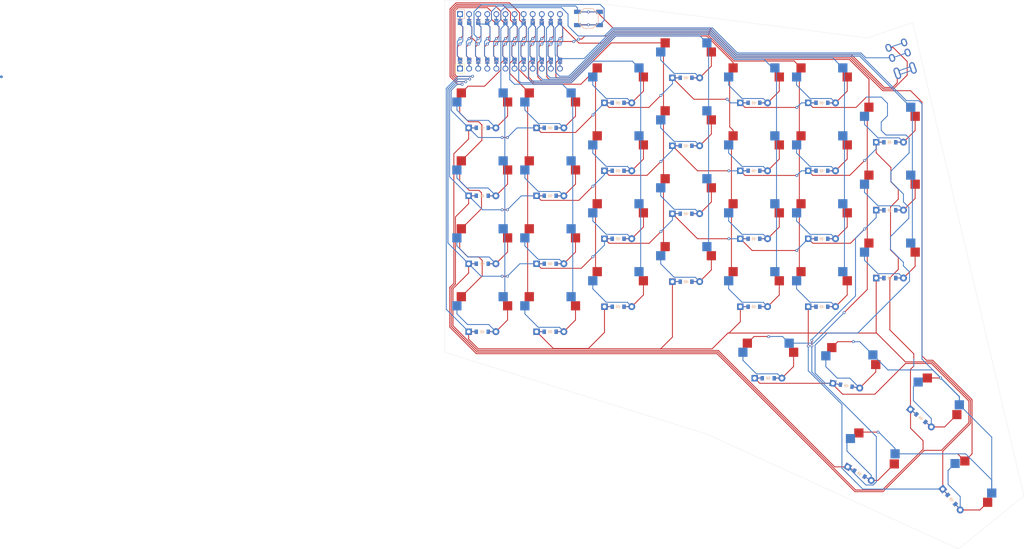
<source format=kicad_pcb>
(kicad_pcb (version 20211014) (generator pcbnew)
  (title_block (title "fwk") (rev "v1.0.0") (company "Unknown"))
  (layers (0 "F.Cu" signal) (31 "B.Cu" signal) (34 "B.Paste" user) (35 "F.Paste" user) (36 "B.SilkS" user "B.Silkscreen") (37 "F.SilkS" user "F.Silkscreen") (38 "B.Mask" user) (39 "F.Mask" user) (44 "Edge.Cuts" user))
  (net 0 "")
  (net 1 "outer_bottom")
  (net 2 "P3")
  (net 3 "P21")
  (net 4 "outer_home")
  (net 5 "P20")
  (net 6 "outer_top")
  (net 7 "P19")
  (net 8 "outer_num")
  (net 9 "P18")
  (net 10 "pinky_bottom")
  (net 11 "P4")
  (net 12 "pinky_home")
  (net 13 "pinky_top")
  (net 14 "pinky_num")
  (net 15 "ring_bottom")
  (net 16 "P5")
  (net 17 "ring_home")
  (net 18 "ring_top")
  (net 19 "ring_num")
  (net 20 "middle_bottom")
  (net 21 "P6")
  (net 22 "middle_home")
  (net 23 "middle_top")
  (net 24 "middle_num")
  (net 25 "index_bottom")
  (net 26 "P7")
  (net 27 "index_home")
  (net 28 "index_top")
  (net 29 "index_num")
  (net 30 "inner_bottom")
  (net 31 "P8")
  (net 32 "inner_home")
  (net 33 "inner_top")
  (net 34 "inner_num")
  (net 35 "extra_bottom")
  (net 36 "P9")
  (net 37 "extra_home")
  (net 38 "extra_top")
  (net 39 "near_thumb")
  (net 40 "home_thumb")
  (net 41 "P10")
  (net 42 "far_thumb")
  (net 43 "far_ext")
  (net 44 "far_ext2")
  (net 45 "GND")
  (net 46 "RST")
  (net 47 "RAW")
  (net 48 "VCC")
  (net 49 "P15")
  (net 50 "P14")
  (net 51 "P16")
  (net 52 "P1")
  (net 53 "P0")
  (net 54 "P2")
  (footprint "E73:SW_TACT_ALPS_SKQGABE010" (layer "F.Cu") (at 164.185078 47.159576 180)
    (fp_text reference "B1" hide)
    (fp_text value "" hide)
  )
  (footprint "MX" (layer "F.Cu") (at 191.485078 116.059576)
    (fp_text reference "S13" hide)
    (fp_text value "" hide)
  )
  (footprint "ComboDiode" (layer "F.Cu") (at 239.992278 174.470582 -30)
    (fp_text reference "D31" hide)
    (fp_text value "" hide)
  )
  (footprint "ComboDiode" (layer "F.Cu") (at 153.485078 115.759576)
    (fp_text reference "D6" hide)
    (fp_text value "" hide)
  )
  (footprint "MX" (layer "F.Cu") (at 229.485078 85.059576)
    (fp_text reference "S23" hide)
    (fp_text value "" hide)
  )
  (footprint "MX" (layer "F.Cu") (at 260.190571 155.352391 -40)
    (fp_text reference "S30" hide)
    (fp_text value "" hide)
  )
  (footprint "MX" (layer "F.Cu") (at 229.485078 66.059576)
    (fp_text reference "S24" hide)
    (fp_text value "" hide)
  )
  (footprint "ComboDiode" (layer "F.Cu") (at 210.485078 70.759576)
    (fp_text reference "D20" hide)
    (fp_text value "" hide)
  )
  (footprint "ComboDiode" (layer "F.Cu") (at 153.485078 77.759576)
    (fp_text reference "D8" hide)
    (fp_text value "" hide)
  )
  (footprint "ProMicro" (layer "F.Cu") (at 142.245078 53.559576)
    (fp_text reference "MCU1" hide)
    (fp_text value "")
  )
  (footprint "ComboDiode" (layer "F.Cu") (at 134.485078 134.759576)
    (fp_text reference "D1" hide)
    (fp_text value "" hide)
  )
  (footprint "E73:SW_TACT_ALPS_SKQGABE010" (layer "F.Cu") (at 164.185078 47.159576 180)
    (fp_text reference "B2" hide)
    (fp_text value "" hide)
  )
  (footprint "MX" (layer "F.Cu") (at 153.485078 111.059576)
    (fp_text reference "S6" hide)
    (fp_text value "" hide)
  )
  (footprint "ComboDiode" (layer "F.Cu") (at 153.485078 134.759576)
    (fp_text reference "D5" hide)
    (fp_text value "" hide)
  )
  (footprint "MX" (layer "F.Cu") (at 153.485078 130.059576)
    (fp_text reference "S5" hide)
    (fp_text value "" hide)
  )
  (footprint "ComboDiode" (layer "F.Cu") (at 172.485078 127.759576)
    (fp_text reference "D9" hide)
    (fp_text value "" hide)
  )
  (footprint "ComboDiode" (layer "F.Cu") (at 210.485078 108.759576)
    (fp_text reference "D18" hide)
    (fp_text value "" hide)
  )
  (footprint "MX" (layer "F.Cu") (at 134.485078 111.059576)
    (fp_text reference "S2" hide)
    (fp_text value "" hide)
  )
  (footprint "ComboDiode" (layer "F.Cu") (at 236.303256 149.865269 -10)
    (fp_text reference "D29" hide)
    (fp_text value "" hide)
  )
  (footprint "ComboDiode" (layer "F.Cu") (at 191.485078 101.759576)
    (fp_text reference "D14" hide)
    (fp_text value "" hide)
  )
  (footprint "ComboDiode" (layer "F.Cu") (at 257.169469 158.952799 -40)
    (fp_text reference "D30" hide)
    (fp_text value "" hide)
  )
  (footprint "ComboDiode" (layer "F.Cu") (at 134.485078 96.759576)
    (fp_text reference "D3" hide)
    (fp_text value "" hide)
  )
  (footprint "TRRS-PJ-320A-dual" (layer "F.Cu") (at 251.432384 50.832591 19)
    (fp_text reference "REF**")
    (fp_text value "TRRS-PJ-320A-dual")
  )
  (footprint "ComboDiode" (layer "F.Cu") (at 210.485078 127.759576)
    (fp_text reference "D17" hide)
    (fp_text value "" hide)
  )
  (footprint "MX" (layer "F.Cu") (at 210.485078 85.059576)
    (fp_text reference "S19" hide)
    (fp_text value "" hide)
  )
  (footprint "MX" (layer "F.Cu") (at 210.485078 104.059576)
    (fp_text reference "S18" hide)
    (fp_text value "" hide)
  )
  (footprint "ComboDiode" (layer "F.Cu") (at 248.485078 119.759576)
    (fp_text reference "D25" hide)
    (fp_text value "" hide)
  )
  (footprint "ComboDiode" (layer "F.Cu") (at 229.485078 127.759576)
    (fp_text reference "D21" hide)
    (fp_text value "" hide)
  )
  (footprint "MX" (layer "F.Cu") (at 191.485078 97.059576)
    (fp_text reference "S14" hide)
    (fp_text value "" hide)
  )
  (footprint "MX" (layer "F.Cu") (at 134.485078 92.059576)
    (fp_text reference "S3" hide)
    (fp_text value "" hide)
  )
  (footprint "MX" (layer "F.Cu") (at 210.485078 66.059576)
    (fp_text reference "S20" hide)
    (fp_text value "" hide)
  )
  (footprint "ComboDiode" (layer "F.Cu") (at 134.485078 77.759576)
    (fp_text reference "D4" hide)
    (fp_text value "" hide)
  )
  (footprint "ComboDiode" (layer "F.Cu") (at 191.485078 120.759576)
    (fp_text reference "D13" hide)
    (fp_text value "" hide)
  )
  (footprint "ComboDiode" (layer "F.Cu") (at 153.485078 96.759576)
    (fp_text reference "D7" hide)
    (fp_text value "" hide)
  )
  (footprint "ComboDiode" (layer "F.Cu") (at 248.485078 81.759576)
    (fp_text reference "D27" hide)
    (fp_text value "" hide)
  )
  (footprint "ComboDiode" (layer "F.Cu") (at 172.485078 89.759576)
    (fp_text reference "D11" hide)
    (fp_text value "" hide)
  )
  (footprint "ComboDiode" (layer "F.Cu") (at 191.485078 82.759576)
    (fp_text reference "D15" hide)
    (fp_text value "" hide)
  )
  (footprint "MX" (layer "F.Cu") (at 248.485078 96.059576)
    (fp_text reference "S26" hide)
    (fp_text value "" hide)
  )
  (footprint "ComboDiode" (layer "F.Cu") (at 248.485078 100.759576)
    (fp_text reference "D26" hide)
    (fp_text value "" hide)
  )
  (footprint "ComboDiode" (layer "F.Cu") (at 134.485078 115.759576)
    (fp_text reference "D2" hide)
    (fp_text value "" hide)
  )
  (footprint "ComboDiode" (layer "F.Cu") (at 172.485078 70.759576)
    (fp_text reference "D12" hide)
    (fp_text value "" hide)
  )
  (footprint "MX" (layer "F.Cu") (at 229.485078 104.059576)
    (fp_text reference "S22" hide)
    (fp_text value "" hide)
  )
  (footprint "MX" (layer "F.Cu") (at 134.485078 130.059576)
    (fp_text reference "S1" hide)
    (fp_text value "" hide)
  )
  (footprint "MX" (layer "F.Cu") (at 214.485078 143.059576)
    (fp_text reference "S28" hide)
    (fp_text value "" hide)
  )
  (footprint "MX" (layer "F.Cu") (at 242.342278 170.400262 -30)
    (fp_text reference "S31" hide)
    (fp_text value "" hide)
  )
  (footprint "MX" (layer "F.Cu") (at 237.119403 145.236672 -10)
    (fp_text reference "S29" hide)
    (fp_text value "" hide)
  )
  (footprint "MX" (layer "F.Cu") (at 134.485078 73.059576)
    (fp_text reference "S4" hide)
    (fp_text value "" hide)
  )
  (footprint "MX" (layer "F.Cu") (at 248.485078 115.059576)
    (fp_text reference "S25" hide)
    (fp_text value "" hide)
  )
  (footprint "ComboDiode" (layer "F.Cu") (at 229.485078 108.759576)
    (fp_text reference "D22" hide)
    (fp_text value "" hide)
  )
  (footprint "MX" (layer "F.Cu") (at 153.485078 73.059576)
    (fp_text reference "S8" hide)
    (fp_text value "" hide)
  )
  (footprint "MX" (layer "F.Cu") (at 172.485078 85.059576)
    (fp_text reference "S11" hide)
    (fp_text value "" hide)
  )
  (footprint "MX" (layer "F.Cu") (at 153.485078 92.059576)
    (fp_text reference "S7" hide)
    (fp_text value "" hide)
  )
  (footprint "ComboDiode" (layer "F.Cu") (at 265.729689 181.707353 -50)
    (fp_text reference "D32" hide)
    (fp_text value "" hide)
  )
  (footprint "ComboDiode" (layer "F.Cu") (at 214.485078 147.759576)
    (fp_text reference "D28" hide)
    (fp_text value "" hide)
  )
  (footprint "MX" (layer "F.Cu") (at 172.485078 104.059576)
    (fp_text reference "S10" hide)
    (fp_text value "" hide)
  )
  (footprint "MX" (layer "F.Cu") (at 248.485078 77.059576)
    (fp_text reference "S27" hide)
    (fp_text value "" hide)
  )
  (footprint "MX" (layer "F.Cu") (at 269.330097 178.686251 -50)
    (fp_text reference "S32" hide)
    (fp_text value "" hide)
  )
  (footprint "MX" (layer "F.Cu") (at 172.485078 66.059576)
    (fp_text reference "S12" hide)
    (fp_text value "" hide)
  )
  (footprint "ComboDiode" (layer "F.Cu") (at 210.485078 89.759576)
    (fp_text reference "D19" hide)
    (fp_text value "" hide)
  )
  (footprint "ComboDiode" (layer "F.Cu") (at 229.485078 89.759576)
    (fp_text reference "D23" hide)
    (fp_text value "" hide)
  )
  (footprint "MX" (layer "F.Cu") (at 191.485078 59.059576)
    (fp_text reference "S16" hide)
    (fp_text value "" hide)
  )
  (footprint "MX" (layer "F.Cu") (at 210.485078 123.059576)
    (fp_text reference "S17" hide)
    (fp_text value "" hide)
  )
  (footprint "ComboDiode" (layer "F.Cu") (at 172.485078 108.759576)
    (fp_text reference "D10" hide)
    (fp_text value "" hide)
  )
  (footprint "MX" (layer "F.Cu") (at 191.485078 78.059576)
    (fp_text reference "S15" hide)
    (fp_text value "" hide)
  )
  (footprint "MX" (layer "F.Cu") (at 229.485078 123.059576)
    (fp_text reference "S21" hide)
    (fp_text value "" hide)
  )
  (footprint "ComboDiode" (layer "F.Cu") (at 191.485078 63.759576)
    (fp_text reference "D16" hide)
    (fp_text value "" hide)
  )
  (footprint "ComboDiode" (layer "F.Cu") (at 229.485078 70.759576)
    (fp_text reference "D24" hide)
    (fp_text value "" hide)
  )
  (footprint "MX" (layer "F.Cu") (at 172.485078 123.059576)
    (fp_text reference "S9" hide)
    (fp_text value "" hide)
  )
  (gr_poly (pts (xy 247.285 100.155995) (xy 246.385 100.155995) (xy 246.385 101.355995) (xy 247.285 101.355995)) (layer "F.Cu") (width 0) (fill solid))
  (gr_poly (pts (xy 193.585 120.155995) (xy 192.685 120.155995) (xy 192.685 121.355995) (xy 193.585 121.355995)) (layer "F.Cu") (width 0) (fill solid))
  (gr_poly (pts (xy 218.845 62.265995) (xy 216.295 62.265995) (xy 216.295 64.765995) (xy 218.845 64.765995)) (layer "F.Cu") (width 0) (fill solid))
  (gr_poly (pts (xy 148.918 104.725995) (xy 146.368 104.725995) (xy 146.368 107.225995) (xy 148.918 107.225995)) (layer "F.Cu") (width 0) (fill solid))
  (gr_poly (pts (xy 136.585 134.155995) (xy 135.685 134.155995) (xy 135.685 135.355995) (xy 136.585 135.355995)) (layer "F.Cu") (width 0) (fill solid))
  (gr_poly (pts (xy 228.285 70.155995) (xy 227.385 70.155995) (xy 227.385 71.355995) (xy 228.285 71.355995)) (layer "F.Cu") (width 0) (fill solid))
  (gr_poly (pts (xy 188.564 119.866995) (xy 186.786 119.866995) (xy 186.786 121.644995) (xy 188.564 121.644995)) (layer "F.Cu") (width 0) (fill solid))
  (gr_circle (center 151.134 52.793995) (end 151.534 52.793995) (layer "F.Cu") (width 0) (fill solid))
  (gr_poly (pts (xy 231.585 70.155995) (xy 230.685 70.155995) (xy 230.685 71.355995) (xy 231.585 71.355995)) (layer "F.Cu") (width 0) (fill solid))
  (gr_circle (center 146.054 45.935995) (end 146.854 45.935995) (layer "F.Cu") (width 0) (fill solid))
  (gr_poly (pts (xy 168.185 44.755995) (xy 166.385 44.755995) (xy 166.385 45.855995) (xy 168.185 45.855995)) (layer "F.Cu") (width 0) (fill solid))
  (gr_poly (pts (xy 245.564 118.866995) (xy 243.786 118.866995) (xy 243.786 120.644995) (xy 245.564 120.644995)) (layer "F.Cu") (width 0) (fill solid))
  (gr_circle (center 268.17863 184.622405) (end 269.13113 184.622405) (layer "F.Cu") (width 0) (fill solid))
  (gr_poly (pts (xy 186.918 109.725995) (xy 184.368 109.725995) (xy 184.368 112.225995) (xy 186.918 112.225995)) (layer "F.Cu") (width 0) (fill solid))
  (gr_poly (pts (xy 155.585 77.155995) (xy 154.685 77.155995) (xy 154.685 78.355995) (xy 155.585 78.355995)) (layer "F.Cu") (width 0) (fill solid))
  (gr_poly (pts (xy 129.918 104.725995) (xy 127.368 104.725995) (xy 127.368 107.225995) (xy 129.918 107.225995)) (layer "F.Cu") (width 0) (fill solid))
  (gr_circle (center 140.974 54.317995) (end 141.374 54.317995) (layer "F.Cu") (width 0) (fill solid))
  (gr_poly (pts (xy 174.585 108.155995) (xy 173.685 108.155995) (xy 173.685 109.355995) (xy 174.585 109.355995)) (layer "F.Cu") (width 0) (fill solid))
  (gr_poly (pts (xy 167.918 59.725995) (xy 165.368 59.725995) (xy 165.368 62.225995) (xy 167.918 62.225995)) (layer "F.Cu") (width 0) (fill solid))
  (gr_circle (center 130.814 61.175995) (end 131.614 61.175995) (layer "F.Cu") (width 0) (fill solid))
  (gr_circle (center 148.594 52.793995) (end 148.994 52.793995) (layer "F.Cu") (width 0) (fill solid))
  (gr_circle (center 151.134 54.317995) (end 151.534 54.317995) (layer "F.Cu") (width 0) (fill solid))
  (gr_poly (pts (xy 167.918 78.725995) (xy 165.368 78.725995) (xy 165.368 81.225995) (xy 167.918 81.225995)) (layer "F.Cu") (width 0) (fill solid))
  (gr_poly (pts (xy 199.845 55.265995) (xy 197.295 55.265995) (xy 197.295 57.765995) (xy 199.845 57.765995)) (layer "F.Cu") (width 0) (fill solid))
  (gr_poly (pts (xy 152.285 96.155995) (xy 151.385 96.155995) (xy 151.385 97.355995) (xy 152.285 97.355995)) (layer "F.Cu") (width 0) (fill solid))
  (gr_circle (center 148.594 61.175995) (end 149.394 61.175995) (layer "F.Cu") (width 0) (fill solid))
  (gr_poly (pts (xy 129.074 60.375995) (xy 127.474 60.375995) (xy 127.474 61.975995) (xy 129.074 61.975995)) (layer "F.Cu") (width 0) (fill solid))
  (gr_poly (pts (xy 213.285 147.155995) (xy 212.385 147.155995) (xy 212.385 148.355995) (xy 213.285 148.355995)) (layer "F.Cu") (width 0) (fill solid))
  (gr_circle (center 243.29176 176.372005) (end 244.24426 176.372005) (layer "F.Cu") (width 0) (fill solid))
  (gr_poly (pts (xy 133.285 134.155995) (xy 132.385 134.155995) (xy 132.385 135.355995) (xy 133.285 135.355995)) (layer "F.Cu") (width 0) (fill solid))
  (gr_poly (pts (xy 161.985 44.755995) (xy 160.185 44.755995) (xy 160.185 45.855995) (xy 161.985 45.855995)) (layer "F.Cu") (width 0) (fill solid))
  (gr_circle (center 214.295 127.755995) (end 215.2475 127.755995) (layer "F.Cu") (width 0) (fill solid))
  (gr_poly (pts (xy 190.285 101.155995) (xy 189.385 101.155995) (xy 189.385 102.355995) (xy 190.285 102.355995)) (layer "F.Cu") (width 0) (fill solid))
  (gr_poly (pts (xy 136.585 77.155995) (xy 135.685 77.155995) (xy 135.685 78.355995) (xy 136.585 78.355995)) (layer "F.Cu") (width 0) (fill solid))
  (gr_circle (center 133.354 54.317995) (end 133.754 54.317995) (layer "F.Cu") (width 0) (fill solid))
  (gr_poly (pts (xy 190.285 82.155995) (xy 189.385 82.155995) (xy 189.385 83.355995) (xy 190.285 83.355995)) (layer "F.Cu") (width 0) (fill solid))
  (gr_circle (center 130.814 54.317995) (end 131.214 54.317995) (layer "F.Cu") (width 0) (fill solid))
  (gr_poly (pts (xy 155.585 96.155995) (xy 154.685 96.155995) (xy 154.685 97.355995) (xy 155.585 97.355995)) (layer "F.Cu") (width 0) (fill solid))
  (gr_circle (center 252.295 119.755995) (end 253.2475 119.755995) (layer "F.Cu") (width 0) (fill solid))
  (gr_poly (pts (xy 148.918 123.725995) (xy 146.368 123.725995) (xy 146.368 126.225995) (xy 148.918 126.225995)) (layer "F.Cu") (width 0) (fill solid))
  (gr_circle (center 133.354 61.175995) (end 134.154 61.175995) (layer "F.Cu") (width 0) (fill solid))
  (gr_circle (center 143.514 54.317995) (end 143.914 54.317995) (layer "F.Cu") (width 0) (fill solid))
  (gr_poly (pts (xy 237.845 81.265995) (xy 235.295 81.265995) (xy 235.295 83.765995) (xy 237.845 83.765995)) (layer "F.Cu") (width 0) (fill solid))
  (gr_poly (pts (xy 161.985 48.455995) (xy 160.185 48.455995) (xy 160.185 49.555995) (xy 161.985 49.555995)) (layer "F.Cu") (width 0) (fill solid))
  (gr_poly (pts (xy 260.25562 146.452135) (xy 257.70562 146.452135) (xy 257.70562 148.952135) (xy 260.25562 148.952135)) (layer "F.Cu") (width 0) (fill solid))
  (gr_poly (pts (xy 129.918 85.725995) (xy 127.368 85.725995) (xy 127.368 88.225995) (xy 129.918 88.225995)) (layer "F.Cu") (width 0) (fill solid))
  (gr_poly (pts (xy 188.564 81.866995) (xy 186.786 81.866995) (xy 186.786 83.644995) (xy 188.564 83.644995)) (layer "F.Cu") (width 0) (fill solid))
  (gr_circle (center 135.894 54.317995) (end 136.294 54.317995) (layer "F.Cu") (width 0) (fill solid))
  (gr_poly (pts (xy 209.285 89.155995) (xy 208.385 89.155995) (xy 208.385 90.355995) (xy 209.285 90.355995)) (layer "F.Cu") (width 0) (fill solid))
  (gr_poly (pts (xy 136.585 96.155995) (xy 135.685 96.155995) (xy 135.685 97.355995) (xy 136.585 97.355995)) (layer "F.Cu") (width 0) (fill solid))
  (gr_circle (center 133.354 52.793995) (end 133.754 52.793995) (layer "F.Cu") (width 0) (fill solid))
  (gr_poly (pts (xy 199.845 112.265995) (xy 197.295 112.265995) (xy 197.295 114.765995) (xy 199.845 114.765995)) (layer "F.Cu") (width 0) (fill solid))
  (gr_circle (center 138.295 77.755995) (end 139.2475 77.755995) (layer "F.Cu") (width 0) (fill solid))
  (gr_circle (center 233.295 70.755995) (end 234.2475 70.755995) (layer "F.Cu") (width 0) (fill solid))
  (gr_poly (pts (xy 256.845 111.265995) (xy 254.295 111.265995) (xy 254.295 113.765995) (xy 256.845 113.765995)) (layer "F.Cu") (width 0) (fill solid))
  (gr_poly (pts (xy 190.285 120.155995) (xy 189.385 120.155995) (xy 189.385 121.355995) (xy 190.285 121.355995)) (layer "F.Cu") (width 0) (fill solid))
  (gr_poly (pts (xy 224.918 78.725995) (xy 222.368 78.725995) (xy 222.368 81.225995) (xy 224.918 81.225995)) (layer "F.Cu") (width 0) (fill solid))
  (gr_poly (pts (xy 133.285 77.155995) (xy 132.385 77.155995) (xy 132.385 78.355995) (xy 133.285 78.355995)) (layer "F.Cu") (width 0) (fill solid))
  (gr_poly (pts (xy 148.918 66.725995) (xy 146.368 66.725995) (xy 146.368 69.225995) (xy 148.918 69.225995)) (layer "F.Cu") (width 0) (fill solid))
  (gr_poly (pts (xy 190.285 63.155995) (xy 189.385 63.155995) (xy 189.385 64.355995) (xy 190.285 64.355995)) (layer "F.Cu") (width 0) (fill solid))
  (gr_circle (center 157.295 134.755995) (end 158.2475 134.755995) (layer "F.Cu") (width 0) (fill solid))
  (gr_poly (pts (xy 174.585 127.155995) (xy 173.685 127.155995) (xy 173.685 128.355995) (xy 174.585 128.355995)) (layer "F.Cu") (width 0) (fill solid))
  (gr_circle (center 143.514 52.793995) (end 143.914 52.793995) (layer "F.Cu") (width 0) (fill solid))
  (gr_poly (pts (xy 174.585 70.155995) (xy 173.685 70.155995) (xy 173.685 71.355995) (xy 174.585 71.355995)) (layer "F.Cu") (width 0) (fill solid))
  (gr_poly (pts (xy 171.285 108.155995) (xy 170.385 108.155995) (xy 170.385 109.355995) (xy 171.285 109.355995)) (layer "F.Cu") (width 0) (fill solid))
  (gr_poly (pts (xy 133.285 115.155995) (xy 132.385 115.155995) (xy 132.385 116.355995) (xy 133.285 116.355995)) (layer "F.Cu") (width 0) (fill solid))
  (gr_poly (pts (xy 209.285 70.155995) (xy 208.385 70.155995) (xy 208.385 71.355995) (xy 209.285 71.355995)) (layer "F.Cu") (width 0) (fill solid))
  (gr_circle (center 138.434 45.935995) (end 139.234 45.935995) (layer "F.Cu") (width 0) (fill solid))
  (gr_poly (pts (xy 209.918 136.725995) (xy 207.368 136.725995) (xy 207.368 139.225995) (xy 209.918 139.225995)) (layer "F.Cu") (width 0) (fill solid))
  (gr_poly (pts (xy 250.585 100.155995) (xy 249.685 100.155995) (xy 249.685 101.355995) (xy 250.585 101.355995)) (layer "F.Cu") (width 0) (fill solid))
  (gr_poly (pts (xy 245.81276 142.711975) (xy 243.26276 142.711975) (xy 243.26276 145.211975) (xy 245.81276 145.211975)) (layer "F.Cu") (width 0) (fill solid))
  (gr_poly (pts (xy 152.285 134.155995) (xy 151.385 134.155995) (xy 151.385 135.355995) (xy 152.285 135.355995)) (layer "F.Cu") (width 0) (fill solid))
  (gr_poly (pts (xy 241.09788 161.826275) (xy 238.54788 161.826275) (xy 238.54788 164.326275) (xy 241.09788 164.326275)) (layer "F.Cu") (width 0) (fill solid))
  (gr_circle (center 138.295 96.755995) (end 139.2475 96.755995) (layer "F.Cu") (width 0) (fill solid))
  (gr_circle (center 218.295 147.755995) (end 219.2475 147.755995) (layer "F.Cu") (width 0) (fill solid))
  (gr_circle (center 233.295 108.755995) (end 234.2475 108.755995) (layer "F.Cu") (width 0) (fill solid))
  (gr_circle (center 135.894 52.793995) (end 136.294 52.793995) (layer "F.Cu") (width 0) (fill solid))
  (gr_poly (pts (xy 233.52321 137.965815) (xy 230.97321 137.965815) (xy 230.97321 140.465815) (xy 233.52321 140.465815)) (layer "F.Cu") (width 0) (fill solid))
  (gr_circle (center 146.054 61.175995) (end 146.854 61.175995) (layer "F.Cu") (width 0) (fill solid))
  (gr_poly (pts (xy 224.918 97.725995) (xy 222.368 97.725995) (xy 222.368 100.225995) (xy 224.918 100.225995)) (layer "F.Cu") (width 0) (fill solid))
  (gr_poly (pts (xy 243.918 108.725995) (xy 241.368 108.725995) (xy 241.368 111.225995) (xy 243.918 111.225995)) (layer "F.Cu") (width 0) (fill solid))
  (gr_poly (pts (xy 161.845 88.265995) (xy 159.295 88.265995) (xy 159.295 90.765995) (xy 161.845 90.765995)) (layer "F.Cu") (width 0) (fill solid))
  (gr_circle (center 176.295 108.755995) (end 177.2475 108.755995) (layer "F.Cu") (width 0) (fill solid))
  (gr_poly (pts (xy 186.918 90.725995) (xy 184.368 90.725995) (xy 184.368 93.225995) (xy 186.918 93.225995)) (layer "F.Cu") (width 0) (fill solid))
  (gr_poly (pts (xy 212.585 108.155995) (xy 211.685 108.155995) (xy 211.685 109.355995) (xy 212.585 109.355995)) (layer "F.Cu") (width 0) (fill solid))
  (gr_poly (pts (xy 231.585 127.155995) (xy 230.685 127.155995) (xy 230.685 128.355995) (xy 231.585 128.355995)) (layer "F.Cu") (width 0) (fill solid))
  (gr_poly (pts (xy 222.845 139.265995) (xy 220.295 139.265995) (xy 220.295 141.765995) (xy 222.845 141.765995)) (layer "F.Cu") (width 0) (fill solid))
  (gr_poly (pts (xy 168.185 48.455995) (xy 166.385 48.455995) (xy 166.385 49.555995) (xy 168.185 49.555995)) (layer "F.Cu") (width 0) (fill solid))
  (gr_poly (pts (xy 180.845 119.265995) (xy 178.295 119.265995) (xy 178.295 121.765995) (xy 180.845 121.765995)) (layer "F.Cu") (width 0) (fill solid))
  (gr_poly (pts (xy 268.5256 156.707205) (xy 265.9756 156.707205) (xy 265.9756 159.207205) (xy 268.5256 159.207205)) (layer "F.Cu") (width 0) (fill solid))
  (gr_poly (pts (xy 129.918 66.725995) (xy 127.368 66.725995) (xy 127.368 69.225995) (xy 129.918 69.225995)) (layer "F.Cu") (width 0) (fill solid))
  (gr_poly (pts (xy 247.285 119.155995) (xy 246.385 119.155995) (xy 246.385 120.355995) (xy 247.285 120.355995)) (layer "F.Cu") (width 0) (fill solid))
  (gr_poly (pts (xy 193.585 63.155995) (xy 192.685 63.155995) (xy 192.685 64.355995) (xy 193.585 64.355995)) (layer "F.Cu") (width 0) (fill solid))
  (gr_poly (pts (xy 224.918 116.725995) (xy 222.368 116.725995) (xy 222.368 119.225995) (xy 224.918 119.225995)) (layer "F.Cu") (width 0) (fill solid))
  (gr_circle (center 195.295 101.755995) (end 196.2475 101.755995) (layer "F.Cu") (width 0) (fill solid))
  (gr_poly (pts (xy 212.585 89.155995) (xy 211.685 89.155995) (xy 211.685 90.355995) (xy 212.585 90.355995)) (layer "F.Cu") (width 0) (fill solid))
  (gr_poly (pts (xy 133.285 96.155995) (xy 132.385 96.155995) (xy 132.385 97.355995) (xy 133.285 97.355995)) (layer "F.Cu") (width 0) (fill solid))
  (gr_circle (center 128.274 54.317995) (end 128.674 54.317995) (layer "F.Cu") (width 0) (fill solid))
  (gr_circle (center 148.594 54.317995) (end 148.994 54.317995) (layer "F.Cu") (width 0) (fill solid))
  (gr_circle (center 135.894 45.935995) (end 136.694 45.935995) (layer "F.Cu") (width 0) (fill solid))
  (gr_circle (center 153.674 61.175995) (end 154.474 61.175995) (layer "F.Cu") (width 0) (fill solid))
  (gr_circle (center 146.054 54.317995) (end 146.454 54.317995) (layer "F.Cu") (width 0) (fill solid))
  (gr_circle (center 133.354 45.935995) (end 134.154 45.935995) (layer "F.Cu") (width 0) (fill solid))
  (gr_poly (pts (xy 228.285 89.155995) (xy 227.385 89.155995) (xy 227.385 90.355995) (xy 228.285 90.355995)) (layer "F.Cu") (width 0) (fill solid))
  (gr_circle (center 233.295 127.755995) (end 234.2475 127.755995) (layer "F.Cu") (width 0) (fill solid))
  (gr_circle (center 214.295 70.755995) (end 215.2475 70.755995) (layer "F.Cu") (width 0) (fill solid))
  (gr_poly (pts (xy 129.918 123.725995) (xy 127.368 123.725995) (xy 127.368 126.225995) (xy 129.918 126.225995)) (layer "F.Cu") (width 0) (fill solid))
  (gr_circle (center 195.295 82.755995) (end 196.2475 82.755995) (layer "F.Cu") (width 0) (fill solid))
  (gr_poly (pts (xy 193.585 101.155995) (xy 192.685 101.155995) (xy 192.685 102.355995) (xy 193.585 102.355995)) (layer "F.Cu") (width 0) (fill solid))
  (gr_poly (pts (xy 188.564 62.866995) (xy 186.786 62.866995) (xy 186.786 64.644995) (xy 188.564 64.644995)) (layer "F.Cu") (width 0) (fill solid))
  (gr_poly (pts (xy 218.845 81.265995) (xy 216.295 81.265995) (xy 216.295 83.765995) (xy 218.845 83.765995)) (layer "F.Cu") (width 0) (fill solid))
  (gr_poly (pts (xy 245.564 99.866995) (xy 243.786 99.866995) (xy 243.786 101.644995) (xy 245.564 101.644995)) (layer "F.Cu") (width 0) (fill solid))
  (gr_circle (center 130.814 45.935995) (end 131.614 45.935995) (layer "F.Cu") (width 0) (fill solid))
  (gr_poly (pts (xy 155.585 134.155995) (xy 154.685 134.155995) (xy 154.685 135.355995) (xy 155.585 135.355995)) (layer "F.Cu") (width 0) (fill solid))
  (gr_circle (center 156.214 54.317995) (end 156.614 54.317995) (layer "F.Cu") (width 0) (fill solid))
  (gr_circle (center 128.274 52.793995) (end 128.674 52.793995) (layer "F.Cu") (width 0) (fill solid))
  (gr_circle (center 130.814 52.793995) (end 131.214 52.793995) (layer "F.Cu") (width 0) (fill solid))
  (gr_circle (center 138.434 52.793995) (end 138.834 52.793995) (layer "F.Cu") (width 0) (fill solid))
  (gr_poly (pts (xy 131.564 133.866995) (xy 129.786 133.866995) (xy 129.786 135.644995) (xy 131.564 135.644995)) (layer "F.Cu") (width 0) (fill solid))
  (gr_circle (center 157.295 77.755995) (end 158.2475 77.755995) (layer "F.Cu") (width 0) (fill solid))
  (gr_poly (pts (xy 152.285 115.155995) (xy 151.385 115.155995) (xy 151.385 116.355995) (xy 152.285 116.355995)) (layer "F.Cu") (width 0) (fill solid))
  (gr_circle (center 153.674 54.317995) (end 154.074 54.317995) (layer "F.Cu") (width 0) (fill solid))
  (gr_circle (center 138.434 54.317995) (end 138.834 54.317995) (layer "F.Cu") (width 0) (fill solid))
  (gr_poly (pts (xy 142.845 88.265995) (xy 140.295 88.265995) (xy 140.295 90.765995) (xy 142.845 90.765995)) (layer "F.Cu") (width 0) (fill solid))
  (gr_poly (pts (xy 180.845 81.265995) (xy 178.295 81.265995) (xy 178.295 83.765995) (xy 180.845 83.765995)) (layer "F.Cu") (width 0) (fill solid))
  (gr_poly (pts (xy 207.564 88.866995) (xy 205.786 88.866995) (xy 205.786 90.644995) (xy 207.564 90.644995)) (layer "F.Cu") (width 0) (fill solid))
  (gr_poly (pts (xy 207.564 69.866995) (xy 205.786 69.866995) (xy 205.786 71.644995) (xy 207.564 71.644995)) (layer "F.Cu") (width 0) (fill solid))
  (gr_poly (pts (xy 226.564 88.866995) (xy 224.786 88.866995) (xy 224.786 90.644995) (xy 226.564 90.644995)) (layer "F.Cu") (width 0) (fill solid))
  (gr_poly (pts (xy 131.564 76.866995) (xy 129.786 76.866995) (xy 129.786 78.644995) (xy 131.564 78.644995)) (layer "F.Cu") (width 0) (fill solid))
  (gr_poly (pts (xy 131.564 95.866995) (xy 129.786 95.866995) (xy 129.786 97.644995) (xy 131.564 97.644995)) (layer "F.Cu") (width 0) (fill solid))
  (gr_poly (pts (xy 167.918 116.725995) (xy 165.368 116.725995) (xy 165.368 119.225995) (xy 167.918 119.225995)) (layer "F.Cu") (width 0) (fill solid))
  (gr_poly (pts (xy 256.845 73.265995) (xy 254.295 73.265995) (xy 254.295 75.765995) (xy 256.845 75.765995)) (layer "F.Cu") (width 0) (fill solid))
  (gr_poly (pts (xy 231.585 89.155995) (xy 230.685 89.155995) (xy 230.685 90.355995) (xy 231.585 90.355995)) (layer "F.Cu") (width 0) (fill solid))
  (gr_poly (pts (xy 218.845 100.265995) (xy 216.295 100.265995) (xy 216.295 102.765995) (xy 218.845 102.765995)) (layer "F.Cu") (width 0) (fill solid))
  (gr_circle (center 156.214 45.935995) (end 157.014 45.935995) (layer "F.Cu") (width 0) (fill solid))
  (gr_poly (pts (xy 171.285 70.155995) (xy 170.385 70.155995) (xy 170.385 71.355995) (xy 171.285 71.355995)) (layer "F.Cu") (width 0) (fill solid))
  (gr_poly (pts (xy 205.918 59.725995) (xy 203.368 59.725995) (xy 203.368 62.225995) (xy 205.918 62.225995)) (layer "F.Cu") (width 0) (fill solid))
  (gr_poly (pts (xy 161.845 107.265995) (xy 159.295 107.265995) (xy 159.295 109.765995) (xy 161.845 109.765995)) (layer "F.Cu") (width 0) (fill solid))
  (gr_poly (pts (xy 228.285 108.155995) (xy 227.385 108.155995) (xy 227.385 109.355995) (xy 228.285 109.355995)) (layer "F.Cu") (width 0) (fill solid))
  (gr_poly (pts (xy 193.585 82.155995) (xy 192.685 82.155995) (xy 192.685 83.355995) (xy 193.585 83.355995)) (layer "F.Cu") (width 0) (fill solid))
  (gr_poly (pts (xy 247.285 81.155995) (xy 246.385 81.155995) (xy 246.385 82.355995) (xy 247.285 82.355995)) (layer "F.Cu") (width 0) (fill solid))
  (gr_circle (center 138.295 115.755995) (end 139.2475 115.755995) (layer "F.Cu") (width 0) (fill solid))
  (gr_circle (center 176.295 89.755995) (end 177.2475 89.755995) (layer "F.Cu") (width 0) (fill solid))
  (gr_poly (pts (xy 207.564 107.866995) (xy 205.786 107.866995) (xy 205.786 109.644995) (xy 207.564 109.644995)) (layer "F.Cu") (width 0) (fill solid))
  (gr_circle (center 240.0553 150.523285) (end 241.0078 150.523285) (layer "F.Cu") (width 0) (fill solid))
  (gr_circle (center 214.295 108.755995) (end 215.2475 108.755995) (layer "F.Cu") (width 0) (fill solid))
  (gr_poly (pts (xy 226.564 126.866995) (xy 224.786 126.866995) (xy 224.786 128.644995) (xy 226.564 128.644995)) (layer "F.Cu") (width 0) (fill solid))
  (gr_poly (pts (xy 180.845 62.265995) (xy 178.295 62.265995) (xy 178.295 64.765995) (xy 180.845 64.765995)) (layer "F.Cu") (width 0) (fill solid))
  (gr_poly (pts (xy 231.585 108.155995) (xy 230.685 108.155995) (xy 230.685 109.355995) (xy 231.585 109.355995)) (layer "F.Cu") (width 0) (fill solid))
  (gr_poly (pts (xy 243.918 89.725995) (xy 241.368 89.725995) (xy 241.368 92.225995) (xy 243.918 92.225995)) (layer "F.Cu") (width 0) (fill solid))
  (gr_circle (center 143.514 45.935995) (end 144.314 45.935995) (layer "F.Cu") (width 0) (fill solid))
  (gr_circle (center 140.974 61.175995) (end 141.774 61.175995) (layer "F.Cu") (width 0) (fill solid))
  (gr_circle (center 151.134 61.175995) (end 151.934 61.175995) (layer "F.Cu") (width 0) (fill solid))
  (gr_poly (pts (xy 142.845 69.265995) (xy 140.295 69.265995) (xy 140.295 71.765995) (xy 142.845 71.765995)) (layer "F.Cu") (width 0) (fill solid))
  (gr_poly (pts (xy 180.845 100.265995) (xy 178.295 100.265995) (xy 178.295 102.765995) (xy 180.845 102.765995)) (layer "F.Cu") (width 0) (fill solid))
  (gr_poly (pts (xy 171.285 89.155995) (xy 170.385 89.155995) (xy 170.385 90.355995) (xy 171.285 90.355995)) (layer "F.Cu") (width 0) (fill solid))
  (gr_poly (pts (xy 211.564 146.866995) (xy 209.786 146.866995) (xy 209.786 148.644995) (xy 211.564 148.644995)) (layer "F.Cu") (width 0) (fill solid))
  (gr_poly (pts (xy 212.585 127.155995) (xy 211.685 127.155995) (xy 211.685 128.355995) (xy 212.585 128.355995)) (layer "F.Cu") (width 0) (fill solid))
  (gr_circle (center 157.295 115.755995) (end 158.2475 115.755995) (layer "F.Cu") (width 0) (fill solid))
  (gr_poly (pts (xy 224.918 59.725995) (xy 222.368 59.725995) (xy 222.368 62.225995) (xy 224.918 62.225995)) (layer "F.Cu") (width 0) (fill solid))
  (gr_circle (center 151.134 45.935995) (end 151.934 45.935995) (layer "F.Cu") (width 0) (fill solid))
  (gr_circle (center 148.594 45.935995) (end 149.394 45.935995) (layer "F.Cu") (width 0) (fill solid))
  (gr_poly (pts (xy 131.564 114.866995) (xy 129.786 114.866995) (xy 129.786 116.644995) (xy 131.564 116.644995)) (layer "F.Cu") (width 0) (fill solid))
  (gr_poly (pts (xy 216.585 147.155995) (xy 215.685 147.155995) (xy 215.685 148.355995) (xy 216.585 148.355995)) (layer "F.Cu") (width 0) (fill solid))
  (gr_circle (center 138.295 134.755995) (end 139.2475 134.755995) (layer "F.Cu") (width 0) (fill solid))
  (gr_poly (pts (xy 167.918 97.725995) (xy 165.368 97.725995) (xy 165.368 100.225995) (xy 167.918 100.225995)) (layer "F.Cu") (width 0) (fill solid))
  (gr_circle (center 153.674 45.935995) (end 154.474 45.935995) (layer "F.Cu") (width 0) (fill solid))
  (gr_circle (center 195.295 63.755995) (end 196.2475 63.755995) (layer "F.Cu") (width 0) (fill solid))
  (gr_poly (pts (xy 250.585 119.155995) (xy 249.685 119.155995) (xy 249.685 120.355995) (xy 250.585 120.355995)) (layer "F.Cu") (width 0) (fill solid))
  (gr_circle (center 128.274 61.175995) (end 129.074 61.175995) (layer "F.Cu") (width 0) (fill solid))
  (gr_poly (pts (xy 161.845 69.265995) (xy 159.295 69.265995) (xy 159.295 71.765995) (xy 161.845 71.765995)) (layer "F.Cu") (width 0) (fill solid))
  (gr_circle (center 143.514 61.175995) (end 144.314 61.175995) (layer "F.Cu") (width 0) (fill solid))
  (gr_circle (center 140.974 52.793995) (end 141.374 52.793995) (layer "F.Cu") (width 0) (fill solid))
  (gr_poly (pts (xy 169.564 107.866995) (xy 167.786 107.866995) (xy 167.786 109.644995) (xy 169.564 109.644995)) (layer "F.Cu") (width 0) (fill solid))
  (gr_poly (pts (xy 188.564 100.866995) (xy 186.786 100.866995) (xy 186.786 102.644995) (xy 188.564 102.644995)) (layer "F.Cu") (width 0) (fill solid))
  (gr_poly (pts (xy 243.918 70.725995) (xy 241.368 70.725995) (xy 241.368 73.225995) (xy 243.918 73.225995)) (layer "F.Cu") (width 0) (fill solid))
  (gr_poly (pts (xy 237.845 100.265995) (xy 235.295 100.265995) (xy 235.295 102.765995) (xy 237.845 102.765995)) (layer "F.Cu") (width 0) (fill solid))
  (gr_poly (pts (xy 199.845 93.265995) (xy 197.295 93.265995) (xy 197.295 95.765995) (xy 199.845 95.765995)) (layer "F.Cu") (width 0) (fill solid))
  (gr_poly (pts (xy 150.564 76.866995) (xy 148.786 76.866995) (xy 148.786 78.644995) (xy 150.564 78.644995)) (layer "F.Cu") (width 0) (fill solid))
  (gr_poly (pts (xy 207.564 126.866995) (xy 205.786 126.866995) (xy 205.786 128.644995) (xy 207.564 128.644995)) (layer "F.Cu") (width 0) (fill solid))
  (gr_poly (pts (xy 199.845 74.265995) (xy 197.295 74.265995) (xy 197.295 76.765995) (xy 199.845 76.765995)) (layer "F.Cu") (width 0) (fill solid))
  (gr_circle (center 140.974 45.935995) (end 141.774 45.935995) (layer "F.Cu") (width 0) (fill solid))
  (gr_poly (pts (xy 148.918 85.725995) (xy 146.368 85.725995) (xy 146.368 88.225995) (xy 148.918 88.225995)) (layer "F.Cu") (width 0) (fill solid))
  (gr_poly (pts (xy 186.918 52.725995) (xy 184.368 52.725995) (xy 184.368 55.225995) (xy 186.918 55.225995)) (layer "F.Cu") (width 0) (fill solid))
  (gr_poly (pts (xy 205.918 116.725995) (xy 203.368 116.725995) (xy 203.368 119.225995) (xy 205.918 119.225995)) (layer "F.Cu") (width 0) (fill solid))
  (gr_poly (pts (xy 150.564 114.866995) (xy 148.786 114.866995) (xy 148.786 116.644995) (xy 150.564 116.644995)) (layer "F.Cu") (width 0) (fill solid))
  (gr_poly (pts (xy 169.564 88.866995) (xy 167.786 88.866995) (xy 167.786 90.644995) (xy 169.564 90.644995)) (layer "F.Cu") (width 0) (fill solid))
  (gr_circle (center 252.295 100.755995) (end 253.2475 100.755995) (layer "F.Cu") (width 0) (fill solid))
  (gr_poly (pts (xy 256.845 92.265995) (xy 254.295 92.265995) (xy 254.295 94.765995) (xy 256.845 94.765995)) (layer "F.Cu") (width 0) (fill solid))
  (gr_circle (center 157.295 96.755995) (end 158.2475 96.755995) (layer "F.Cu") (width 0) (fill solid))
  (gr_poly (pts (xy 150.564 95.866995) (xy 148.786 95.866995) (xy 148.786 97.644995) (xy 150.564 97.644995)) (layer "F.Cu") (width 0) (fill solid))
  (gr_poly (pts (xy 226.564 107.866995) (xy 224.786 107.866995) (xy 224.786 109.644995) (xy 226.564 109.644995)) (layer "F.Cu") (width 0) (fill solid))
  (gr_poly (pts (xy 150.564 133.866995) (xy 148.786 133.866995) (xy 148.786 135.644995) (xy 150.564 135.644995)) (layer "F.Cu") (width 0) (fill solid))
  (gr_circle (center 260.08802 161.398235) (end 261.04052 161.398235) (layer "F.Cu") (width 0) (fill solid))
  (gr_circle (center 176.295 70.755995) (end 177.2475 70.755995) (layer "F.Cu") (width 0) (fill solid))
  (gr_poly (pts (xy 218.845 119.265995) (xy 216.295 119.265995) (xy 216.295 121.765995) (xy 218.845 121.765995)) (layer "F.Cu") (width 0) (fill solid))
  (gr_poly (pts (xy 161.845 126.265995) (xy 159.295 126.265995) (xy 159.295 128.765995) (xy 161.845 128.765995)) (layer "F.Cu") (width 0) (fill solid))
  (gr_circle (center 233.295 89.755995) (end 234.2475 89.755995) (layer "F.Cu") (width 0) (fill solid))
  (gr_poly (pts (xy 171.285 127.155995) (xy 170.385 127.155995) (xy 170.385 128.355995) (xy 171.285 128.355995)) (layer "F.Cu") (width 0) (fill solid))
  (gr_poly (pts (xy 212.585 70.155995) (xy 211.685 70.155995) (xy 211.685 71.355995) (xy 212.585 71.355995)) (layer "F.Cu") (width 0) (fill solid))
  (gr_circle (center 156.214 61.175995) (end 157.014 61.175995) (layer "F.Cu") (width 0) (fill solid))
  (gr_circle (center 156.214 52.793995) (end 156.614 52.793995) (layer "F.Cu") (width 0) (fill solid))
  (gr_circle (center 128.274 45.935995) (end 129.074 45.935995) (layer "F.Cu") (width 0) (fill solid))
  (gr_poly (pts (xy 169.564 126.866995) (xy 167.786 126.866995) (xy 167.786 128.644995) (xy 169.564 128.644995)) (layer "F.Cu") (width 0) (fill solid))
  (gr_poly (pts (xy 237.845 62.265995) (xy 235.295 62.265995) (xy 235.295 64.765995) (xy 237.845 64.765995)) (layer "F.Cu") (width 0) (fill solid))
  (gr_poly (pts (xy 136.585 115.155995) (xy 135.685 115.155995) (xy 135.685 116.355995) (xy 136.585 116.355995)) (layer "F.Cu") (width 0) (fill solid))
  (gr_circle (center 146.054 52.793995) (end 146.454 52.793995) (layer "F.Cu") (width 0) (fill solid))
  (gr_poly (pts (xy 174.585 89.155995) (xy 173.685 89.155995) (xy 173.685 90.355995) (xy 174.585 90.355995)) (layer "F.Cu") (width 0) (fill solid))
  (gr_poly (pts (xy 226.564 69.866995) (xy 224.786 69.866995) (xy 224.786 71.644995) (xy 226.564 71.644995)) (layer "F.Cu") (width 0) (fill solid))
  (gr_circle (center 138.434 61.175995) (end 139.234 61.175995) (layer "F.Cu") (width 0) (fill solid))
  (gr_circle (center 153.674 52.793995) (end 154.074 52.793995) (layer "F.Cu") (width 0) (fill solid))
  (gr_poly (pts (xy 270.74136 169.692075) (xy 268.19136 169.692075) (xy 268.19136 172.192075) (xy 270.74136 172.192075)) (layer "F.Cu") (width 0) (fill solid))
  (gr_circle (center 176.295 127.755995) (end 177.2475 127.755995) (layer "F.Cu") (width 0) (fill solid))
  (gr_poly (pts (xy 142.845 107.265995) (xy 140.295 107.265995) (xy 140.295 109.765995) (xy 142.845 109.765995)) (layer "F.Cu") (width 0) (fill solid))
  (gr_poly (pts (xy 251.02299 170.489475) (xy 248.47299 170.489475) (xy 248.47299 172.989475) (xy 251.02299 172.989475)) (layer "F.Cu") (width 0) (fill solid))
  (gr_poly (pts (xy 205.918 78.725995) (xy 203.368 78.725995) (xy 203.368 81.225995) (xy 205.918 81.225995)) (layer "F.Cu") (width 0) (fill solid))
  (gr_poly (pts (xy 209.285 127.155995) (xy 208.385 127.155995) (xy 208.385 128.355995) (xy 209.285 128.355995)) (layer "F.Cu") (width 0) (fill solid))
  (gr_circle (center 135.894 61.175995) (end 136.694 61.175995) (layer "F.Cu") (width 0) (fill solid))
  (gr_poly (pts (xy 155.585 115.155995) (xy 154.685 115.155995) (xy 154.685 116.355995) (xy 155.585 116.355995)) (layer "F.Cu") (width 0) (fill solid))
  (gr_poly (pts (xy 169.564 69.866995) (xy 167.786 69.866995) (xy 167.786 71.644995) (xy 169.564 71.644995)) (layer "F.Cu") (width 0) (fill solid))
  (gr_poly (pts (xy 152.285 77.155995) (xy 151.385 77.155995) (xy 151.385 78.355995) (xy 152.285 78.355995)) (layer "F.Cu") (width 0) (fill solid))
  (gr_poly (pts (xy 205.918 97.725995) (xy 203.368 97.725995) (xy 203.368 100.225995) (xy 205.918 100.225995)) (layer "F.Cu") (width 0) (fill solid))
  (gr_circle (center 252.295 81.755995) (end 253.2475 81.755995) (layer "F.Cu") (width 0) (fill solid))
  (gr_poly (pts (xy 250.585 81.155995) (xy 249.685 81.155995) (xy 249.685 82.355995) (xy 250.585 82.355995)) (layer "F.Cu") (width 0) (fill solid))
  (gr_poly (pts (xy 228.285 127.155995) (xy 227.385 127.155995) (xy 227.385 128.355995) (xy 228.285 128.355995)) (layer "F.Cu") (width 0) (fill solid))
  (gr_poly (pts (xy 245.564 80.866995) (xy 243.786 80.866995) (xy 243.786 82.644995) (xy 245.564 82.644995)) (layer "F.Cu") (width 0) (fill solid))
  (gr_poly (pts (xy 186.918 71.725995) (xy 184.368 71.725995) (xy 184.368 74.225995) (xy 186.918 74.225995)) (layer "F.Cu") (width 0) (fill solid))
  (gr_poly (pts (xy 209.285 108.155995) (xy 208.385 108.155995) (xy 208.385 109.355995) (xy 209.285 109.355995)) (layer "F.Cu") (width 0) (fill solid))
  (gr_circle (center 195.295 120.755995) (end 196.2475 120.755995) (layer "F.Cu") (width 0) (fill solid))
  (gr_poly (pts (xy 237.845 119.265995) (xy 235.295 119.265995) (xy 235.295 121.765995) (xy 237.845 121.765995)) (layer "F.Cu") (width 0) (fill solid))
  (gr_poly (pts (xy 277.10492 181.227415) (xy 274.55492 181.227415) (xy 274.55492 183.727415) (xy 277.10492 183.727415)) (layer "F.Cu") (width 0) (fill solid))
  (gr_circle (center 214.295 89.755995) (end 215.2475 89.755995) (layer "F.Cu") (width 0) (fill solid))
  (gr_poly (pts (xy 142.845 126.265995) (xy 140.295 126.265995) (xy 140.295 128.765995) (xy 142.845 128.765995)) (layer "F.Cu") (width 0) (fill solid))
  (gr_poly (pts (xy 255.602 89.725995) (xy 253.052 89.725995) (xy 253.052 92.225995) (xy 255.602 92.225995)) (layer "B.Cu") (width 0) (fill solid))
  (gr_poly (pts (xy 141.602 123.725995) (xy 139.052 123.725995) (xy 139.052 126.225995) (xy 141.602 126.225995)) (layer "B.Cu") (width 0) (fill solid))
  (gr_poly (pts (xy 207.564 126.866995) (xy 205.786 126.866995) (xy 205.786 128.644995) (xy 207.564 128.644995)) (layer "B.Cu") (width 0) (fill solid))
  (gr_circle (center 130.814 54.317995) (end 131.214 54.317995) (layer "B.Cu") (width 0) (fill solid))
  (gr_poly (pts (xy 152.285 77.155995) (xy 151.385 77.155995) (xy 151.385 78.355995) (xy 152.285 78.355995)) (layer "B.Cu") (width 0) (fill solid))
  (gr_circle (center 148.594 54.317995) (end 148.994 54.317995) (layer "B.Cu") (width 0) (fill solid))
  (gr_poly (pts (xy 223.675 119.265995) (xy 221.125 119.265995) (xy 221.125 121.765995) (xy 223.675 121.765995)) (layer "B.Cu") (width 0) (fill solid))
  (gr_poly (pts (xy 131.564 133.866995) (xy 129.786 133.866995) (xy 129.786 135.644995) (xy 131.564 135.644995)) (layer "B.Cu") (width 0) (fill solid))
  (gr_poly (pts (xy 188.564 119.866995) (xy 186.786 119.866995) (xy 186.786 121.644995) (xy 188.564 121.644995)) (layer "B.Cu") (width 0) (fill solid))
  (gr_poly (pts (xy 166.675 100.265995) (xy 164.125 100.265995) (xy 164.125 102.765995) (xy 166.675 102.765995)) (layer "B.Cu") (width 0) (fill solid))
  (gr_circle (center 138.434 61.175995) (end 139.234 61.175995) (layer "B.Cu") (width 0) (fill solid))
  (gr_poly (pts (xy 155.585 134.155995) (xy 154.685 134.155995) (xy 154.685 135.355995) (xy 155.585 135.355995)) (layer "B.Cu") (width 0) (fill solid))
  (gr_poly (pts (xy 236.602 97.725995) (xy 234.052 97.725995) (xy 234.052 100.225995) (xy 236.602 100.225995)) (layer "B.Cu") (width 0) (fill solid))
  (gr_circle (center 176.295 89.755995) (end 177.2475 89.755995) (layer "B.Cu") (width 0) (fill solid))
  (gr_poly (pts (xy 221.602 136.725995) (xy 219.052 136.725995) (xy 219.052 139.225995) (xy 221.602 139.225995)) (layer "B.Cu") (width 0) (fill solid))
  (gr_poly (pts (xy 147.675 126.265995) (xy 145.125 126.265995) (xy 145.125 128.765995) (xy 147.675 128.765995)) (layer "B.Cu") (width 0) (fill solid))
  (gr_poly (pts (xy 209.285 108.155995) (xy 208.385 108.155995) (xy 208.385 109.355995) (xy 209.285 109.355995)) (layer "B.Cu") (width 0) (fill solid))
  (gr_poly (pts (xy 160.602 85.725995) (xy 158.052 85.725995) (xy 158.052 88.225995) (xy 160.602 88.225995)) (layer "B.Cu") (width 0) (fill solid))
  (gr_circle (center 130.814 61.175995) (end 131.614 61.175995) (layer "B.Cu") (width 0) (fill solid))
  (gr_poly (pts (xy 190.285 82.155995) (xy 189.385 82.155995) (xy 189.385 83.355995) (xy 190.285 83.355995)) (layer "B.Cu") (width 0) (fill solid))
  (gr_circle (center 128.274 45.935995) (end 129.074 45.935995) (layer "B.Cu") (width 0) (fill solid))
  (gr_poly (pts (xy 128.675 126.265995) (xy 126.125 126.265995) (xy 126.125 128.765995) (xy 128.675 128.765995)) (layer "B.Cu") (width 0) (fill solid))
  (gr_poly (pts (xy 188.564 81.866995) (xy 186.786 81.866995) (xy 186.786 83.644995) (xy 188.564 83.644995)) (layer "B.Cu") (width 0) (fill solid))
  (gr_poly (pts (xy 185.675 55.265995) (xy 183.125 55.265995) (xy 183.125 57.765995) (xy 185.675 57.765995)) (layer "B.Cu") (width 0) (fill solid))
  (gr_circle (center 130.814 52.793995) (end 131.214 52.793995) (layer "B.Cu") (width 0) (fill solid))
  (gr_poly (pts (xy 133.285 115.155995) (xy 132.385 115.155995) (xy 132.385 116.355995) (xy 133.285 116.355995)) (layer "B.Cu") (width 0) (fill solid))
  (gr_circle (center 151.134 61.175995) (end 151.934 61.175995) (layer "B.Cu") (width 0) (fill solid))
  (gr_circle (center 128.274 54.317995) (end 128.674 54.317995) (layer "B.Cu") (width 0) (fill solid))
  (gr_poly (pts (xy 128.675 107.265995) (xy 126.125 107.265995) (xy 126.125 109.765995) (xy 128.675 109.765995)) (layer "B.Cu") (width 0) (fill solid))
  (gr_circle (center 140.974 61.175995) (end 141.774 61.175995) (layer "B.Cu") (width 0) (fill solid))
  (gr_circle (center 252.295 81.755995) (end 253.2475 81.755995) (layer "B.Cu") (width 0) (fill solid))
  (gr_poly (pts (xy 190.285 101.155995) (xy 189.385 101.155995) (xy 189.385 102.355995) (xy 190.285 102.355995)) (layer "B.Cu") (width 0) (fill solid))
  (gr_poly (pts (xy 136.585 115.155995) (xy 135.685 115.155995) (xy 135.685 116.355995) (xy 136.585 116.355995)) (layer "B.Cu") (width 0) (fill solid))
  (gr_poly (pts (xy 247.285 119.155995) (xy 246.385 119.155995) (xy 246.385 120.355995) (xy 247.285 120.355995)) (layer "B.Cu") (width 0) (fill solid))
  (gr_poly (pts (xy 161.985 44.755995) (xy 160.185 44.755995) (xy 160.185 45.855995) (xy 161.985 45.855995)) (layer "B.Cu") (width 0) (fill solid))
  (gr_circle (center 268.17863 184.622405) (end 269.13113 184.622405) (layer "B.Cu") (width 0) (fill solid))
  (gr_circle (center 133.354 61.175995) (end 134.154 61.175995) (layer "B.Cu") (width 0) (fill solid))
  (gr_poly (pts (xy 161.985 48.455995) (xy 160.185 48.455995) (xy 160.185 49.555995) (xy 161.985 49.555995)) (layer "B.Cu") (width 0) (fill solid))
  (gr_circle (center 130.814 45.935995) (end 131.614 45.935995) (layer "B.Cu") (width 0) (fill solid))
  (gr_poly (pts (xy 133.285 77.155995) (xy 132.385 77.155995) (xy 132.385 78.355995) (xy 133.285 78.355995)) (layer "B.Cu") (width 0) (fill solid))
  (gr_circle (center 133.354 54.317995) (end 133.754 54.317995) (layer "B.Cu") (width 0) (fill solid))
  (gr_circle (center 240.0553 150.523285) (end 241.0078 150.523285) (layer "B.Cu") (width 0) (fill solid))
  (gr_circle (center 157.295 96.755995) (end 158.2475 96.755995) (layer "B.Cu") (width 0) (fill solid))
  (gr_poly (pts (xy 174.585 89.155995) (xy 173.685 89.155995) (xy 173.685 90.355995) (xy 174.585 90.355995)) (layer "B.Cu") (width 0) (fill solid))
  (gr_poly (pts (xy 193.585 101.155995) (xy 192.685 101.155995) (xy 192.685 102.355995) (xy 193.585 102.355995)) (layer "B.Cu") (width 0) (fill solid))
  (gr_poly (pts (xy 155.585 77.155995) (xy 154.685 77.155995) (xy 154.685 78.355995) (xy 155.585 78.355995)) (layer "B.Cu") (width 0) (fill solid))
  (gr_poly (pts (xy 250.585 100.155995) (xy 249.685 100.155995) (xy 249.685 101.355995) (xy 250.585 101.355995)) (layer "B.Cu") (width 0) (fill solid))
  (gr_circle (center 156.214 52.793995) (end 156.614 52.793995) (layer "B.Cu") (width 0) (fill solid))
  (gr_poly (pts (xy 226.564 107.866995) (xy 224.786 107.866995) (xy 224.786 109.644995) (xy 226.564 109.644995)) (layer "B.Cu") (width 0) (fill solid))
  (gr_circle (center 148.594 61.175995) (end 149.394 61.175995) (layer "B.Cu") (width 0) (fill solid))
  (gr_circle (center 138.295 96.755995) (end 139.2475 96.755995) (layer "B.Cu") (width 0) (fill solid))
  (gr_poly (pts (xy 231.85803 140.251385) (xy 229.30803 140.251385) (xy 229.30803 142.751385) (xy 231.85803 142.751385)) (layer "B.Cu") (width 0) (fill solid))
  (gr_circle (center 243.29176 176.372005) (end 244.24426 176.372005) (layer "B.Cu") (width 0) (fill solid))
  (gr_poly (pts (xy 198.602 52.725995) (xy 196.052 52.725995) (xy 196.052 55.225995) (xy 198.602 55.225995)) (layer "B.Cu") (width 0) (fill solid))
  (gr_circle (center 151.134 52.793995) (end 151.534 52.793995) (layer "B.Cu") (width 0) (fill solid))
  (gr_poly (pts (xy 188.564 62.866995) (xy 186.786 62.866995) (xy 186.786 64.644995) (xy 188.564 64.644995)) (layer "B.Cu") (width 0) (fill solid))
  (gr_poly (pts (xy 150.564 95.866995) (xy 148.786 95.866995) (xy 148.786 97.644995) (xy 150.564 97.644995)) (layer "B.Cu") (width 0) (fill solid))
  (gr_poly (pts (xy 188.564 100.866995) (xy 186.786 100.866995) (xy 186.786 102.644995) (xy 188.564 102.644995)) (layer "B.Cu") (width 0) (fill solid))
  (gr_poly (pts (xy 166.675 81.265995) (xy 164.125 81.265995) (xy 164.125 83.765995) (xy 166.675 83.765995)) (layer "B.Cu") (width 0) (fill solid))
  (gr_circle (center 140.974 54.317995) (end 141.374 54.317995) (layer "B.Cu") (width 0) (fill solid))
  (gr_poly (pts (xy 147.675 88.265995) (xy 145.125 88.265995) (xy 145.125 90.765995) (xy 147.675 90.765995)) (layer "B.Cu") (width 0) (fill solid))
  (gr_poly (pts (xy 207.564 107.866995) (xy 205.786 107.866995) (xy 205.786 109.644995) (xy 207.564 109.644995)) (layer "B.Cu") (width 0) (fill solid))
  (gr_circle (center 143.514 52.793995) (end 143.914 52.793995) (layer "B.Cu") (width 0) (fill solid))
  (gr_poly (pts (xy 231.585 108.155995) (xy 230.685 108.155995) (xy 230.685 109.355995) (xy 231.585 109.355995)) (layer "B.Cu") (width 0) (fill solid))
  (gr_poly (pts (xy 150.564 76.866995) (xy 148.786 76.866995) (xy 148.786 78.644995) (xy 150.564 78.644995)) (layer "B.Cu") (width 0) (fill solid))
  (gr_poly (pts (xy 160.602 104.725995) (xy 158.052 104.725995) (xy 158.052 107.225995) (xy 160.602 107.225995)) (layer "B.Cu") (width 0) (fill solid))
  (gr_poly (pts (xy 247.285 100.155995) (xy 246.385 100.155995) (xy 246.385 101.355995) (xy 247.285 101.355995)) (layer "B.Cu") (width 0) (fill solid))
  (gr_poly (pts (xy 155.585 96.155995) (xy 154.685 96.155995) (xy 154.685 97.355995) (xy 155.585 97.355995)) (layer "B.Cu") (width 0) (fill solid))
  (gr_circle (center 260.08802 161.398235) (end 261.04052 161.398235) (layer "B.Cu") (width 0) (fill solid))
  (gr_circle (center 156.214 54.317995) (end 156.614 54.317995) (layer "B.Cu") (width 0) (fill solid))
  (gr_poly (pts (xy 190.285 63.155995) (xy 189.385 63.155995) (xy 189.385 64.355995) (xy 190.285 64.355995)) (layer "B.Cu") (width 0) (fill solid))
  (gr_poly (pts (xy 128.675 88.265995) (xy 126.125 88.265995) (xy 126.125 90.765995) (xy 128.675 90.765995)) (layer "B.Cu") (width 0) (fill solid))
  (gr_poly (pts (xy 209.285 70.155995) (xy 208.385 70.155995) (xy 208.385 71.355995) (xy 209.285 71.355995)) (layer "B.Cu") (width 0) (fill solid))
  (gr_circle (center 133.354 52.793995) (end 133.754 52.793995) (layer "B.Cu") (width 0) (fill solid))
  (gr_poly (pts (xy 231.585 127.155995) (xy 230.685 127.155995) (xy 230.685 128.355995) (xy 231.585 128.355995)) (layer "B.Cu") (width 0) (fill solid))
  (gr_circle (center 157.295 115.755995) (end 158.2475 115.755995) (layer "B.Cu") (width 0) (fill solid))
  (gr_poly (pts (xy 171.285 89.155995) (xy 170.385 89.155995) (xy 170.385 90.355995) (xy 171.285 90.355995)) (layer "B.Cu") (width 0) (fill solid))
  (gr_poly (pts (xy 231.585 70.155995) (xy 230.685 70.155995) (xy 230.685 71.355995) (xy 231.585 71.355995)) (layer "B.Cu") (width 0) (fill solid))
  (gr_poly (pts (xy 245.02971 139.994715) (xy 242.47971 139.994715) (xy 242.47971 142.494715) (xy 245.02971 142.494715)) (layer "B.Cu") (width 0) (fill solid))
  (gr_poly (pts (xy 171.285 108.155995) (xy 170.385 108.155995) (xy 170.385 109.355995) (xy 171.285 109.355995)) (layer "B.Cu") (width 0) (fill solid))
  (gr_circle (center 195.295 120.755995) (end 196.2475 120.755995) (layer "B.Cu") (width 0) (fill solid))
  (gr_circle (center 135.894 61.175995) (end 136.694 61.175995) (layer "B.Cu") (width 0) (fill solid))
  (gr_poly (pts (xy 226.564 126.866995) (xy 224.786 126.866995) (xy 224.786 128.644995) (xy 226.564 128.644995)) (layer "B.Cu") (width 0) (fill solid))
  (gr_poly (pts (xy 136.585 134.155995) (xy 135.685 134.155995) (xy 135.685 135.355995) (xy 136.585 135.355995)) (layer "B.Cu") (width 0) (fill solid))
  (gr_poly (pts (xy 226.564 88.866995) (xy 224.786 88.866995) (xy 224.786 90.644995) (xy 226.564 90.644995)) (layer "B.Cu") (width 0) (fill solid))
  (gr_circle (center 214.295 70.755995) (end 215.2475 70.755995) (layer "B.Cu") (width 0) (fill solid))
  (gr_poly (pts (xy 152.285 115.155995) (xy 151.385 115.155995) (xy 151.385 116.355995) (xy 152.285 116.355995)) (layer "B.Cu") (width 0) (fill solid))
  (gr_poly (pts (xy 226.564 69.866995) (xy 224.786 69.866995) (xy 224.786 71.644995) (xy 226.564 71.644995)) (layer "B.Cu") (width 0) (fill solid))
  (gr_circle (center 138.295 115.755995) (end 139.2475 115.755995) (layer "B.Cu") (width 0) (fill solid))
  (gr_circle (center 128.274 52.793995) (end 128.674 52.793995) (layer "B.Cu") (width 0) (fill solid))
  (gr_poly (pts (xy 212.585 89.155995) (xy 211.685 89.155995) (xy 211.685 90.355995) (xy 212.585 90.355995)) (layer "B.Cu") (width 0) (fill solid))
  (gr_poly (pts (xy 169.564 69.866995) (xy 167.786 69.866995) (xy 167.786 71.644995) (xy 169.564 71.644995)) (layer "B.Cu") (width 0) (fill solid))
  (gr_poly (pts (xy 236.602 116.725995) (xy 234.052 116.725995) (xy 234.052 119.225995) (xy 236.602 119.225995)) (layer "B.Cu") (width 0) (fill solid))
  (gr_poly (pts (xy 257.67075 147.598905) (xy 255.12075 147.598905) (xy 255.12075 150.098905) (xy 257.67075 150.098905)) (layer "B.Cu") (width 0) (fill solid))
  (gr_circle (center 195.295 101.755995) (end 196.2475 101.755995) (layer "B.Cu") (width 0) (fill solid))
  (gr_poly (pts (xy 250.585 119.155995) (xy 249.685 119.155995) (xy 249.685 120.355995) (xy 250.585 120.355995)) (layer "B.Cu") (width 0) (fill solid))
  (gr_poly (pts (xy 209.285 89.155995) (xy 208.385 89.155995) (xy 208.385 90.355995) (xy 209.285 90.355995)) (layer "B.Cu") (width 0) (fill solid))
  (gr_circle (center 195.295 82.755995) (end 196.2475 82.755995) (layer "B.Cu") (width 0) (fill solid))
  (gr_poly (pts (xy 190.285 120.155995) (xy 189.385 120.155995) (xy 189.385 121.355995) (xy 190.285 121.355995)) (layer "B.Cu") (width 0) (fill solid))
  (gr_poly (pts (xy 198.602 90.725995) (xy 196.052 90.725995) (xy 196.052 93.225995) (xy 198.602 93.225995)) (layer "B.Cu") (width 0) (fill solid))
  (gr_poly (pts (xy 207.564 69.866995) (xy 205.786 69.866995) (xy 205.786 71.644995) (xy 207.564 71.644995)) (layer "B.Cu") (width 0) (fill solid))
  (gr_circle (center 140.974 45.935995) (end 141.774 45.935995) (layer "B.Cu") (width 0) (fill solid))
  (gr_poly (pts (xy 245.564 118.866995) (xy 243.786 118.866995) (xy 243.786 120.644995) (xy 245.564 120.644995)) (layer "B.Cu") (width 0) (fill solid))
  (gr_poly (pts (xy 204.675 81.265995) (xy 202.125 81.265995) (xy 202.125 83.765995) (xy 204.675 83.765995)) (layer "B.Cu") (width 0) (fill solid))
  (gr_poly (pts (xy 238.75141 163.404475) (xy 236.20141 163.404475) (xy 236.20141 165.904475) (xy 238.75141 165.904475)) (layer "B.Cu") (width 0) (fill solid))
  (gr_poly (pts (xy 217.602 116.725995) (xy 215.052 116.725995) (xy 215.052 119.225995) (xy 217.602 119.225995)) (layer "B.Cu") (width 0) (fill solid))
  (gr_circle (center 233.295 89.755995) (end 234.2475 89.755995) (layer "B.Cu") (width 0) (fill solid))
  (gr_circle (center 0 63.45693) (end 0.4 63.45693) (layer "B.Cu") (width 0) (fill solid))
  (gr_circle (center 214.295 108.755995) (end 215.2475 108.755995) (layer "B.Cu") (width 0) (fill solid))
  (gr_poly (pts (xy 204.675 119.265995) (xy 202.125 119.265995) (xy 202.125 121.765995) (xy 204.675 121.765995)) (layer "B.Cu") (width 0) (fill solid))
  (gr_poly (pts (xy 185.675 74.265995) (xy 183.125 74.265995) (xy 183.125 76.765995) (xy 185.675 76.765995)) (layer "B.Cu") (width 0) (fill solid))
  (gr_poly (pts (xy 193.585 120.155995) (xy 192.685 120.155995) (xy 192.685 121.355995) (xy 193.585 121.355995)) (layer "B.Cu") (width 0) (fill solid))
  (gr_poly (pts (xy 245.564 80.866995) (xy 243.786 80.866995) (xy 243.786 82.644995) (xy 245.564 82.644995)) (layer "B.Cu") (width 0) (fill solid))
  (gr_circle (center 151.134 45.935995) (end 151.934 45.935995) (layer "B.Cu") (width 0) (fill solid))
  (gr_poly (pts (xy 208.675 139.265995) (xy 206.125 139.265995) (xy 206.125 141.765995) (xy 208.675 141.765995)) (layer "B.Cu") (width 0) (fill solid))
  (gr_poly (pts (xy 247.285 81.155995) (xy 246.385 81.155995) (xy 246.385 82.355995) (xy 247.285 82.355995)) (layer "B.Cu") (width 0) (fill solid))
  (gr_poly (pts (xy 131.564 114.866995) (xy 129.786 114.866995) (xy 129.786 116.644995) (xy 131.564 116.644995)) (layer "B.Cu") (width 0) (fill solid))
  (gr_poly (pts (xy 129.074 45.135995) (xy 127.474 45.135995) (xy 127.474 46.735995) (xy 129.074 46.735995)) (layer "B.Cu") (width 0) (fill solid))
  (gr_poly (pts (xy 245.564 99.866995) (xy 243.786 99.866995) (xy 243.786 101.644995) (xy 245.564 101.644995)) (layer "B.Cu") (width 0) (fill solid))
  (gr_circle (center 143.514 45.935995) (end 144.314 45.935995) (layer "B.Cu") (width 0) (fill solid))
  (gr_poly (pts (xy 228.285 127.155995) (xy 227.385 127.155995) (xy 227.385 128.355995) (xy 228.285 128.355995)) (layer "B.Cu") (width 0) (fill solid))
  (gr_poly (pts (xy 212.585 127.155995) (xy 211.685 127.155995) (xy 211.685 128.355995) (xy 212.585 128.355995)) (layer "B.Cu") (width 0) (fill solid))
  (gr_poly (pts (xy 168.185 48.455995) (xy 166.385 48.455995) (xy 166.385 49.555995) (xy 168.185 49.555995)) (layer "B.Cu") (width 0) (fill solid))
  (gr_poly (pts (xy 278.25169 178.642545) (xy 275.70169 178.642545) (xy 275.70169 181.142545) (xy 278.25169 181.142545)) (layer "B.Cu") (width 0) (fill solid))
  (gr_poly (pts (xy 171.285 70.155995) (xy 170.385 70.155995) (xy 170.385 71.355995) (xy 171.285 71.355995)) (layer "B.Cu") (width 0) (fill solid))
  (gr_poly (pts (xy 223.675 62.265995) (xy 221.125 62.265995) (xy 221.125 64.765995) (xy 223.675 64.765995)) (layer "B.Cu") (width 0) (fill solid))
  (gr_circle (center 176.295 108.755995) (end 177.2475 108.755995) (layer "B.Cu") (width 0) (fill solid))
  (gr_poly (pts (xy 207.564 88.866995) (xy 205.786 88.866995) (xy 205.786 90.644995) (xy 207.564 90.644995)) (layer "B.Cu") (width 0) (fill solid))
  (gr_poly (pts (xy 169.564 107.866995) (xy 167.786 107.866995) (xy 167.786 109.644995) (xy 169.564 109.644995)) (layer "B.Cu") (width 0) (fill solid))
  (gr_poly (pts (xy 168.185 44.755995) (xy 166.385 44.755995) (xy 166.385 45.855995) (xy 168.185 45.855995)) (layer "B.Cu") (width 0) (fill solid))
  (gr_poly (pts (xy 231.585 89.155995) (xy 230.685 89.155995) (xy 230.685 90.355995) (xy 231.585 90.355995)) (layer "B.Cu") (width 0) (fill solid))
  (gr_poly (pts (xy 236.602 78.725995) (xy 234.052 78.725995) (xy 234.052 81.225995) (xy 236.602 81.225995)) (layer "B.Cu") (width 0) (fill solid))
  (gr_poly (pts (xy 211.564 146.866995) (xy 209.786 146.866995) (xy 209.786 148.644995) (xy 211.564 148.644995)) (layer "B.Cu") (width 0) (fill solid))
  (gr_circle (center 156.214 45.935995) (end 157.014 45.935995) (layer "B.Cu") (width 0) (fill solid))
  (gr_poly (pts (xy 171.285 127.155995) (xy 170.385 127.155995) (xy 170.385 128.355995) (xy 171.285 128.355995)) (layer "B.Cu") (width 0) (fill solid))
  (gr_poly (pts (xy 204.675 100.265995) (xy 202.125 100.265995) (xy 202.125 102.765995) (xy 204.675 102.765995)) (layer "B.Cu") (width 0) (fill solid))
  (gr_poly (pts (xy 217.602 97.725995) (xy 215.052 97.725995) (xy 215.052 100.225995) (xy 217.602 100.225995)) (layer "B.Cu") (width 0) (fill solid))
  (gr_poly (pts (xy 141.602 104.725995) (xy 139.052 104.725995) (xy 139.052 107.225995) (xy 141.602 107.225995)) (layer "B.Cu") (width 0) (fill solid))
  (gr_poly (pts (xy 141.602 85.725995) (xy 139.052 85.725995) (xy 139.052 88.225995) (xy 141.602 88.225995)) (layer "B.Cu") (width 0) (fill solid))
  (gr_poly (pts (xy 228.285 108.155995) (xy 227.385 108.155995) (xy 227.385 109.355995) (xy 228.285 109.355995)) (layer "B.Cu") (width 0) (fill solid))
  (gr_poly (pts (xy 242.675 73.265995) (xy 240.125 73.265995) (xy 240.125 75.765995) (xy 242.675 75.765995)) (layer "B.Cu") (width 0) (fill solid))
  (gr_circle (center 176.295 70.755995) (end 177.2475 70.755995) (layer "B.Cu") (width 0) (fill solid))
  (gr_circle (center 153.674 52.793995) (end 154.074 52.793995) (layer "B.Cu") (width 0) (fill solid))
  (gr_poly (pts (xy 169.564 126.866995) (xy 167.786 126.866995) (xy 167.786 128.644995) (xy 169.564 128.644995)) (layer "B.Cu") (width 0) (fill solid))
  (gr_circle (center 148.594 45.935995) (end 149.394 45.935995) (layer "B.Cu") (width 0) (fill solid))
  (gr_poly (pts (xy 141.602 66.725995) (xy 139.052 66.725995) (xy 139.052 69.225995) (xy 141.602 69.225995)) (layer "B.Cu") (width 0) (fill solid))
  (gr_poly (pts (xy 212.585 70.155995) (xy 211.685 70.155995) (xy 211.685 71.355995) (xy 212.585 71.355995)) (layer "B.Cu") (width 0) (fill solid))
  (gr_circle (center 140.974 52.793995) (end 141.374 52.793995) (layer "B.Cu") (width 0) (fill solid))
  (gr_circle (center 138.295 77.755995) (end 139.2475 77.755995) (layer "B.Cu") (width 0) (fill solid))
  (gr_circle (center 233.295 108.755995) (end 234.2475 108.755995) (layer "B.Cu") (width 0) (fill solid))
  (gr_poly (pts (xy 198.602 109.725995) (xy 196.052 109.725995) (xy 196.052 112.225995) (xy 198.602 112.225995)) (layer "B.Cu") (width 0) (fill solid))
  (gr_poly (pts (xy 150.564 133.866995) (xy 148.786 133.866995) (xy 148.786 135.644995) (xy 150.564 135.644995)) (layer "B.Cu") (width 0) (fill solid))
  (gr_poly (pts (xy 185.675 112.265995) (xy 183.125 112.265995) (xy 183.125 114.765995) (xy 185.675 114.765995)) (layer "B.Cu") (width 0) (fill solid))
  (gr_poly (pts (xy 193.585 82.155995) (xy 192.685 82.155995) (xy 192.685 83.355995) (xy 193.585 83.355995)) (layer "B.Cu") (width 0) (fill solid))
  (gr_circle (center 153.674 54.317995) (end 154.074 54.317995) (layer "B.Cu") (width 0) (fill solid))
  (gr_poly (pts (xy 131.564 95.866995) (xy 129.786 95.866995) (xy 129.786 97.644995) (xy 131.564 97.644995)) (layer "B.Cu") (width 0) (fill solid))
  (gr_circle (center 135.894 54.317995) (end 136.294 54.317995) (layer "B.Cu") (width 0) (fill solid))
  (gr_circle (center 157.295 77.755995) (end 158.2475 77.755995) (layer "B.Cu") (width 0) (fill solid))
  (gr_poly (pts (xy 269.20609 153.962465) (xy 266.65609 153.962465) (xy 266.65609 156.462465) (xy 269.20609 156.462465)) (layer "B.Cu") (width 0) (fill solid))
  (gr_poly (pts (xy 133.285 134.155995) (xy 132.385 134.155995) (xy 132.385 135.355995) (xy 133.285 135.355995)) (layer "B.Cu") (width 0) (fill solid))
  (gr_circle (center 156.214 61.175995) (end 157.014 61.175995) (layer "B.Cu") (width 0) (fill solid))
  (gr_circle (center 128.274 61.175995) (end 129.074 61.175995) (layer "B.Cu") (width 0) (fill solid))
  (gr_circle (center 148.594 52.793995) (end 148.994 52.793995) (layer "B.Cu") (width 0) (fill solid))
  (gr_poly (pts (xy 216.585 147.155995) (xy 215.685 147.155995) (xy 215.685 148.355995) (xy 216.585 148.355995)) (layer "B.Cu") (width 0) (fill solid))
  (gr_circle (center 176.295 127.755995) (end 177.2475 127.755995) (layer "B.Cu") (width 0) (fill solid))
  (gr_circle (center 146.054 61.175995) (end 146.854 61.175995) (layer "B.Cu") (width 0) (fill solid))
  (gr_poly (pts (xy 185.675 93.265995) (xy 183.125 93.265995) (xy 183.125 95.765995) (xy 185.675 95.765995)) (layer "B.Cu") (width 0) (fill solid))
  (gr_poly (pts (xy 174.585 70.155995) (xy 173.685 70.155995) (xy 173.685 71.355995) (xy 174.585 71.355995)) (layer "B.Cu") (width 0) (fill solid))
  (gr_poly (pts (xy 174.585 127.155995) (xy 173.685 127.155995) (xy 173.685 128.355995) (xy 174.585 128.355995)) (layer "B.Cu") (width 0) (fill solid))
  (gr_circle (center 233.295 127.755995) (end 234.2475 127.755995) (layer "B.Cu") (width 0) (fill solid))
  (gr_poly (pts (xy 223.675 81.265995) (xy 221.125 81.265995) (xy 221.125 83.765995) (xy 223.675 83.765995)) (layer "B.Cu") (width 0) (fill solid))
  (gr_poly (pts (xy 198.602 71.725995) (xy 196.052 71.725995) (xy 196.052 74.225995) (xy 198.602 74.225995)) (layer "B.Cu") (width 0) (fill solid))
  (gr_poly (pts (xy 251.21652 167.668275) (xy 248.66652 167.668275) (xy 248.66652 170.168275) (xy 251.21652 170.168275)) (layer "B.Cu") (width 0) (fill solid))
  (gr_poly (pts (xy 204.675 62.265995) (xy 202.125 62.265995) (xy 202.125 64.765995) (xy 204.675 64.765995)) (layer "B.Cu") (width 0) (fill solid))
  (gr_circle (center 135.894 45.935995) (end 136.694 45.935995) (layer "B.Cu") (width 0) (fill solid))
  (gr_poly (pts (xy 128.675 69.265995) (xy 126.125 69.265995) (xy 126.125 71.765995) (xy 128.675 71.765995)) (layer "B.Cu") (width 0) (fill solid))
  (gr_poly (pts (xy 166.675 62.265995) (xy 164.125 62.265995) (xy 164.125 64.765995) (xy 166.675 64.765995)) (layer "B.Cu") (width 0) (fill solid))
  (gr_poly (pts (xy 136.585 77.155995) (xy 135.685 77.155995) (xy 135.685 78.355995) (xy 136.585 78.355995)) (layer "B.Cu") (width 0) (fill solid))
  (gr_poly (pts (xy 267.99662 170.372565) (xy 265.44662 170.372565) (xy 265.44662 172.872565) (xy 267.99662 172.872565)) (layer "B.Cu") (width 0) (fill solid))
  (gr_poly (pts (xy 179.602 97.725995) (xy 177.052 97.725995) (xy 177.052 100.225995) (xy 179.602 100.225995)) (layer "B.Cu") (width 0) (fill solid))
  (gr_poly (pts (xy 223.675 100.265995) (xy 221.125 100.265995) (xy 221.125 102.765995) (xy 223.675 102.765995)) (layer "B.Cu") (width 0) (fill solid))
  (gr_circle (center 146.054 54.317995) (end 146.454 54.317995) (layer "B.Cu") (width 0) (fill solid))
  (gr_poly (pts (xy 255.602 108.725995) (xy 253.052 108.725995) (xy 253.052 111.225995) (xy 255.602 111.225995)) (layer "B.Cu") (width 0) (fill solid))
  (gr_circle (center 252.295 119.755995) (end 253.2475 119.755995) (layer "B.Cu") (width 0) (fill solid))
  (gr_circle (center 218.295 147.755995) (end 219.2475 147.755995) (layer "B.Cu") (width 0) (fill solid))
  (gr_poly (pts (xy 179.602 116.725995) (xy 177.052 116.725995) (xy 177.052 119.225995) (xy 179.602 119.225995)) (layer "B.Cu") (width 0) (fill solid))
  (gr_poly (pts (xy 179.602 78.725995) (xy 177.052 78.725995) (xy 177.052 81.225995) (xy 179.602 81.225995)) (layer "B.Cu") (width 0) (fill solid))
  (gr_poly (pts (xy 255.602 70.725995) (xy 253.052 70.725995) (xy 253.052 73.225995) (xy 255.602 73.225995)) (layer "B.Cu") (width 0) (fill solid))
  (gr_poly (pts (xy 209.285 127.155995) (xy 208.385 127.155995) (xy 208.385 128.355995) (xy 209.285 128.355995)) (layer "B.Cu") (width 0) (fill solid))
  (gr_circle (center 151.134 54.317995) (end 151.534 54.317995) (layer "B.Cu") (width 0) (fill solid))
  (gr_poly (pts (xy 169.564 88.866995) (xy 167.786 88.866995) (xy 167.786 90.644995) (xy 169.564 90.644995)) (layer "B.Cu") (width 0) (fill solid))
  (gr_circle (center 157.295 134.755995) (end 158.2475 134.755995) (layer "B.Cu") (width 0) (fill solid))
  (gr_poly (pts (xy 152.285 96.155995) (xy 151.385 96.155995) (xy 151.385 97.355995) (xy 152.285 97.355995)) (layer "B.Cu") (width 0) (fill solid))
  (gr_circle (center 146.054 45.935995) (end 146.854 45.935995) (layer "B.Cu") (width 0) (fill solid))
  (gr_circle (center 252.295 100.755995) (end 253.2475 100.755995) (layer "B.Cu") (width 0) (fill solid))
  (gr_poly (pts (xy 174.585 108.155995) (xy 173.685 108.155995) (xy 173.685 109.355995) (xy 174.585 109.355995)) (layer "B.Cu") (width 0) (fill solid))
  (gr_circle (center 195.295 63.755995) (end 196.2475 63.755995) (layer "B.Cu") (width 0) (fill solid))
  (gr_circle (center 138.295 134.755995) (end 139.2475 134.755995) (layer "B.Cu") (width 0) (fill solid))
  (gr_poly (pts (xy 217.602 59.725995) (xy 215.052 59.725995) (xy 215.052 62.225995) (xy 217.602 62.225995)) (layer "B.Cu") (width 0) (fill solid))
  (gr_circle (center 233.295 70.755995) (end 234.2475 70.755995) (layer "B.Cu") (width 0) (fill solid))
  (gr_circle (center 138.434 45.935995) (end 139.234 45.935995) (layer "B.Cu") (width 0) (fill solid))
  (gr_poly (pts (xy 242.675 111.265995) (xy 240.125 111.265995) (xy 240.125 113.765995) (xy 242.675 113.765995)) (layer "B.Cu") (width 0) (fill solid))
  (gr_poly (pts (xy 136.585 96.155995) (xy 135.685 96.155995) (xy 135.685 97.355995) (xy 136.585 97.355995)) (layer "B.Cu") (width 0) (fill solid))
  (gr_poly (pts (xy 147.675 69.265995) (xy 145.125 69.265995) (xy 145.125 71.765995) (xy 147.675 71.765995)) (layer "B.Cu") (width 0) (fill solid))
  (gr_circle (center 138.434 52.793995) (end 138.834 52.793995) (layer "B.Cu") (width 0) (fill solid))
  (gr_poly (pts (xy 131.564 76.866995) (xy 129.786 76.866995) (xy 129.786 78.644995) (xy 131.564 78.644995)) (layer "B.Cu") (width 0) (fill solid))
  (gr_poly (pts (xy 147.675 107.265995) (xy 145.125 107.265995) (xy 145.125 109.765995) (xy 147.675 109.765995)) (layer "B.Cu") (width 0) (fill solid))
  (gr_poly (pts (xy 133.285 96.155995) (xy 132.385 96.155995) (xy 132.385 97.355995) (xy 133.285 97.355995)) (layer "B.Cu") (width 0) (fill solid))
  (gr_poly (pts (xy 236.602 59.725995) (xy 234.052 59.725995) (xy 234.052 62.225995) (xy 236.602 62.225995)) (layer "B.Cu") (width 0) (fill solid))
  (gr_circle (center 135.894 52.793995) (end 136.294 52.793995) (layer "B.Cu") (width 0) (fill solid))
  (gr_poly (pts (xy 242.675 92.265995) (xy 240.125 92.265995) (xy 240.125 94.765995) (xy 242.675 94.765995)) (layer "B.Cu") (width 0) (fill solid))
  (gr_poly (pts (xy 193.585 63.155995) (xy 192.685 63.155995) (xy 192.685 64.355995) (xy 193.585 64.355995)) (layer "B.Cu") (width 0) (fill solid))
  (gr_circle (center 146.054 52.793995) (end 146.454 52.793995) (layer "B.Cu") (width 0) (fill solid))
  (gr_poly (pts (xy 150.564 114.866995) (xy 148.786 114.866995) (xy 148.786 116.644995) (xy 150.564 116.644995)) (layer "B.Cu") (width 0) (fill solid))
  (gr_poly (pts (xy 250.585 81.155995) (xy 249.685 81.155995) (xy 249.685 82.355995) (xy 250.585 82.355995)) (layer "B.Cu") (width 0) (fill solid))
  (gr_poly (pts (xy 155.585 115.155995) (xy 154.685 115.155995) (xy 154.685 116.355995) (xy 155.585 116.355995)) (layer "B.Cu") (width 0) (fill solid))
  (gr_poly (pts (xy 228.285 89.155995) (xy 227.385 89.155995) (xy 227.385 90.355995) (xy 228.285 90.355995)) (layer "B.Cu") (width 0) (fill solid))
  (gr_poly (pts (xy 228.285 70.155995) (xy 227.385 70.155995) (xy 227.385 71.355995) (xy 228.285 71.355995)) (layer "B.Cu") (width 0) (fill solid))
  (gr_circle (center 143.514 61.175995) (end 144.314 61.175995) (layer "B.Cu") (width 0) (fill solid))
  (gr_poly (pts (xy 160.602 66.725995) (xy 158.052 66.725995) (xy 158.052 69.225995) (xy 160.602 69.225995)) (layer "B.Cu") (width 0) (fill solid))
  (gr_poly (pts (xy 179.602 59.725995) (xy 177.052 59.725995) (xy 177.052 62.225995) (xy 179.602 62.225995)) (layer "B.Cu") (width 0) (fill solid))
  (gr_circle (center 153.674 61.175995) (end 154.474 61.175995) (layer "B.Cu") (width 0) (fill solid))
  (gr_poly (pts (xy 166.675 119.265995) (xy 164.125 119.265995) (xy 164.125 121.765995) (xy 166.675 121.765995)) (layer "B.Cu") (width 0) (fill solid))
  (gr_poly (pts (xy 160.602 123.725995) (xy 158.052 123.725995) (xy 158.052 126.225995) (xy 160.602 126.225995)) (layer "B.Cu") (width 0) (fill solid))
  (gr_poly (pts (xy 213.285 147.155995) (xy 212.385 147.155995) (xy 212.385 148.355995) (xy 213.285 148.355995)) (layer "B.Cu") (width 0) (fill solid))
  (gr_circle (center 133.354 45.935995) (end 134.154 45.935995) (layer "B.Cu") (width 0) (fill solid))
  (gr_circle (center 138.434 54.317995) (end 138.834 54.317995) (layer "B.Cu") (width 0) (fill solid))
  (gr_circle (center 214.295 89.755995) (end 215.2475 89.755995) (layer "B.Cu") (width 0) (fill solid))
  (gr_circle (center 214.295 127.755995) (end 215.2475 127.755995) (layer "B.Cu") (width 0) (fill solid))
  (gr_poly (pts (xy 212.585 108.155995) (xy 211.685 108.155995) (xy 211.685 109.355995) (xy 212.585 109.355995)) (layer "B.Cu") (width 0) (fill solid))
  (gr_circle (center 143.514 54.317995) (end 143.914 54.317995) (layer "B.Cu") (width 0) (fill solid))
  (gr_circle (center 153.674 45.935995) (end 154.474 45.935995) (layer "B.Cu") (width 0) (fill solid))
  (gr_poly (pts (xy 152.285 134.155995) (xy 151.385 134.155995) (xy 151.385 135.355995) (xy 152.285 135.355995)) (layer "B.Cu") (width 0) (fill solid))
  (gr_poly (pts (xy 217.602 78.725995) (xy 215.052 78.725995) (xy 215.052 81.225995) (xy 217.602 81.225995)) (layer "B.Cu") (width 0) (fill solid))
  (gr_line (start 123.98922 42.015245) (end 159.7156 42.015245) (layer "Edge.Cuts") (width 0.05))
  (gr_line (start 197.28922 163.415245) (end 123.98922 140.515245) (layer "Edge.Cuts") (width 0.05))
  (gr_line (start 254.88922 48.315245) (end 285.98922 180.715245) (layer "Edge.Cuts") (width 0.05))
  (gr_line (start 242.28922 52.615245) (end 248.88922 50.315245) (layer "Edge.Cuts") (width 0.05))
  (gr_line (start 248.88922 50.315245) (end 254.88922 48.315245) (layer "Edge.Cuts") (width 0.05))
  (gr_line (start 159.7156 42.015245) (end 242.28922 52.615245) (layer "Edge.Cuts") (width 0.05))
  (gr_line (start 123.98922 140.515245) (end 123.98922 42.015245) (layer "Edge.Cuts") (width 0.05))
  (gr_line (start 285.98922 180.715245) (end 267.68922 195.515245) (layer "Edge.Cuts") (width 0.05))
  (gr_line (start 267.68922 195.515245) (end 197.28922 163.415245) (layer "Edge.Cuts") (width 0.05))
  (segment (start 153.674 59.905995) (end 153.674 59.905995) (width 0.1) (layer "F.Cu") (net 0))
  (segment (start 148.594 47.713995) (end 148.594 47.713995) (width 0.1) (layer "F.Cu") (net 0))
  (segment (start 146.054 47.713995) (end 146.054 47.713995) (width 0.1) (layer "F.Cu") (net 0))
  (segment (start 151.134 47.205995) (end 151.134 47.205995) (width 0.1) (layer "F.Cu") (net 0))
  (segment (start 128.274 47.205995) (end 128.274 47.205995) (width 0.1) (layer "F.Cu") (net 0))
  (segment (start 130.814 47.205995) (end 130.814 47.205995) (width 0.1) (layer "F.Cu") (net 0))
  (segment (start 156.214 47.713995) (end 156.214 47.713995) (width 0.1) (layer "F.Cu") (net 0))
  (segment (start 153.674 59.397995) (end 153.674 59.397995) (width 0.1) (layer "F.Cu") (net 0))
  (segment (start 128.274 47.713995) (end 128.274 47.713995) (width 0.1) (layer "F.Cu") (net 0))
  (segment (start 138.434 59.905995) (end 138.434 59.905995) (width 0.1) (layer "F.Cu") (net 0))
  (segment (start 143.514 47.713995) (end 143.514 47.713995) (width 0.1) (layer "F.Cu") (net 0))
  (segment (start 143.514 59.905995) (end 143.514 59.905995) (width 0.1) (layer "F.Cu") (net 0))
  (segment (start 148.594 59.397995) (end 148.594 59.397995) (width 0.1) (layer "F.Cu") (net 0))
  (segment (start 143.514 47.205995) (end 143.514 47.205995) (width 0.1) (layer "F.Cu") (net 0))
  (segment (start 140.974 47.713995) (end 140.974 47.713995) (width 0.1) (layer "F.Cu") (net 0))
  (segment (start 135.894 59.905995) (end 135.894 59.905995) (width 0.1) (layer "F.Cu") (net 0))
  (segment (start 138.434 47.205995) (end 138.434 47.205995) (width 0.1) (layer "F.Cu") (net 0))
  (segment (start 133.354 47.713995) (end 133.354 47.713995) (width 0.1) (layer "F.Cu") (net 0))
  (segment (start 138.434 47.713995) (end 138.434 47.713995) (width 0.1) (layer "F.Cu") (net 0))
  (segment (start 135.894 59.397995) (end 135.894 59.397995) (width 0.1) (layer "F.Cu") (net 0))
  (segment (start 151.134 59.905995) (end 151.134 59.905995) (width 0.1) (layer "F.Cu") (net 0))
  (segment (start 128.274 59.905995) (end 128.274 59.905995) (width 0.1) (layer "F.Cu") (net 0))
  (segment (start 146.054 59.397995) (end 146.054 59.397995) (width 0.1) (layer "F.Cu") (net 0))
  (segment (start 130.814 47.713995) (end 130.814 47.713995) (width 0.1) (layer "F.Cu") (net 0))
  (segment (start 156.214 59.397995) (end 156.214 59.397995) (width 0.1) (layer "F.Cu") (net 0))
  (segment (start 156.214 59.905995) (end 156.214 59.905995) (width 0.1) (layer "F.Cu") (net 0))
  (segment (start 133.354 47.205995) (end 133.354 47.205995) (width 0.1) (layer "F.Cu") (net 0))
  (segment (start 143.514 59.397995) (end 143.514 59.397995) (width 0.1) (layer "F.Cu") (net 0))
  (segment (start 156.214 47.205995) (end 156.214 47.205995) (width 0.1) (layer "F.Cu") (net 0))
  (segment (start 140.974 47.205995) (end 140.974 47.205995) (width 0.1) (layer "F.Cu") (net 0))
  (segment (start 140.974 59.397995) (end 140.974 59.397995) (width 0.1) (layer "F.Cu") (net 0))
  (segment (start 128.274 59.397995) (end 128.274 59.397995) (width 0.1) (layer "F.Cu") (net 0))
  (segment (start 135.894 47.205995) (end 135.894 47.205995) (width 0.1) (layer "F.Cu") (net 0))
  (segment (start 151.134 47.713995) (end 151.134 47.713995) (width 0.1) (layer "F.Cu") (net 0))
  (segment (start 133.354 59.905995) (end 133.354 59.905995) (width 0.1) (layer "F.Cu") (net 0))
  (segment (start 153.674 47.205995) (end 153.674 47.205995) (width 0.1) (layer "F.Cu") (net 0))
  (segment (start 153.674 47.713995) (end 153.674 47.713995) (width 0.1) (layer "F.Cu") (net 0))
  (segment (start 146.054 47.205995) (end 146.054 47.205995) (width 0.1) (layer "F.Cu") (net 0))
  (segment (start 148.594 59.905995) (end 148.594 59.905995) (width 0.1) (layer "F.Cu") (net 0))
  (segment (start 130.814 59.397995) (end 130.814 59.397995) (width 0.1) (layer "F.Cu") (net 0))
  (segment (start 138.434 59.397995) (end 138.434 59.397995) (width 0.1) (layer "F.Cu") (net 0))
  (segment (start 146.054 59.905995) (end 146.054 59.905995) (width 0.1) (layer "F.Cu") (net 0))
  (segment (start 133.354 59.397995) (end 133.354 59.397995) (width 0.1) (layer "F.Cu") (net 0))
  (segment (start 135.894 47.713995) (end 135.894 47.713995) (width 0.1) (layer "F.Cu") (net 0))
  (segment (start 151.134 59.397995) (end 151.134 59.397995) (width 0.1) (layer "F.Cu") (net 0))
  (segment (start 130.814 59.905995) (end 130.814 59.905995) (width 0.1) (layer "F.Cu") (net 0))
  (segment (start 140.974 59.905995) (end 140.974 59.905995) (width 0.1) (layer "F.Cu") (net 0))
  (segment (start 148.594 47.205995) (end 148.594 47.205995) (width 0.1) (layer "F.Cu") (net 0))
  (segment (start 146.054 47.713995) (end 146.054 47.713995) (width 0.1) (layer "B.Cu") (net 0))
  (segment (start 128.274 47.713995) (end 128.274 47.713995) (width 0.1) (layer "B.Cu") (net 0))
  (segment (start 133.354 47.205995) (end 133.354 47.205995) (width 0.1) (layer "B.Cu") (net 0))
  (segment (start 130.814 47.205995) (end 130.814 47.205995) (width 0.1) (layer "B.Cu") (net 0))
  (segment (start 151.134 47.205995) (end 151.134 47.205995) (width 0.1) (layer "B.Cu") (net 0))
  (segment (start 143.514 47.205995) (end 143.514 47.205995) (width 0.1) (layer "B.Cu") (net 0))
  (segment (start 135.894 47.713995) (end 135.894 47.713995) (width 0.1) (layer "B.Cu") (net 0))
  (segment (start 140.974 59.397995) (end 140.974 59.397995) (width 0.1) (layer "B.Cu") (net 0))
  (segment (start 255.185 142.481975) (end 255.185 144.380495) (width 0.25) (layer "B.Cu") (net 0))
  (segment (start 138.434 59.397995) (end 138.434 59.397995) (width 0.1) (layer "B.Cu") (net 0))
  (segment (start 140.974 47.713995) (end 140.974 47.713995) (width 0.1) (layer "B.Cu") (net 0))
  (segment (start 151.134 59.397995) (end 151.134 59.397995) (width 0.1) (layer "B.Cu") (net 0))
  (segment (start 156.214 59.397995) (end 156.214 59.397995) (width 0.1) (layer "B.Cu") (net 0))
  (segment (start 153.674 47.205995) (end 153.674 47.205995) (width 0.1) (layer "B.Cu") (net 0))
  (segment (start 135.894 59.905995) (end 135.894 59.905995) (width 0.1) (layer "B.Cu") (net 0))
  (segment (start 153.674 47.713995) (end 153.674 47.713995) (width 0.1) (layer "B.Cu") (net 0))
  (segment (start 148.594 47.205995) (end 148.594 47.205995) (width 0.1) (layer "B.Cu") (net 0))
  (segment (start 143.514 59.397995) (end 143.514 59.397995) (width 0.1) (layer "B.Cu") (net 0))
  (segment (start 151.134 59.905995) (end 151.134 59.905995) (width 0.1) (layer "B.Cu") (net 0))
  (segment (start 146.054 59.397995) (end 146.054 59.397995) (width 0.1) (layer "B.Cu") (net 0))
  (segment (start 143.514 47.713995) (end 143.514 47.713995) (width 0.1) (layer "B.Cu") (net 0))
  (segment (start 148.594 59.905995) (end 148.594 59.905995) (width 0.1) (layer "B.Cu") (net 0))
  (segment (start 128.274 59.905995) (end 128.274 59.905995) (width 0.1) (layer "B.Cu") (net 0))
  (segment (start 143.514 59.905995) (end 143.514 59.905995) (width 0.1) (layer "B.Cu") (net 0))
  (segment (start 130.814 47.713995) (end 130.814 47.713995) (width 0.1) (layer "B.Cu") (net 0))
  (segment (start 153.674 59.397995) (end 153.674 59.397995) (width 0.1) (layer "B.Cu") (net 0))
  (segment (start 148.594 59.397995) (end 148.594 59.397995) (width 0.1) (layer "B.Cu") (net 0))
  (segment (start 138.434 59.905995) (end 138.434 59.905995) (width 0.1) (layer "B.Cu") (net 0))
  (segment (start 140.974 47.205995) (end 140.974 47.205995) (width 0.1) (layer "B.Cu") (net 0))
  (segment (start 138.434 47.205995) (end 138.434 47.205995) (width 0.1) (layer "B.Cu") (net 0))
  (segment (start 151.134 47.713995) (end 151.134 47.713995) (width 0.1) (layer "B.Cu") (net 0))
  (segment (start 153.674 59.905995) (end 153.674 59.905995) (width 0.1) (layer "B.Cu") (net 0))
  (segment (start 140.974 59.905995) (end 140.974 59.905995) (width 0.1) (layer "B.Cu") (net 0))
  (segment (start 133.354 47.713995) (end 133.354 47.713995) (width 0.1) (layer "B.Cu") (net 0))
  (segment (start 138.434 47.713995) (end 138.434 47.713995) (width 0.1) (layer "B.Cu") (net 0))
  (segment (start 135.894 59.397995) (end 135.894 59.397995) (width 0.1) (layer "B.Cu") (net 0))
  (segment (start 128.274 47.205995) (end 128.274 47.205995) (width 0.1) (layer "B.Cu") (net 0))
  (segment (start 156.214 47.713995) (end 156.214 47.713995) (width 0.1) (layer "B.Cu") (net 0))
  (segment (start 148.594 47.713995) (end 148.594 47.713995) (width 0.1) (layer "B.Cu") (net 0))
  (segment (start 146.054 47.205995) (end 146.054 47.205995) (width 0.1) (layer "B.Cu") (net 0))
  (segment (start 156.214 59.905995) (end 156.214 59.905995) (width 0.1) (layer "B.Cu") (net 0))
  (segment (start 156.214 47.205995) (end 156.214 47.205995) (width 0.1) (layer "B.Cu") (net 0))
  (segment (start 128.274 59.397995) (end 128.274 59.397995) (width 0.1) (layer "B.Cu") (net 0))
  (segment (start 146.054 59.905995) (end 146.054 59.905995) (width 0.1) (layer "B.Cu") (net 0))
  (segment (start 130.814 59.905995) (end 130.814 59.905995) (width 0.1) (layer "B.Cu") (net 0))
  (segment (start 135.894 47.205995) (end 135.894 47.205995) (width 0.1) (layer "B.Cu") (net 0))
  (segment (start 133.354 59.905995) (end 133.354 59.905995) (width 0.1) (layer "B.Cu") (net 0))
  (segment (start 130.814 59.397995) (end 130.814 59.397995) (width 0.1) (layer "B.Cu") (net 0))
  (segment (start 133.354 59.397995) (end 133.354 59.397995) (width 0.1) (layer "B.Cu") (net 0))
  (segment (start 141.57 131.480995) (end 138.295 134.755995) (width 0.25) (layer "F.Cu") (net 1))
  (segment (start 138.295 134.755995) (end 136.135 134.755995) (width 0.25) (layer "F.Cu") (net 1))
  (segment (start 141.57 127.515995) (end 141.57 131.480995) (width 0.25) (layer "F.Cu") (net 1))
  (segment (start 127.4 129.784005) (end 130.37199 132.755995) (width 0.25) (layer "B.Cu") (net 1))
  (segment (start 130.37199 132.755995) (end 136.295 132.755995) (width 0.25) (layer "B.Cu") (net 1))
  (segment (start 136.295 132.755995) (end 138.295 134.755995) (width 0.25) (layer "B.Cu") (net 1))
  (segment (start 127.4 127.515995) (end 127.4 129.784005) (width 0.25) (layer "B.Cu") (net 1))
  (segment (start 138.295 134.755995) (end 136.135 134.755995) (width 0.25) (layer "B.Cu") (net 1))
  (segment (start 128.17958 106.439415) (end 128.17958 111.563585) (width 0.25) (layer "F.Cu") (net 2))
  (segment (start 130.51752 66.101475) (end 128.643 67.975995) (width 0.25) (layer "F.Cu") (net 2))
  (segment (start 134.37807 81.240925) (end 128.643 86.975995) (width 0.25) (layer "F.Cu") (net 2))
  (segment (start 130.84901 95.233005) (end 133.57807 95.233005) (width 0.25) (layer "F.Cu") (net 2))
  (segment (start 128.17958 92.563585) (end 130.84901 95.233005) (width 0.25) (layer "F.Cu") (net 2))
  (segment (start 128.17958 73.563585) (end 130.64901 76.033005) (width 0.25) (layer "F.Cu") (net 2))
  (segment (start 140.974 58.381995) (end 140.974 58.381995) (width 0.1) (layer "F.Cu") (net 2))
  (segment (start 134.37807 76.933005) (end 134.37807 81.240925) (width 0.25) (layer "F.Cu") (net 2))
  (segment (start 139.67807 61.562925) (end 135.13952 66.101475) (width 0.25) (layer "F.Cu") (net 2))
  (segment (start 140.974 54.317995) (end 140.974 54.317995) (width 0.1) (layer "F.Cu") (net 2))
  (segment (start 133.47807 76.033005) (end 134.37807 76.933005) (width 0.25) (layer "F.Cu") (net 2))
  (segment (start 128.643 86.975995) (end 128.17958 87.439415) (width 0.25) (layer "F.Cu") (net 2))
  (segment (start 134.47807 119.140925) (end 128.643 124.975995) (width 0.25) (layer "F.Cu") (net 2))
  (segment (start 128.17958 111.563585) (end 130.44901 113.833005) (width 0.25) (layer "F.Cu") (net 2))
  (segment (start 134.27807 100.340925) (end 128.643 105.975995) (width 0.25) (layer "F.Cu") (net 2))
  (segment (start 128.17958 87.439415) (end 128.17958 92.563585) (width 0.25) (layer "F.Cu") (net 2))
  (segment (start 135.13952 66.101475) (end 130.51752 66.101475) (width 0.25) (layer "F.Cu") (net 2))
  (segment (start 130.44901 113.833005) (end 133.47807 113.833005) (width 0.25) (layer "F.Cu") (net 2))
  (segment (start 139.67807 59.677925) (end 139.67807 61.562925) (width 0.25) (layer "F.Cu") (net 2))
  (segment (start 133.57807 95.233005) (end 134.27807 95.933005) (width 0.25) (layer "F.Cu") (net 2))
  (segment (start 140.974 58.381995) (end 139.67807 59.677925) (width 0.25) (layer "F.Cu") (net 2))
  (segment (start 128.643 105.975995) (end 128.17958 106.439415) (width 0.25) (layer "F.Cu") (net 2))
  (segment (start 130.64901 76.033005) (end 133.47807 76.033005) (width 0.25) (layer "F.Cu") (net 2))
  (segment (start 134.27807 95.933005) (end 134.27807 100.340925) (width 0.25) (layer "F.Cu") (net 2))
  (segment (start 134.47807 114.833005) (end 134.47807 119.140925) (width 0.25) (layer "F.Cu") (net 2))
  (segment (start 133.47807 113.833005) (end 134.47807 114.833005) (width 0.25) (layer "F.Cu") (net 2))
  (segment (start 128.17958 68.439415) (end 128.17958 73.563585) (width 0.25) (layer "F.Cu") (net 2))
  (segment (start 128.643 67.975995) (end 128.17958 68.439415) (width 0.25) (layer "F.Cu") (net 2))
  (segment (start 140.79042 106.439415) (end 140.79042 124.512575) (width 0.25) (layer "B.Cu") (net 2))
  (segment (start 140.79042 87.439415) (end 140.79042 105.512575) (width 0.25) (layer "B.Cu") (net 2))
  (segment (start 140.327 105.975995) (end 140.79042 106.439415) (width 0.25) (layer "B.Cu") (net 2))
  (segment (start 140.79042 86.512575) (end 140.327 86.975995) (width 0.25) (layer "B.Cu") (net 2))
  (segment (start 140.79042 105.512575) (end 140.327 105.975995) (width 0.25) (layer "B.Cu") (net 2))
  (segment (start 140.974 48.729995) (end 140.974 48.729995) (width 0.1) (layer "B.Cu") (net 2))
  (segment (start 139.67807 67.327065) (end 139.67807 50.025925) (width 0.25) (layer "B.Cu") (net 2))
  (segment (start 140.327 67.975995) (end 140.79042 68.439415) (width 0.25) (layer "B.Cu") (net 2))
  (segment (start 140.974 54.317995) (end 140.974 54.317995) (width 0.1) (layer "B.Cu") (net 2))
  (segment (start 140.79042 124.512575) (end 140.327 124.975995) (width 0.25) (layer "B.Cu") (net 2))
  (segment (start 139.67807 50.025925) (end 140.974 48.729995) (width 0.25) (layer "B.Cu") (net 2))
  (segment (start 140.327 67.975995) (end 139.67807 67.327065) (width 0.25) (layer "B.Cu") (net 2))
  (segment (start 140.79042 68.439415) (end 140.79042 86.512575) (width 0.25) (layer "B.Cu") (net 2))
  (segment (start 140.327 86.975995) (end 140.79042 87.439415) (width 0.25) (layer "B.Cu") (net 2))
  (segment (start 244.785 135.155995) (end 252.83548 143.206475) (width 0.25) (layer "F.Cu") (net 3))
  (segment (start 133.385 139.555995) (end 184.385 139.555995) (width 0.25) (layer "F.Cu") (net 3))
  (segment (start 225.661 138.700495) (end 225.675 138.686495) (width 0.25) (layer "F.Cu") (net 3))
  (segment (start 168.675 134.965995) (end 164.185 139.455995) (width 0.25) (layer "F.Cu") (net 3))
  (segment (start 164.185 139.455995) (end 154.375 139.455995) (width 0.25) (layer "F.Cu") (net 3))
  (segment (start 137.07807 47.374065) (end 138.434 48.729995) (width 0.25) (layer "F.Cu") (net 3))
  (segment (start 227.835 127.755995) (end 225.675 127.755995) (width 0.25) (layer "F.Cu") (net 3))
  (segment (start 198.785 139.555995) (end 203.185 135.155995) (width 0.25) (layer "F.Cu") (net 3))
  (segment (start 127.30821 63.355995) (end 126.83356 62.881345) (width 0.25) (layer "F.Cu") (net 3))
  (segment (start 206.675 131.965995) (end 203.485 135.155995) (width 0.25) (layer "F.Cu") (net 3))
  (segment (start 187.675 120.755995) (end 187.675 136.265995) (width 0.25) (layer "F.Cu") (net 3))
  (segment (start 203.185 135.155995) (end 203.485 135.155995) (width 0.25) (layer "F.Cu") (net 3))
  (segment (start 170.835 127.755995) (end 168.675 127.755995) (width 0.25) (layer "F.Cu") (net 3))
  (segment (start 208.835 127.755995) (end 206.675 127.755995) (width 0.25) (layer "F.Cu") (net 3))
  (segment (start 126.83356 62.881345) (end 126.83356 45.007435) (width 0.25) (layer "F.Cu") (net 3))
  (segment (start 244.785 135.155995) (end 244.675 135.045995) (width 0.25) (layer "F.Cu") (net 3))
  (segment (start 263.28059 178.785145) (end 263.28059 178.785145) (width 0.1) (layer "F.Cu") (net 3))
  (segment (start 126.83356 45.007435) (end 127.70895 44.132045) (width 0.25) (layer "F.Cu") (net 3))
  (segment (start 127.70895 44.132045) (end 135.97711 44.132045) (width 0.25) (layer "F.Cu") (net 3))
  (segment (start 151.835 134.755995) (end 149.675 134.755995) (width 0.25) (layer "F.Cu") (net 3))
  (segment (start 130.675 134.755995) (end 130.675 136.845995) (width 0.25) (layer "F.Cu") (net 3))
  (segment (start 263.28059 178.785145) (end 264.66901 180.439795) (width 0.25) (layer "F.Cu") (net 3))
  (segment (start 271.03452 160.442195) (end 263.28059 168.196125) (width 0.25) (layer "F.Cu") (net 3))
  (segment (start 130.675 136.845995) (end 133.385 139.555995) (width 0.25) (layer "F.Cu") (net 3))
  (segment (start 244.675 135.045995) (end 244.675 119.755995) (width 0.25) (layer "F.Cu") (net 3))
  (segment (start 184.385 139.555995) (end 198.785 139.555995) (width 0.25) (layer "F.Cu") (net 3))
  (segment (start 168.675 127.755995) (end 168.675 134.965995) (width 0.25) (layer "F.Cu") (net 3))
  (segment (start 187.675 136.265995) (end 184.385 139.555995) (width 0.25) (layer "F.Cu") (net 3))
  (segment (start 260.2712 143.206475) (end 271.03452 153.969795) (width 0.25) (layer "F.Cu") (net 3))
  (segment (start 203.485 135.155995) (end 244.785 135.155995) (width 0.25) (layer "F.Cu") (net 3))
  (segment (start 189.835 120.755995) (end 187.675 120.755995) (width 0.25) (layer "F.Cu") (net 3))
  (segment (start 264.66901 180.439795) (end 264.66901 180.439795) (width 0.1) (layer "F.Cu") (net 3))
  (segment (start 271.03452 153.969795) (end 271.03452 160.442195) (width 0.25) (layer "F.Cu") (net 3))
  (segment (start 154.375 139.455995) (end 149.675 134.755995) (width 0.25) (layer "F.Cu") (net 3))
  (segment (start 225.675 138.686495) (end 225.675 127.755995) (width 0.25) (layer "F.Cu") (net 3))
  (segment (start 244.675 119.755995) (end 246.835 119.755995) (width 0.25) (layer "F.Cu") (net 3))
  (segment (start 138.434 52.793995) (end 138.434 52.793995) (width 0.1) (layer "F.Cu") (net 3))
  (segment (start 132.835 134.755995) (end 130.675 134.755995) (width 0.25) (layer "F.Cu") (net 3))
  (segment (start 263.28059 168.196125) (end 263.28059 178.785145) (width 0.25) (layer "F.Cu") (net 3))
  (segment (start 138.434 48.729995) (end 138.434 48.729995) (width 0.1) (layer "F.Cu") (net 3))
  (segment (start 252.83548 143.206475) (end 260.2712 143.206475) (width 0.25) (layer "F.Cu") (net 3))
  (segment (start 135.97711 44.132045) (end 137.07807 45.233005) (width 0.25) (layer "F.Cu") (net 3))
  (segment (start 137.07807 45.233005) (end 137.07807 47.374065) (width 0.25) (layer "F.Cu") (net 3))
  (segment (start 131.77807 63.333005) (end 131.75508 63.355995) (width 0.25) (layer "F.Cu") (net 3))
  (segment (start 131.75508 63.355995) (end 127.30821 63.355995) (width 0.25) (layer "F.Cu") (net 3))
  (segment (start 206.675 127.755995) (end 206.675 131.965995) (width 0.25) (layer "F.Cu") (net 3))
  (via (at 225.67807 138.782925) (size 0.8) (drill 0.4) (layers "F.Cu" "B.Cu") (net 3))
  (via (at 131.76 63.340995) (size 0.8) (drill 0.4) (layers "F.Cu" "B.Cu") (net 3))
  (segment (start 263.28059 178.785145) (end 263.28059 178.785145) (width 0.1) (layer "B.Cu") (net 3))
  (segment (start 138.434 58.381995) (end 138.434 58.381995) (width 0.1) (layer "B.Cu") (net 3))
  (segment (start 138.434 52.793995) (end 138.434 52.793995) (width 0.1) (layer "B.Cu") (net 3))
  (segment (start 131.75508 63.355995) (end 127.785 63.355995) (width 0.25) (layer "B.Cu") (net 3))
  (segment (start 127.785 63.355995) (end 124.43548 66.705515) (width 0.25) (layer "B.Cu") (net 3))
  (segment (start 246.835 119.755995) (end 244.675 119.755995) (width 0.25) (layer "B.Cu") (net 3))
  (segment (start 240.91705 178.785145) (end 263.28059 178.785145) (width 0.25) (layer "B.Cu") (net 3))
  (segment (start 263.28059 178.785145) (end 264.66901 180.439795) (width 0.25) (layer "B.Cu") (net 3))
  (segment (start 225.661 138.700495) (end 225.67807 138.717565) (width 0.25) (layer "B.Cu") (net 3))
  (segment (start 225.67807 138.782925) (end 225.67807 145.707585) (width 0.25) (layer "B.Cu") (net 3))
  (segment (start 189.835 120.755995) (end 187.675 120.755995) (width 0.25) (layer "B.Cu") (net 3))
  (segment (start 225.67807 138.717565) (end 225.67807 138.782925) (width 0.25) (layer "B.Cu") (net 3))
  (segment (start 235.07807 155.107585) (end 235.07807 172.946155) (width 0.25) (layer "B.Cu") (net 3))
  (segment (start 264.66901 180.439795) (end 264.66901 180.439795) (width 0.1) (layer "B.Cu") (net 3))
  (segment (start 227.835 127.755995) (end 225.675 127.755995) (width 0.25) (layer "B.Cu") (net 3))
  (segment (start 235.07807 172.946155) (end 240.91705 178.785145) (width 0.25) (layer "B.Cu") (net 3))
  (segment (start 124.43548 128.516475) (end 130.675 134.755995) (width 0.25) (layer "B.Cu") (net 3))
  (segment (start 225.67807 145.707585) (end 235.07807 155.107585) (width 0.25) (layer "B.Cu") (net 3))
  (segment (start 131.77807 63.333005) (end 131.75508 63.355995) (width 0.25) (layer "B.Cu") (net 3))
  (segment (start 132.835 134.755995) (end 130.675 134.755995) (width 0.25) (layer "B.Cu") (net 3))
  (segment (start 124.43548 66.705515) (end 124.43548 128.516475) (width 0.25) (layer "B.Cu") (net 3))
  (segment (start 151.835 134.755995) (end 149.675 134.755995) (width 0.25) (layer "B.Cu") (net 3))
  (segment (start 170.835 127.755995) (end 168.675 127.755995) (width 0.25) (layer "B.Cu") (net 3))
  (segment (start 208.835 127.755995) (end 206.675 127.755995) (width 0.25) (layer "B.Cu") (net 3))
  (segment (start 136.135 115.755995) (end 138.295 115.755995) (width 0.25) (layer "F.Cu") (net 4))
  (segment (start 141.57 112.480995) (end 138.295 115.755995) (width 0.25) (layer "F.Cu") (net 4))
  (segment (start 141.57 108.515995) (end 141.57 112.480995) (width 0.25) (layer "F.Cu") (net 4))
  (segment (start 127.4 110.784005) (end 130.47199 113.855995) (width 0.25) (layer "B.Cu") (net 4))
  (segment (start 136.135 115.755995) (end 138.295 115.755995) (width 0.25) (layer "B.Cu") (net 4))
  (segment (start 127.4 108.515995) (end 127.4 110.784005) (width 0.25) (layer "B.Cu") (net 4))
  (segment (start 136.395 113.855995) (end 138.295 115.755995) (width 0.25) (layer "B.Cu") (net 4))
  (segment (start 130.47199 113.855995) (end 136.395 113.855995) (width 0.25) (layer "B.Cu") (net 4))
  (segment (start 140.974 52.793995) (end 140.974 52.793995) (width 0.1) (layer "F.Cu") (net 5))
  (segment (start 139.67807 47.434065) (end 140.974 48.729995) (width 0.25) (layer "F.Cu") (net 5))
  (segment (start 149.675 115.755995) (end 150.95201 117.033005) (width 0.25) (layer "F.Cu") (net 5))
  (segment (start 187.675 101.755995) (end 194.675 108.755995) (width 0.25) (layer "F.Cu") (net 5))
  (segment (start 246.835 100.755995) (end 244.675 100.755995) (width 0.25) (layer "F.Cu") (net 5))
  (segment (start 225.675 108.755995) (end 226.95201 110.033005) (width 0.25) (layer "F.Cu") (net 5))
  (segment (start 169.95201 110.033005) (end 181.17807 110.033005) (width 0.25) (layer "F.Cu") (net 5))
  (segment (start 236.69265 172.562005) (end 238.56326 173.642005) (width 0.25) (layer "F.Cu") (net 5))
  (segment (start 149.675 115.755995) (end 151.835 115.755995) (width 0.25) (layer "F.Cu") (net 5))
  (segment (start 165.41504 113.796035) (end 165.45508 113.755995) (width 0.25) (layer "F.Cu") (net 5))
  (segment (start 139.67807 45.149065) (end 139.67807 47.434065) (width 0.25) (layer "F.Cu") (net 5))
  (segment (start 130.675 115.755995) (end 130.675 118.365995) (width 0.25) (layer "F.Cu") (net 5))
  (segment (start 126.285 133.091715) (end 133.19881 140.005515) (width 0.25) (layer "F.Cu") (net 5))
  (segment (start 181.17807 110.033005) (end 184.45004 106.761035) (width 0.25) (layer "F.Cu") (net 5))
  (segment (start 126.38404 63.067545) (end 126.38404 44.821235) (width 0.25) (layer "F.Cu") (net 5))
  (segment (start 130.675 115.755995) (end 132.835 115.755995) (width 0.25) (layer "F.Cu") (net 5))
  (segment (start 225.675 108.755995) (end 227.835 108.755995) (width 0.25) (layer "F.Cu") (net 5))
  (segment (start 184.45004 106.761035) (end 184.45508 106.755995) (width 0.25) (layer "F.Cu") (net 5))
  (segment (start 168.675 108.755995) (end 169.95201 110.033005) (width 0.25) (layer "F.Cu") (net 5))
  (segment (start 126.38404 44.821235) (end 127.52275 43.682525) (width 0.25) (layer "F.Cu") (net 5))
  (segment (start 237.47807 110.033005) (end 241.45508 106.055995) (width 0.25) (layer "F.Cu") (net 5))
  (segment (start 140.974 48.729995) (end 140.974 48.729995) (width 0.1) (layer "F.Cu") (net 5))
  (segment (start 133.19881 140.005515) (end 200.4975 140.005515) (width 0.25) (layer "F.Cu") (net 5))
  (segment (start 130.97807 64.084975) (end 127.40148 64.084975) (width 0.25) (layer "F.Cu") (net 5))
  (segment (start 238.56326 173.642005) (end 238.56326 173.642005) (width 0.1) (layer "F.Cu") (net 5))
  (segment (start 162.17807 117.033005) (end 165.41504 113.796035) (width 0.25) (layer "F.Cu") (net 5))
  (segment (start 168.675 108.755995) (end 170.835 108.755995) (width 0.25) (layer "F.Cu") (net 5))
  (segment (start 126.285 122.755995) (end 126.285 133.091715) (width 0.25) (layer "F.Cu") (net 5))
  (segment (start 138.21153 43.682525) (end 139.67807 45.149065) (width 0.25) (layer "F.Cu") (net 5))
  (segment (start 206.675 108.755995) (end 209.975 112.055995) (width 0.25) (layer "F.Cu") (net 5))
  (segment (start 233.05399 172.562005) (end 236.69265 172.562005) (width 0.25) (layer "F.Cu") (net 5))
  (segment (start 127.52275 43.682525) (end 138.21153 43.682525) (width 0.25) (layer "F.Cu") (net 5))
  (segment (start 150.95201 117.033005) (end 162.17807 117.033005) (width 0.25) (layer "F.Cu") (net 5))
  (segment (start 209.975 112.055995) (end 222.45508 112.055995) (width 0.25) (layer "F.Cu") (net 5))
  (segment (start 236.69265 172.562005) (end 236.69265 172.562005) (width 0.1) (layer "F.Cu") (net 5))
  (segment (start 226.6605 138.700495) (end 226.6605 137.263695) (width 0.25) (layer "F.Cu") (net 5))
  (segment (start 127.40148 64.084975) (end 126.38404 63.067545) (width 0.25) (layer "F.Cu") (net 5))
  (segment (start 140.06592 119.255995) (end 141.51492 119.255995) (width 0.25) (layer "F.Cu") (net 5))
  (segment (start 206.675 108.755995) (end 208.835 108.755995) (width 0.25) (layer "F.Cu") (net 5))
  (segment (start 187.675 101.755995) (end 189.835 101.755995) (width 0.25) (layer "F.Cu") (net 5))
  (segment (start 200.4975 140.005515) (end 233.05399 172.562005) (width 0.25) (layer "F.Cu") (net 5))
  (segment (start 194.675 108.755995) (end 203.45508 108.755995) (width 0.25) (layer "F.Cu") (net 5))
  (segment (start 130.675 118.365995) (end 126.285 122.755995) (width 0.25) (layer "F.Cu") (net 5))
  (segment (start 226.95201 110.033005) (end 237.47807 110.033005) (width 0.25) (layer "F.Cu") (net 5))
  (via (at 140.06592 119.255995) (size 0.8) (drill 0.4) (layers "F.Cu" "B.Cu") (net 5))
  (via (at 141.51492 119.255995) (size 0.8) (drill 0.4) (layers "F.Cu" "B.Cu") (net 5))
  (via (at 241.45508 106.055995) (size 0.8) (drill 0.4) (layers "F.Cu" "B.Cu") (net 5))
  (via (at 165.41504 113.796035) (size 0.8) (drill 0.4) (layers "F.Cu" "B.Cu") (net 5))
  (via (at 130.97 64.090995) (size 0.8) (drill 0.4) (layers "F.Cu" "B.Cu") (net 5))
  (via (at 222.45508 112.055995) (size 0.8) (drill 0.4) (layers "F.Cu" "B.Cu") (net 5))
  (via (at 226.66 137.180995) (size 0.8) (drill 0.4) (layers "F.Cu" "B.Cu") (net 5))
  (via (at 226.674168 138.700495) (size 0.8) (drill 0.4) (layers "F.Cu" "B.Cu") (net 5))
  (via (at 184.45004 106.761035) (size 0.8) (drill 0.4) (layers "F.Cu" "B.Cu") (net 5))
  (via (at 203.45508 108.755995) (size 0.8) (drill 0.4) (layers "F.Cu" "B.Cu") (net 5))
  (segment (start 140.974 58.381995) (end 140.974 58.381995) (width 0.1) (layer "B.Cu") (net 5))
  (segment (start 226.6605 146.054305) (end 244.710699 164.104504) (width 0.25) (layer "B.Cu") (net 5))
  (segment (start 226.66 137.180995) (end 226.66 136.980995) (width 0.25) (layer "B.Cu") (net 5))
  (segment (start 244.675 102.836075) (end 244.675 100.755995) (width 0.25) (layer "B.Cu") (net 5))
  (segment (start 124.885 109.965995) (end 130.675 115.755995) (width 0.25) (layer "B.Cu") (net 5))
  (segment (start 134.175 119.255995) (end 140.06592 119.255995) (width 0.25) (layer "B.Cu") (net 5))
  (segment (start 226.6605 138.714163) (end 226.6605 146.054305) (width 0.25) (layer "B.Cu") (net 5))
  (segment (start 124.885 66.891715) (end 124.885 109.965995) (width 0.25) (layer "B.Cu") (net 5))
  (segment (start 206.675 108.755995) (end 203.45508 108.755995) (width 0.25) (layer "B.Cu") (net 5))
  (segment (start 241.783238 177.652593) (end 236.69265 172.562005) (width 0.25) (layer "B.Cu") (net 5))
  (segment (start 243.820791 177.652593) (end 241.783238 177.652593) (width 0.25) (layer "B.Cu") (net 5))
  (segment (start 222.45508 111.975915) (end 225.675 108.755995) (width 0.25) (layer "B.Cu") (net 5))
  (segment (start 226.66 136.980995) (end 238.885 124.755995) (width 0.25) (layer "B.Cu") (net 5))
  (segment (start 222.45508 112.055995) (end 222.45508 111.975915) (width 0.25) (layer "B.Cu") (net 5))
  (segment (start 244.710699 176.762685) (end 243.820791 177.652593) (width 0.25) (layer "B.Cu") (net 5))
  (segment (start 236.69265 172.562005) (end 236.69265 172.562005) (width 0.1) (layer "B.Cu") (net 5))
  (segment (start 130.675 115.755995) (end 134.175 119.255995) (width 0.25) (layer "B.Cu") (net 5))
  (segment (start 149.675 115.755995) (end 151.835 115.755995) (width 0.25) (layer "B.Cu") (net 5))
  (segment (start 238.885 124.755995) (end 238.885 108.626075) (width 0.25) (layer "B.Cu") (net 5))
  (segment (start 226.674168 138.700495) (end 226.6605 138.700495) (width 0.25) (layer "B.Cu") (net 5))
  (segment (start 225.675 108.755995) (end 227.835 108.755995) (width 0.25) (layer "B.Cu") (net 5))
  (segment (start 244.675 100.755995) (end 246.835 100.755995) (width 0.25) (layer "B.Cu") (net 5))
  (segment (start 238.56326 173.642005) (end 238.56326 173.642005) (width 0.1) (layer "B.Cu") (net 5))
  (segment (start 226.66 137.290995) (end 226.66 137.180995) (width 0.25) (layer "B.Cu") (net 5))
  (segment (start 145.01492 115.755995) (end 149.675 115.755995) (width 0.25) (layer "B.Cu") (net 5))
  (segment (start 236.69265 172.562005) (end 238.56326 173.642005) (width 0.25) (layer "B.Cu") (net 5))
  (segment (start 130.675 115.755995) (end 132.835 115.755995) (width 0.25) (layer "B.Cu") (net 5))
  (segment (start 168.675 108.755995) (end 170.835 108.755995) (width 0.25) (layer "B.Cu") (net 5))
  (segment (start 238.885 108.626075) (end 241.45508 106.055995) (width 0.25) (layer "B.Cu") (net 5))
  (segment (start 127.69174 64.084975) (end 124.885 66.891715) (width 0.25) (layer "B.Cu") (net 5))
  (segment (start 244.710699 164.104504) (end 244.710699 176.762685) (width 0.25) (layer "B.Cu") (net 5))
  (segment (start 226.674168 138.700495) (end 226.6605 138.714163) (width 0.25) (layer "B.Cu") (net 5))
  (segment (start 187.675 103.536075) (end 187.675 101.755995) (width 0.25) (layer "B.Cu") (net 5))
  (segment (start 165.45508 113.755995) (end 168.675 110.536075) (width 0.25) (layer "B.Cu") (net 5))
  (segment (start 168.675 110.536075) (end 168.675 108.755995) (width 0.25) (layer "B.Cu") (net 5))
  (segment (start 141.51492 119.255995) (end 145.01492 115.755995) (width 0.25) (layer "B.Cu") (net 5))
  (segment (start 187.675 101.755995) (end 189.835 101.755995) (width 0.25) (layer "B.Cu") (net 5))
  (segment (start 130.97807 64.084975) (end 127.69174 64.084975) (width 0.25) (layer "B.Cu") (net 5))
  (segment (start 241.45508 106.055995) (end 244.675 102.836075) (width 0.25) (layer "B.Cu") (net 5))
  (segment (start 140.974 52.793995) (end 140.974 52.793995) (width 0.1) (layer "B.Cu") (net 5))
  (segment (start 206.675 108.755995) (end 208.835 108.755995) (width 0.25) (layer "B.Cu") (net 5))
  (segment (start 184.45508 106.755995) (end 187.675 103.536075) (width 0.25) (layer "B.Cu") (net 5))
  (segment (start 141.57 93.480995) (end 138.295 96.755995) (width 0.25) (layer "F.Cu") (net 6))
  (segment (start 138.295 96.755995) (end 136.135 96.755995) (width 0.25) (layer "F.Cu") (net 6))
  (segment (start 141.57 89.515995) (end 141.57 93.480995) (width 0.25) (layer "F.Cu") (net 6))
  (segment (start 136.095 94.555995) (end 138.295 96.755995) (width 0.25) (layer "B.Cu") (net 6))
  (segment (start 127.4 89.515995) (end 127.4 91.784005) (width 0.25) (layer "B.Cu") (net 6))
  (segment (start 127.4 91.784005) (end 130.17199 94.555995) (width 0.25) (layer "B.Cu") (net 6))
  (segment (start 130.17199 94.555995) (end 136.095 94.555995) (width 0.25) (layer "B.Cu") (net 6))
  (segment (start 138.295 96.755995) (end 136.135 96.755995) (width 0.25) (layer "B.Cu") (net 6))
  (segment (start 250.85342 114.074965) (end 250.85342 117.338555) (width 0.25) (layer "F.Cu") (net 7))
  (segment (start 187.675 82.755995) (end 194.675 89.755995) (width 0.25) (layer "F.Cu") (net 7))
  (segment (start 250.85342 117.338555) (end 248.485 119.706975) (width 0.25) (layer "F.Cu") (net 7))
  (segment (start 248.685 99.855995) (end 248.685 111.906545) (width 0.25) (layer "F.Cu") (net 7))
  (segment (start 143.514 52.793995) (end 143.514 52.793995) (width 0.1) (layer "F.Cu") (net 7))
  (segment (start 250.85342 97.687575) (end 248.685 99.855995) (width 0.25) (layer "F.Cu") (net 7))
  (segment (start 142.38949 47.605485) (end 143.514 48.729995) (width 0.25) (layer "F.Cu") (net 7))
  (segment (start 125.83548 122.569795) (end 125.83548 133.277905) (width 0.25) (layer "F.Cu") (net 7))
  (segment (start 130.675 98.965995) (end 126.985 102.655995) (width 0.25) (layer "F.Cu") (net 7))
  (segment (start 168.675 89.755995) (end 169.95201 91.033005) (width 0.25) (layer "F.Cu") (net 7))
  (segment (start 238.91226 179.055995) (end 246.385 179.055995) (width 0.25) (layer "F.Cu") (net 7))
  (segment (start 206.675 89.755995) (end 207.975 91.055995) (width 0.25) (layer "F.Cu") (net 7))
  (segment (start 257.785 165.255995) (end 254.285 161.755995) (width 0.25) (layer "F.Cu") (net 7))
  (segment (start 237.27807 91.033005) (end 241.45508 86.855995) (width 0.25) (layer "F.Cu") (net 7))
  (segment (start 257.785 167.655995) (end 257.785 165.255995) (width 0.25) (layer "F.Cu") (net 7))
  (segment (start 127.33656 43.233005) (end 140.16201 43.233005) (width 0.25) (layer "F.Cu") (net 7))
  (segment (start 161.47807 98.033005) (end 165.42504 94.086035) (width 0.25) (layer "F.Cu") (net 7))
  (segment (start 125.93452 44.635035) (end 127.33656 43.233005) (width 0.25) (layer "F.Cu") (net 7))
  (segment (start 244.675 84.729935) (end 248.77807 88.833005) (width 0.25) (layer "F.Cu") (net 7))
  (segment (start 184.44504 87.166035) (end 184.45508 87.155995) (width 0.25) (layer "F.Cu") (net 7))
  (segment (start 255.185 144.380495) (end 254.25076 145.314735) (width 0.25) (layer "F.Cu") (net 7))
  (segment (start 180.57807 91.033005) (end 184.44504 87.166035) (width 0.25) (layer "F.Cu") (net 7))
  (segment (start 169.95201 91.033005) (end 180.57807 91.033005) (width 0.25) (layer "F.Cu") (net 7))
  (segment (start 140.16201 43.233005) (end 142.38949 45.460485) (width 0.25) (layer "F.Cu") (net 7))
  (segment (start 227.835 89.755995) (end 225.675 89.755995) (width 0.25) (layer "F.Cu") (net 7))
  (segment (start 207.975 91.055995) (end 222.45508 91.055995) (width 0.25) (layer "F.Cu") (net 7))
  (segment (start 194.675 89.755995) (end 203.45508 89.755995) (width 0.25) (layer "F.Cu") (net 7))
  (segment (start 170.835 89.755995) (end 168.675 89.755995) (width 0.25) (layer "F.Cu") (net 7))
  (segment (start 226.95201 91.033005) (end 237.27807 91.033005) (width 0.25) (layer "F.Cu") (net 7))
  (segment (start 246.385 179.055995) (end 257.785 167.655995) (width 0.25) (layer "F.Cu") (net 7))
  (segment (start 189.835 82.755995) (end 187.675 82.755995) (width 0.25) (layer "F.Cu") (net 7))
  (segment (start 206.675 89.755995) (end 208.835 89.755995) (width 0.25) (layer "F.Cu") (net 7))
  (segment (start 254.25076 145.314735) (end 254.25076 156.500195) (width 0.25) (layer "F.Cu") (net 7))
  (segment (start 248.485 134.255995) (end 255.185 140.955995) (width 0.25) (layer "F.Cu") (net 7))
  (segment (start 149.675 96.755995) (end 150.95201 98.033005) (width 0.25) (layer "F.Cu") (net 7))
  (segment (start 254.285 156.534435) (end 254.25076 156.500195) (width 0.25) (layer "F.Cu") (net 7))
  (segment (start 244.675 81.755995) (end 244.675 84.729935) (width 0.25) (layer "F.Cu") (net 7))
  (segment (start 142.38949 45.460485) (end 142.38949 47.605485) (width 0.25) (layer "F.Cu") (net 7))
  (segment (start 125.83548 133.277905) (end 133.01261 140.455035) (width 0.25) (layer "F.Cu") (net 7))
  (segment (start 200.3113 140.455035) (end 238.91226 179.055995) (width 0.25) (layer "F.Cu") (net 7))
  (segment (start 129.87807 64.833005) (end 129.87655 64.831485) (width 0.25) (layer "F.Cu") (net 7))
  (segment (start 248.77807 92.849065) (end 250.85342 94.924415) (width 0.25) (layer "F.Cu") (net 7))
  (segment (start 250.85342 94.924415) (end 250.85342 97.687575) (width 0.25) (layer "F.Cu") (net 7))
  (segment (start 126.985 102.655995) (end 126.985 121.420275) (width 0.25) (layer "F.Cu") (net 7))
  (segment (start 150.95201 98.033005) (end 161.47807 98.033005) (width 0.25) (layer "F.Cu") (net 7))
  (segment (start 165.42504 94.086035) (end 165.45508 94.055995) (width 0.25) (layer "F.Cu") (net 7))
  (segment (start 130.675 96.755995) (end 130.675 98.965995) (width 0.25) (layer "F.Cu") (net 7))
  (segment (start 248.685 111.906545) (end 250.85342 114.074965) (width 0.25) (layer "F.Cu") (net 7))
  (segment (start 244.675 81.755995) (end 246.835 81.755995) (width 0.25) (layer "F.Cu") (net 7))
  (segment (start 254.285 161.755995) (end 254.285 156.534435) (width 0.25) (layer "F.Cu") (net 7))
  (segment (start 248.485 119.706975) (end 248.485 134.255995) (width 0.25) (layer "F.Cu") (net 7))
  (segment (start 132.835 96.755995) (end 130.675 96.755995) (width 0.25) (layer "F.Cu") (net 7))
  (segment (start 133.01261 140.455035) (end 200.3113 140.455035) (width 0.25) (layer "F.Cu") (net 7))
  (segment (start 254.25076 156.500195) (end 254.25076 156.500195) (width 0.1) (layer "F.Cu") (net 7))
  (segment (start 151.835 96.755995) (end 149.675 96.755995) (width 0.25) (layer "F.Cu") (net 7))
  (segment (start 225.675 89.755995) (end 226.95201 91.033005) (width 0.25) (layer "F.Cu") (net 7))
  (segment (start 140.06592 100.655995) (end 141.51492 100.655995) (width 0.25) (layer "F.Cu") (net 7))
  (segment (start 255.185 140.955995) (end 255.185 142.481975) (width 0.25) (layer "F.Cu") (net 7))
  (segment (start 129.87655 64.831485) (end 127.51227 64.831485) (width 0.25) (layer "F.Cu") (net 7))
  (segment (start 254.25076 156.500195) (end 255.90542 157.888615) (width 0.25) (layer "F.Cu") (net 7))
  (segment (start 127.51227 64.831485) (end 125.93452 63.253735) (width 0.25) (layer "F.Cu") (net 7))
  (segment (start 255.90542 157.888615) (end 255.90542 157.888615) (width 0.1) (layer "F.Cu") (net 7))
  (segment (start 126.985 121.420275) (end 125.83548 122.569795) (width 0.25) (layer "F.Cu") (net 7))
  (segment (start 125.93452 63.253735) (end 125.93452 44.635035) (width 0.25) (layer "F.Cu") (net 7))
  (segment (start 248.77807 88.833005) (end 248.77807 92.849065) (width 0.25) (layer "F.Cu") (net 7))
  (segment (start 143.514 48.729995) (end 143.514 48.729995) (width 0.1) (layer "F.Cu") (net 7))
  (via (at 141.51492 100.655995) (size 0.8) (drill 0.4) (layers "F.Cu" "B.Cu") (net 7))
  (via (at 129.87 64.830995) (size 0.8) (drill 0.4) (layers "F.Cu" "B.Cu") (net 7))
  (via (at 222.45508 91.055995) (size 0.8) (drill 0.4) (layers "F.Cu" "B.Cu") (net 7))
  (via (at 140.06592 100.655995) (size 0.8) (drill 0.4) (layers "F.Cu" "B.Cu") (net 7))
  (via (at 184.44504 87.166035) (size 0.8) (drill 0.4) (layers "F.Cu" "B.Cu") (net 7))
  (via (at 203.45508 89.755995) (size 0.8) (drill 0.4) (layers "F.Cu" "B.Cu") (net 7))
  (via (at 165.42504 94.086035) (size 0.8) (drill 0.4) (layers "F.Cu" "B.Cu") (net 7))
  (via (at 241.45508 86.855995) (size 0.8) (drill 0.4) (layers "F.Cu" "B.Cu") (net 7))
  (segment (start 151.835 96.755995) (end 149.675 96.755995) (width 0.25) (layer "B.Cu") (net 7))
  (segment (start 244.675 83.636075) (end 244.675 81.755995) (width 0.25) (layer "B.Cu") (net 7))
  (segment (start 132.835 96.755995) (end 130.675 96.755995) (width 0.25) (layer "B.Cu") (net 7))
  (segment (start 134.575 100.655995) (end 140.06592 100.655995) (width 0.25) (layer "B.Cu") (net 7))
  (segment (start 168.675 90.836075) (end 168.675 89.755995) (width 0.25) (layer "B.Cu") (net 7))
  (segment (start 141.51492 100.655995) (end 145.41492 96.755995) (width 0.25) (layer "B.Cu") (net 7))
  (segment (start 125.35097 91.431965) (end 130.675 96.755995) (width 0.25) (layer "B.Cu") (net 7))
  (segment (start 127.58095 64.831485) (end 125.35097 67.061465) (width 0.25) (layer "B.Cu") (net 7))
  (segment (start 129.87807 64.833005) (end 129.87655 64.831485) (width 0.25) (layer "B.Cu") (net 7))
  (segment (start 143.514 58.381995) (end 143.514 58.381995) (width 0.1) (layer "B.Cu") (net 7))
  (segment (start 222.45508 91.055995) (end 223.75508 89.755995) (width 0.25) (layer "B.Cu") (net 7))
  (segment (start 244.675 81.755995) (end 246.835 81.755995) (width 0.25) (layer "B.Cu") (net 7))
  (segment (start 184.45508 87.155995) (end 187.675 83.936075) (width 0.25) (layer "B.Cu") (net 7))
  (segment (start 189.835 82.755995) (end 187.675 82.755995) (width 0.25) (layer "B.Cu") (net 7))
  (segment (start 170.835 89.755995) (end 168.675 89.755995) (width 0.25) (layer "B.Cu") (net 7))
  (segment (start 145.41492 96.755995) (end 149.675 96.755995) (width 0.25) (layer "B.Cu") (net 7))
  (segment (start 255.90542 157.888615) (end 255.90542 157.888615) (width 0.1) (layer "B.Cu") (net 7))
  (segment (start 254.25076 156.500195) (end 255.90542 157.888615) (width 0.25) (layer "B.Cu") (net 7))
  (segment (start 227.835 89.755995) (end 225.675 89.755995) (width 0.25) (layer "B.Cu") (net 7))
  (segment (start 241.45508 86.855995) (end 244.675 83.636075) (width 0.25) (layer "B.Cu") (net 7))
  (segment (start 129.87655 64.831485) (end 127.58095 64.831485) (width 0.25) (layer "B.Cu") (net 7))
  (segment (start 165.45508 94.055995) (end 168.675 90.836075) (width 0.25) (layer "B.Cu") (net 7))
  (segment (start 254.25076 156.500195) (end 254.25076 156.500195) (width 0.1) (layer "B.Cu") (net 7))
  (segment (start 208.835 89.755995) (end 206.675 89.755995) (width 0.25) (layer "B.Cu") (net 7))
  (segment (start 203.45508 89.755995) (end 206.675 89.755995) (width 0.25) (layer "B.Cu") (net 7))
  (segment (start 143.514 52.793995) (end 143.514 52.793995) (width 0.1) (layer "B.Cu") (net 7))
  (segment (start 130.675 96.755995) (end 134.575 100.655995) (width 0.25) (layer "B.Cu") (net 7))
  (segment (start 187.675 83.936075) (end 187.675 82.755995) (width 0.25) (layer "B.Cu") (net 7))
  (segment (start 125.35097 67.061465) (end 125.35097 91.431965) (width 0.25) (layer "B.Cu") (net 7))
  (segment (start 223.75508 89.755995) (end 225.675 89.755995) (width 0.25) (layer "B.Cu") (net 7))
  (segment (start 136.135 77.755995) (end 138.295 77.755995) (width 0.25) (layer "F.Cu") (net 8))
  (segment (start 141.57 74.480995) (end 138.295 77.755995) (width 0.25) (layer "F.Cu") (net 8))
  (segment (start 141.57 70.515995) (end 141.57 74.480995) (width 0.25) (layer "F.Cu") (net 8))
  (segment (start 136.135 77.755995) (end 138.295 77.755995) (width 0.25) (layer "B.Cu") (net 8))
  (segment (start 127.4 70.515995) (end 127.4 72.784005) (width 0.25) (layer "B.Cu") (net 8))
  (segment (start 127.4 72.784005) (end 130.27199 75.655995) (width 0.25) (layer "B.Cu") (net 8))
  (segment (start 136.195 75.655995) (end 138.295 77.755995) (width 0.25) (layer "B.Cu") (net 8))
  (segment (start 130.27199 75.655995) (end 136.195 75.655995) (width 0.25) (layer "B.Cu") (net 8))
  (segment (start 225.675 70.755995) (end 227.835 70.755995) (width 0.25) (layer "F.Cu") (net 9))
  (segment (start 160.57807 79.033005) (end 165.45508 74.155995) (width 0.25) (layer "F.Cu") (net 9))
  (segment (start 184.43504 68.676035) (end 184.45508 68.655995) (width 0.25) (layer "F.Cu") (net 9))
  (segment (start 200.1251 140.904555) (end 238.72607 179.505515) (width 0.25) (layer "F.Cu") (net 9))
  (segment (start 206.675 70.755995) (end 207.95201 72.033005) (width 0.25) (layer "F.Cu") (net 9))
  (segment (start 140.06592 80.455995) (end 141.51492 80.455995) (width 0.25) (layer "F.Cu") (net 9))
  (segment (start 130.675 80.865995) (end 126.53548 85.005515) (width 0.25) (layer "F.Cu") (net 9))
  (segment (start 238.72607 179.505515) (end 246.5712 179.505515) (width 0.25) (layer "F.Cu") (net 9))
  (segment (start 142.11249 42.783485) (end 144.92949 45.600485) (width 0.25) (layer "F.Cu") (net 9))
  (segment (start 125.485 63.439935) (end 125.485 44.448836) (width 0.25) (layer "F.Cu") (net 9))
  (segment (start 149.675 77.755995) (end 151.835 77.755995) (width 0.25) (layer "F.Cu") (net 9))
  (segment (start 187.675 63.755995) (end 189.835 63.755995) (width 0.25) (layer "F.Cu") (net 9))
  (segment (start 232.55106 149.522055) (end 232.55106 149.200085) (width 0.25) (layer "F.Cu") (net 9))
  (segment (start 168.675 70.755995) (end 169.95201 72.033005) (width 0.25) (layer "F.Cu") (net 9))
  (segment (start 222.45508 72.035035) (end 222.45508 72.055995) (width 0.25) (layer "F.Cu") (net 9))
  (segment (start 270.585 154.155995) (end 260.085 143.655995) (width 0.25) (layer "F.Cu") (net 9))
  (segment (start 181.07807 72.033005) (end 184.43504 68.676035) (width 0.25) (layer "F.Cu") (net 9))
  (segment (start 126.53548 121.234075) (end 125.38596 122.383605) (width 0.25) (layer "F.Cu") (net 9))
  (segment (start 225.675 70.755995) (end 226.95201 72.033005) (width 0.25) (layer "F.Cu") (net 9))
  (segment (start 127.150363 42.783485) (end 142.11249 42.783485) (width 0.25) (layer "F.Cu") (net 9))
  (segment (start 244.285 152.255995) (end 235.285 152.255995) (width 0.25) (layer "F.Cu") (net 9))
  (segment (start 262.885 167.955995) (end 270.585 160.255995) (width 0.25) (layer "F.Cu") (net 9))
  (segment (start 246.5712 179.505515) (end 258.12072 167.955995) (width 0.25) (layer "F.Cu") (net 9))
  (segment (start 144.92949 45.600485) (end 144.92949 47.605485) (width 0.25) (layer "F.Cu") (net 9))
  (segment (start 130.675 77.755995) (end 130.675 80.865995) (width 0.25) (layer "F.Cu") (net 9))
  (segment (start 232.55106 149.200085) (end 232.55106 149.200085) (width 0.1) (layer "F.Cu") (net 9))
  (segment (start 210.675 147.755995) (end 212.1191 149.200085) (width 0.25) (layer "F.Cu") (net 9))
  (segment (start 132.82641 140.904555) (end 200.1251 140.904555) (width 0.25) (layer "F.Cu") (net 9))
  (segment (start 128.87807 65.555985) (end 127.60105 65.555985) (width 0.25) (layer "F.Cu") (net 9))
  (segment (start 125.38596 133.464105) (end 132.82641 140.904555) (width 0.25) (layer "F.Cu") (net 9))
  (segment (start 193.675 69.755995) (end 202.9605 69.755995) (width 0.25) (layer "F.Cu") (net 9))
  (segment (start 239.04149 72.033005) (end 241.9185 69.155995) (width 0.25) (layer "F.Cu") (net 9))
  (segment (start 125.485 44.448836) (end 127.150363 42.783485) (width 0.25) (layer "F.Cu") (net 9))
  (segment (start 252.885 143.655995) (end 244.285 152.255995) (width 0.25) (layer "F.Cu") (net 9))
  (segment (start 144.92949 47.605485) (end 146.054 48.729995) (width 0.25) (layer "F.Cu") (net 9))
  (segment (start 146.054 52.793995) (end 146.054 52.793995) (width 0.1) (layer "F.Cu") (net 9))
  (segment (start 232.55106 149.200085) (end 234.67825 149.575165) (width 0.25) (layer "F.Cu") (net 9))
  (segment (start 130.675 77.755995) (end 132.835 77.755995) (width 0.25) (layer "F.Cu") (net 9))
  (segment (start 125.38596 122.383605) (end 125.38596 133.464105) (width 0.25) (layer "F.Cu") (net 9))
  (segment (start 226.95201 72.033005) (end 239.04149 72.033005) (width 0.25) (layer "F.Cu") (net 9))
  (segment (start 207.95201 72.033005) (end 222.45305 72.033005) (width 0.25) (layer "F.Cu") (net 9))
  (segment (start 212.1191 149.200085) (end 232.55106 149.200085) (width 0.25) (layer "F.Cu") (net 9))
  (segment (start 222.45305 72.033005) (end 222.45508 72.035035) (width 0.25) (layer "F.Cu") (net 9))
  (segment (start 126.53548 85.005515) (end 126.53548 121.234075) (width 0.25) (layer "F.Cu") (net 9))
  (segment (start 127.60105 65.555985) (end 125.485 63.439935) (width 0.25) (layer "F.Cu") (net 9))
  (segment (start 150.95201 79.033005) (end 160.57807 79.033005) (width 0.25) (layer "F.Cu") (net 9))
  (segment (start 187.675 63.755995) (end 193.675 69.755995) (width 0.25) (layer "F.Cu") (net 9))
  (segment (start 235.285 152.255995) (end 232.55106 149.522055) (width 0.25) (layer "F.Cu") (net 9))
  (segment (start 234.67825 149.575165) (end 234.67825 149.575165) (width 0.1) (layer "F.Cu") (net 9))
  (segment (start 146.054 48.729995) (end 146.054 48.729995) (width 0.1) (layer "F.Cu") (net 9))
  (segment (start 168.675 70.755995) (end 170.835 70.755995) (width 0.25) (layer "F.Cu") (net 9))
  (segment (start 206.675 70.755995) (end 208.835 70.755995) (width 0.25) (layer "F.Cu") (net 9))
  (segment (start 260.085 143.655995) (end 252.885 143.655995) (width 0.25) (layer "F.Cu") (net 9))
  (segment (start 270.585 160.255995) (end 270.585 154.155995) (width 0.25) (layer "F.Cu") (net 9))
  (segment (start 149.675 77.755995) (end 150.95201 79.033005) (width 0.25) (layer "F.Cu") (net 9))
  (segment (start 258.12072 167.955995) (end 262.885 167.955995) (width 0.25) (layer "F.Cu") (net 9))
  (segment (start 210.675 147.755995) (end 212.835 147.755995) (width 0.25) (layer "F.Cu") (net 9))
  (segment (start 169.95201 72.033005) (end 181.07807 72.033005) (width 0.25) (layer "F.Cu") (net 9))
  (via (at 128.85 65.555985) (size 0.8) (drill 0.4) (layers "F.Cu" "B.Cu") (net 9))
  (via (at 202.9605 69.755995) (size 0.8) (drill 0.4) (layers "F.Cu" "B.Cu") (net 9))
  (via (at 184.43504 68.676035) (size 0.8) (drill 0.4) (layers "F.Cu" "B.Cu") (net 9))
  (via (at 140.06592 80.460995) (size 0.8) (drill 0.4) (layers "F.Cu" "B.Cu") (net 9))
  (via (at 141.51492 80.455995) (size 0.8) (drill 0.4) (layers "F.Cu" "B.Cu") (net 9))
  (via (at 165.45508 74.155995) (size 0.8) (drill 0.4) (layers "F.Cu" "B.Cu") (net 9))
  (via (at 222.45508 72.055995) (size 0.8) (drill 0.4) (layers "F.Cu" "B.Cu") (net 9))
  (segment (start 247.385 79.755995) (end 252.985 79.755995) (width 0.25) (layer "B.Cu") (net 9))
  (segment (start 130.675 77.755995) (end 132.835 77.755995) (width 0.25) (layer "B.Cu") (net 9))
  (segment (start 247.81952 74.372015) (end 246.085 76.106545) (width 0.25) (layer "B.Cu") (net 9))
  (segment (start 206.675 70.755995) (end 208.835 70.755995) (width 0.25) (layer "B.Cu") (net 9))
  (segment (start 252.285 115.355995) (end 252.285 116.355995) (width 0.25) (layer "B.Cu") (net 9))
  (segment (start 239.485 135.155995) (end 230.95508 135.155995) (width 0.25) (layer "B.Cu") (net 9))
  (segment (start 149.675 77.755995) (end 151.835 77.755995) (width 0.25) (layer "B.Cu") (net 9))
  (segment (start 253.985 120.655995) (end 239.485 135.155995) (width 0.25) (layer "B.Cu") (net 9))
  (segment (start 187.675 65.436075) (end 187.675 63.755995) (width 0.25) (layer "B.Cu") (net 9))
  (segment (start 246.085 76.106545) (end 246.085 78.455995) (width 0.25) (layer "B.Cu") (net 9))
  (segment (start 247.81952 70.890515) (end 247.81952 74.372015) (width 0.25) (layer "B.Cu") (net 9))
  (segment (start 184.45508 68.655995) (end 187.675 65.436075) (width 0.25) (layer "B.Cu") (net 9))
  (segment (start 253.885 84.755995) (end 248.785 89.855995) (width 0.25) (layer "B.Cu") (net 9))
  (segment (start 202.9605 69.755995) (end 203.9605 70.755995) (width 0.25) (layer "B.Cu") (net 9))
  (segment (start 232.55106 149.200085) (end 234.67825 149.575165) (width 0.25) (layer "B.Cu") (net 9))
  (segment (start 246.085 78.455995) (end 247.385 79.755995) (width 0.25) (layer "B.Cu") (net 9))
  (segment (start 128.87807 65.555985) (end 127.49217 65.555985) (width 0.25) (layer "B.Cu") (net 9))
  (segment (start 230.44201 149.200085) (end 232.55106 149.200085) (width 0.25) (layer "B.Cu") (net 9))
  (segment (start 227.57807 138.533005) (end 227.57807 146.336155) (width 0.25) (layer "B.Cu") (net 9))
  (segment (start 140.06592 80.460995) (end 140.06592 80.455995) (width 0.25) (layer "B.Cu") (net 9))
  (segment (start 227.57807 146.336155) (end 230.44201 149.200085) (width 0.25) (layer "B.Cu") (net 9))
  (segment (start 125.80049 72.881485) (end 130.675 77.755995) (width 0.25) (layer "B.Cu") (net 9))
  (segment (start 168.675 70.755995) (end 170.835 70.755995) (width 0.25) (layer "B.Cu") (net 9))
  (segment (start 241.9185 69.155995) (end 246.085 69.155995) (width 0.25) (layer "B.Cu") (net 9))
  (segment (start 133.375 80.455995) (end 130.675 77.755995) (width 0.25) (layer "B.Cu") (net 9))
  (segment (start 146.054 52.793995) (end 146.054 52.793995) (width 0.1) (layer "B.Cu") (net 9))
  (segment (start 127.49217 65.555985) (end 125.80049 67.247655) (width 0.25) (layer "B.Cu") (net 9))
  (segment (start 165.45508 74.155995) (end 165.45508 73.975915) (width 0.25) (layer "B.Cu") (net 9))
  (segment (start 252.285 98.455995) (end 253.785 99.955995) (width 0.25) (layer "B.Cu") (net 9))
  (segment (start 248.785 92.755995) (end 252.285 96.255995) (width 0.25) (layer "B.Cu") (net 9))
  (segment (start 144.21492 77.755995) (end 149.675 77.755995) (width 0.25) (layer "B.Cu") (net 9))
  (segment (start 210.675 147.755995) (end 212.835 147.755995) (width 0.25) (layer "B.Cu") (net 9))
  (segment (start 140.06592 80.460995) (end 140.06092 80.455995) (width 0.25) (layer "B.Cu") (net 9))
  (segment (start 187.675 63.755995) (end 189.835 63.755995) (width 0.25) (layer "B.Cu") (net 9))
  (segment (start 253.785 103.055995) (end 248.685 108.155995) (width 0.25) (layer "B.Cu") (net 9))
  (segment (start 248.685 111.755995) (end 252.285 115.355995) (width 0.25) (layer "B.Cu") (net 9))
  (segment (start 232.55106 149.200085) (end 232.55106 149.200085) (width 0.1) (layer "B.Cu") (net 9))
  (segment (start 252.985 79.755995) (end 253.885 80.655995) (width 0.25) (layer "B.Cu") (net 9))
  (segment (start 253.985 118.055995) (end 253.985 120.655995) (width 0.25) (layer "B.Cu") (net 9))
  (segment (start 253.785 99.955995) (end 253.785 103.055995) (width 0.25) (layer "B.Cu") (net 9))
  (segment (start 230.95508 135.155995) (end 227.57807 138.533005) (width 0.25) (layer "B.Cu") (net 9))
  (segment (start 165.45508 73.975915) (end 168.675 70.755995) (width 0.25) (layer "B.Cu") (net 9))
  (segment (start 252.285 96.255995) (end 252.285 98.455995) (width 0.25) (layer "B.Cu") (net 9))
  (segment (start 141.51492 80.455995) (end 144.21492 77.755995) (width 0.25) (layer "B.Cu") (net 9))
  (segment (start 246.085 69.155995) (end 247.81952 70.890515) (width 0.25) (layer "B.Cu") (net 9))
  (segment (start 125.80049 67.247655) (end 125.80049 72.881485) (width 0.25) (layer "B.Cu") (net 9))
  (segment (start 248.685 108.155995) (end 248.685 111.755995) (width 0.25) (layer "B.Cu") (net 9))
  (segment (start 252.285 116.355995) (end 253.985 118.055995) (width 0.25) (layer "B.Cu") (net 9))
  (segment (start 203.9605 70.755995) (end 206.675 70.755995) (width 0.25) (layer "B.Cu") (net 9))
  (segment (start 140.06092 80.455995) (end 133.375 80.455995) (width 0.25) (layer "B.Cu") (net 9))
  (segment (start 222.45508 72.055995) (end 223.75508 70.755995) (width 0.25) (layer "B.Cu") (net 9))
  (segment (start 234.67825 149.575165) (end 234.67825 149.575165) (width 0.1) (layer "B.Cu") (net 9))
  (segment (start 248.785 89.855995) (end 248.785 92.755995) (width 0.25) (layer "B.Cu") (net 9))
  (segment (start 225.675 70.755995) (end 227.835 70.755995) (width 0.25) (layer "B.Cu") (net 9))
  (segment (start 253.885 80.655995) (end 253.885 84.755995) (width 0.25) (layer "B.Cu") (net 9))
  (segment (start 223.75508 70.755995) (end 225.675 70.755995) (width 0.25) (layer "B.Cu") (net 9))
  (segment (start 146.054 58.381995) (end 146.054 58.381995) (width 0.1) (layer "B.Cu") (net 9))
  (segment (start 160.57 127.515995) (end 160.57 131.480995) (width 0.25) (layer "F.Cu") (net 10))
  (segment (start 160.57 131.480995) (end 157.295 134.755995) (width 0.25) (layer "F.Cu") (net 10))
  (segment (start 157.295 134.755995) (end 155.135 134.755995) (width 0.25) (layer "F.Cu") (net 10))
  (segment (start 150.15848 133.542485) (end 156.08149 133.542485) (width 0.25) (layer "B.Cu") (net 10))
  (segment (start 146.4 127.515995) (end 146.4 129.784005) (width 0.25) (layer "B.Cu") (net 10))
  (segment (start 156.08149 133.542485) (end 157.295 134.755995) (width 0.25) (layer "B.Cu") (net 10))
  (segment (start 157.295 134.755995) (end 155.135 134.755995) (width 0.25) (layer "B.Cu") (net 10))
  (segment (start 146.4 129.784005) (end 150.15848 133.542485) (width 0.25) (layer "B.Cu") (net 10))
  (segment (start 147.17958 86.512575) (end 147.17958 68.439415) (width 0.25) (layer "F.Cu") (net 11))
  (segment (start 147.17958 87.439415) (end 147.643 86.975995) (width 0.25) (layer "F.Cu") (net 11))
  (segment (start 147.643 124.975995) (end 147.17958 124.512575) (width 0.25) (layer "F.Cu") (net 11))
  (segment (start 147.17958 106.439415) (end 147.643 105.975995) (width 0.25) (layer "F.Cu") (net 11))
  (segment (start 143.514 58.381995) (end 142.17807 59.717925) (width 0.25) (layer "F.Cu") (net 11))
  (segment (start 147.643 105.975995) (end 147.17958 105.512575) (width 0.25) (layer "F.Cu") (net 11))
  (segment (start 142.17807 62.511065) (end 147.643 67.975995) (width 0.25) (layer "F.Cu") (net 11))
  (segment (start 147.17958 124.512575) (end 147.17958 106.439415) (width 0.25) (layer "F.Cu") (net 11))
  (segment (start 147.643 86.975995) (end 147.17958 86.512575) (width 0.25) (layer "F.Cu") (net 11))
  (segment (start 147.17958 105.512575) (end 147.17958 87.439415) (width 0.25) (layer "F.Cu") (net 11))
  (segment (start 143.514 58.381995) (end 143.514 58.381995) (width 0.1) (layer "F.Cu") (net 11))
  (segment (start 142.17807 59.717925) (end 142.17807 62.511065) (width 0.25) (layer "F.Cu") (net 11))
  (segment (start 143.514 54.317995) (end 143.514 54.317995) (width 0.1) (layer "F.Cu") (net 11))
  (segment (start 147.17958 68.439415) (end 147.643 67.975995) (width 0.25) (layer "F.Cu") (net 11))
  (segment (start 143.514 48.729995) (end 143.514 48.729995) (width 0.1) (layer "B.Cu") (net 11))
  (segment (start 142.17807 53.749645) (end 142.18952 53.738195) (width 0.25) (layer "B.Cu") (net 11))
  (segment (start 159.327 67.975995) (end 159.79042 68.439415) (width 0.25) (layer "B.Cu") (net 11))
  (segment (start 159.79042 124.512575) (end 159.327 124.975995) (width 0.25) (layer "B.Cu") (net 11))
  (segment (start 159.327 105.975995) (end 159.79042 106.439415) (width 0.25) (layer "B.Cu") (net 11))
  (segment (start 142.18952 50.054475) (end 143.514 48.729995) (width 0.25) (layer "B.Cu") (net 11))
  (segment (start 159.327 86.975995) (end 159.79042 87.439415) (width 0.25) (layer "B.Cu") (net 11))
  (segment (start 156.907 65.555995) (end 143.485 65.555995) (width 0.25) (layer "B.Cu") (net 11))
  (segment (start 159.79042 87.439415) (end 159.79042 105.512575) (width 0.25) (layer "B.Cu") (net 11))
  (segment (start 159.79042 106.439415) (end 159.79042 124.512575) (width 0.25) (layer "B.Cu") (net 11))
  (segment (start 143.514 54.317995) (end 143.514 54.317995) (width 0.1) (layer "B.Cu") (net 11))
  (segment (start 159.327 67.975995) (end 156.907 65.555995) (width 0.25) (layer "B.Cu") (net 11))
  (segment (start 159.79042 68.439415) (end 159.79042 86.512575) (width 0.25) (layer "B.Cu") (net 11))
  (segment (start 142.17807 64.249065) (end 142.17807 53.749645) (width 0.25) (layer "B.Cu") (net 11))
  (segment (start 143.485 65.555995) (end 142.17807 64.249065) (width 0.25) (layer "B.Cu") (net 11))
  (segment (start 159.79042 86.512575) (end 159.327 86.975995) (width 0.25) (layer "B.Cu") (net 11))
  (segment (start 142.18952 53.738195) (end 142.18952 50.054475) (width 0.25) (layer "B.Cu") (net 11))
  (segment (start 159.79042 105.512575) (end 159.327 105.975995) (width 0.25) (layer "B.Cu") (net 11))
  (segment (start 160.57 112.480995) (end 157.295 115.755995) (width 0.25) (layer "F.Cu") (net 12))
  (segment (start 155.135 115.755995) (end 157.295 115.755995) (width 0.25) (layer "F.Cu") (net 12))
  (segment (start 160.57 108.515995) (end 160.57 112.480995) (width 0.25) (layer "F.Cu") (net 12))
  (segment (start 155.135 115.755995) (end 157.295 115.755995) (width 0.25) (layer "B.Cu") (net 12))
  (segment (start 150.15848 114.542485) (end 156.08149 114.542485) (width 0.25) (layer "B.Cu") (net 12))
  (segment (start 146.4 110.784005) (end 150.15848 114.542485) (width 0.25) (layer "B.Cu") (net 12))
  (segment (start 146.4 108.515995) (end 146.4 110.784005) (width 0.25) (layer "B.Cu") (net 12))
  (segment (start 156.08149 114.542485) (end 157.295 115.755995) (width 0.25) (layer "B.Cu") (net 12))
  (segment (start 160.57 89.515995) (end 160.57 93.480995) (width 0.25) (layer "F.Cu") (net 13))
  (segment (start 157.295 96.755995) (end 155.135 96.755995) (width 0.25) (layer "F.Cu") (net 13))
  (segment (start 160.57 93.480995) (end 157.295 96.755995) (width 0.25) (layer "F.Cu") (net 13))
  (segment (start 157.295 96.755995) (end 155.135 96.755995) (width 0.25) (layer "B.Cu") (net 13))
  (segment (start 150.15848 95.542485) (end 156.08149 95.542485) (width 0.25) (layer "B.Cu") (net 13))
  (segment (start 146.4 89.515995) (end 146.4 91.784005) (width 0.25) (layer "B.Cu") (net 13))
  (segment (start 146.4 91.784005) (end 150.15848 95.542485) (width 0.25) (layer "B.Cu") (net 13))
  (segment (start 156.08149 95.542485) (end 157.295 96.755995) (width 0.25) (layer "B.Cu") (net 13))
  (segment (start 160.57 74.480995) (end 157.295 77.755995) (width 0.25) (layer "F.Cu") (net 14))
  (segment (start 155.135 77.755995) (end 157.295 77.755995) (width 0.25) (layer "F.Cu") (net 14))
  (segment (start 160.57 70.515995) (end 160.57 74.480995) (width 0.25) (layer "F.Cu") (net 14))
  (segment (start 146.4 70.515995) (end 146.4 72.784005) (width 0.25) (layer "B.Cu") (net 14))
  (segment (start 155.135 77.755995) (end 157.295 77.755995) (width 0.25) (layer "B.Cu") (net 14))
  (segment (start 156.08149 76.542485) (end 157.295 77.755995) (width 0.25) (layer "B.Cu") (net 14))
  (segment (start 150.15848 76.542485) (end 156.08149 76.542485) (width 0.25) (layer "B.Cu") (net 14))
  (segment (start 146.4 72.784005) (end 150.15848 76.542485) (width 0.25) (layer "B.Cu") (net 14))
  (segment (start 176.295 127.755995) (end 174.135 127.755995) (width 0.25) (layer "F.Cu") (net 15))
  (segment (start 179.57 120.515995) (end 179.57 124.480995) (width 0.25) (layer "F.Cu") (net 15))
  (segment (start 179.57 124.480995) (end 176.295 127.755995) (width 0.25) (layer "F.Cu") (net 15))
  (segment (start 165.4 122.784005) (end 169.15848 126.542485) (width 0.25) (layer "B.Cu") (net 15))
  (segment (start 175.08149 126.542485) (end 176.295 127.755995) (width 0.25) (layer "B.Cu") (net 15))
  (segment (start 165.4 120.515995) (end 165.4 122.784005) (width 0.25) (layer "B.Cu") (net 15))
  (segment (start 176.295 127.755995) (end 174.135 127.755995) (width 0.25) (layer "B.Cu") (net 15))
  (segment (start 169.15848 126.542485) (end 175.08149 126.542485) (width 0.25) (layer "B.Cu") (net 15))
  (segment (start 162.063 65.555995) (end 166.643 60.975995) (width 0.25) (layer "F.Cu") (net 16))
  (segment (start 146.054 58.381995) (end 146.054 58.381995) (width 0.1) (layer "F.Cu") (net 16))
  (segment (start 166.643 79.975995) (end 166.17958 79.512575) (width 0.25) (layer "F.Cu") (net 16))
  (segment (start 144.67807 61.390365) (end 148.8437 65.555995) (width 0.25) (layer "F.Cu") (net 16))
  (segment (start 166.643 98.975995) (end 166.17958 98.512575) (width 0.25) (layer "F.Cu") (net 16))
  (segment (start 166.643 117.975995) (end 166.17958 117.512575) (width 0.25) (layer "F.Cu") (net 16))
  (segment (start 166.17958 117.512575) (end 166.17958 99.439415) (width 0.25) (layer "F.Cu") (net 16))
  (segment (start 166.17958 98.512575) (end 166.17958 80.439415) (width 0.25) (layer "F.Cu") (net 16))
  (segment (start 166.17958 99.439415) (end 166.643 98.975995) (width 0.25) (layer "F.Cu") (net 16))
  (segment (start 146.054 54.317995) (end 146.054 54.317995) (width 0.1) (layer "F.Cu") (net 16))
  (segment (start 166.17958 79.512575) (end 166.17958 61.439415) (width 0.25) (layer "F.Cu") (net 16))
  (segment (start 144.67807 59.757925) (end 144.67807 61.390365) (width 0.25) (layer "F.Cu") (net 16))
  (segment (start 148.8437 65.555995) (end 162.063 65.555995) (width 0.25) (layer "F.Cu") (net 16))
  (segment (start 166.17958 61.439415) (end 166.643 60.975995) (width 0.25) (layer "F.Cu") (net 16))
  (segment (start 146.054 58.381995) (end 144.67807 59.757925) (width 0.25) (layer "F.Cu") (net 16))
  (segment (start 166.17958 80.439415) (end 166.643 79.975995) (width 0.25) (layer "F.Cu") (net 16))
  (segment (start 144.72952 53.738195) (end 144.72952 50.054475) (width 0.25) (layer "B.Cu") (net 16))
  (segment (start 178.79042 117.512575) (end 178.327 117.975995) (width 0.25) (layer "B.Cu") (net 16))
  (segment (start 146.054 48.729995) (end 146.054 48.729995) (width 0.1) (layer "B.Cu") (net 16))
  (segment (start 144.67807 53.789645) (end 144.72952 53.738195) (width 0.25) (layer "B.Cu") (net 16))
  (segment (start 144.67807 64.549065) (end 144.67807 53.789645) (width 0.25) (layer "B.Cu") (net 16))
  (segment (start 146.054 54.317995) (end 146.054 54.317995) (width 0.1) (layer "B.Cu") (net 16))
  (segment (start 178.327 79.975995) (end 178.79042 80.439415) (width 0.25) (layer "B.Cu") (net 16))
  (segment (start 145.23548 65.106475) (end 144.67807 64.549065) (width 0.25) (layer "B.Cu") (net 16))
  (segment (start 165.43952 59.101475) (end 159.43452 65.106475) (width 0.25) (layer "B.Cu") (net 16))
  (segment (start 178.327 98.975995) (end 178.79042 99.439415) (width 0.25) (layer "B.Cu") (net 16))
  (segment (start 178.327 60.975995) (end 178.79042 61.439415) (width 0.25) (layer "B.Cu") (net 16))
  (segment (start 178.79042 98.512575) (end 178.327 98.975995) (width 0.25) (layer "B.Cu") (net 16))
  (segment (start 178.327 60.975995) (end 176.45248 59.101475) (width 0.25) (layer "B.Cu") (net 16))
  (segment (start 144.72952 50.054475) (end 146.054 48.729995) (width 0.25) (layer "B.Cu") (net 16))
  (segment (start 178.79042 99.439415) (end 178.79042 117.512575) (width 0.25) (layer "B.Cu") (net 16))
  (segment (start 176.45248 59.101475) (end 165.43952 59.101475) (width 0.25) (layer "B.Cu") (net 16))
  (segment (start 178.79042 79.512575) (end 178.327 79.975995) (width 0.25) (layer "B.Cu") (net 16))
  (segment (start 178.79042 80.439415) (end 178.79042 98.512575) (width 0.25) (layer "B.Cu") (net 16))
  (segment (start 178.79042 61.439415) (end 178.79042 79.512575) (width 0.25) (layer "B.Cu") (net 16))
  (segment (start 159.43452 65.106475) (end 145.23548 65.106475) (width 0.25) (layer "B.Cu") (net 16))
  (segment (start 174.135 108.755995) (end 176.295 108.755995) (width 0.25) (layer "F.Cu") (net 17))
  (segment (start 179.57 105.480995) (end 176.295 108.755995) (width 0.25) (layer "F.Cu") (net 17))
  (segment (start 179.57 101.515995) (end 179.57 105.480995) (width 0.25) (layer "F.Cu") (net 17))
  (segment (start 165.4 103.784005) (end 169.15848 107.542485) (width 0.25) (layer "B.Cu") (net 17))
  (segment (start 175.08149 107.542485) (end 176.295 108.755995) (width 0.25) (layer "B.Cu") (net 17))
  (segment (start 165.4 101.515995) (end 165.4 103.784005) (width 0.25) (layer "B.Cu") (net 17))
  (segment (start 169.15848 107.542485) (end 175.08149 107.542485) (width 0.25) (layer "B.Cu") (net 17))
  (segment (start 174.135 108.755995) (end 176.295 108.755995) (width 0.25) (layer "B.Cu") (net 17))
  (segment (start 179.57 86.480995) (end 176.295 89.755995) (width 0.25) (layer "F.Cu") (net 18))
  (segment (start 176.295 89.755995) (end 174.135 89.755995) (width 0.25) (layer "F.Cu") (net 18))
  (segment (start 179.57 82.515995) (end 179.57 86.480995) (width 0.25) (layer "F.Cu") (net 18))
  (segment (start 165.4 84.784005) (end 169.15848 88.542485) (width 0.25) (layer "B.Cu") (net 18))
  (segment (start 175.08149 88.542485) (end 176.295 89.755995) (width 0.25) (layer "B.Cu") (net 18))
  (segment (start 176.295 89.755995) (end 174.135 89.755995) (width 0.25) (layer "B.Cu") (net 18))
  (segment (start 169.15848 88.542485) (end 175.08149 88.542485) (width 0.25) (layer "B.Cu") (net 18))
  (segment (start 165.4 82.515995) (end 165.4 84.784005) (width 0.25) (layer "B.Cu") (net 18))
  (segment (start 174.135 70.755995) (end 176.295 70.755995) (width 0.25) (layer "F.Cu") (net 19))
  (segment (start 179.57 67.480995) (end 176.295 70.755995) (width 0.25) (layer "F.Cu") (net 19))
  (segment (start 179.57 63.515995) (end 179.57 67.480995) (width 0.25) (layer "F.Cu") (net 19))
  (segment (start 175.08149 69.542485) (end 176.295 70.755995) (width 0.25) (layer "B.Cu") (net 19))
  (segment (start 165.4 63.515995) (end 165.4 65.784005) (width 0.25) (layer "B.Cu") (net 19))
  (segment (start 165.4 65.784005) (end 169.15848 69.542485) (width 0.25) (layer "B.Cu") (net 19))
  (segment (start 174.135 70.755995) (end 176.295 70.755995) (width 0.25) (layer "B.Cu") (net 19))
  (segment (start 169.15848 69.542485) (end 175.08149 69.542485) (width 0.25) (layer "B.Cu") (net 19))
  (segment (start 195.295 120.755995) (end 193.135 120.755995) (width 0.25) (layer "F.Cu") (net 20))
  (segment (start 198.57 113.515995) (end 198.57 117.480995) (width 0.25) (layer "F.Cu") (net 20))
  (segment (start 198.57 117.480995) (end 195.295 120.755995) (width 0.25) (layer "F.Cu") (net 20))
  (segment (start 195.295 120.755995) (end 193.135 120.755995) (width 0.25) (layer "B.Cu") (net 20))
  (segment (start 184.4 113.515995) (end 184.4 115.784005) (width 0.25) (layer "B.Cu") (net 20))
  (segment (start 194.08149 119.542485) (end 195.295 120.755995) (width 0.25) (layer "B.Cu") (net 20))
  (segment (start 184.4 115.784005) (end 188.15848 119.542485) (width 0.25) (layer "B.Cu") (net 20))
  (segment (start 188.15848 119.542485) (end 194.08149 119.542485) (width 0.25) (layer "B.Cu") (net 20))
  (segment (start 185.643 72.975995) (end 185.17958 72.512575) (width 0.25) (layer "F.Cu") (net 21))
  (segment (start 185.17958 73.439415) (end 185.643 72.975995) (width 0.25) (layer "F.Cu") (net 21))
  (segment (start 185.17958 92.439415) (end 185.643 91.975995) (width 0.25) (layer "F.Cu") (net 21))
  (segment (start 148.594 58.381995) (end 148.594 58.381995) (width 0.1) (layer "F.Cu") (net 21))
  (segment (start 185.17958 91.512575) (end 185.17958 73.439415) (width 0.25) (layer "F.Cu") (net 21))
  (segment (start 185.643 91.975995) (end 185.17958 91.512575) (width 0.25) (layer "F.Cu") (net 21))
  (segment (start 148.594 54.317995) (end 148.594 54.317995) (width 0.1) (layer "F.Cu") (net 21))
  (segment (start 159.43452 65.106475) (end 170.565 53.975995) (width 0.25) (layer "F.Cu") (net 21))
  (segment (start 147.46949 59.506505) (end 147.46949 63.546065) (width 0.25) (layer "F.Cu") (net 21))
  (segment (start 170.565 53.975995) (end 185.643 53.975995) (width 0.25) (layer "F.Cu") (net 21))
  (segment (start 147.46949 63.546065) (end 149.0299 65.106475) (width 0.25) (layer "F.Cu") (net 21))
  (segment (start 149.0299 65.106475) (end 159.43452 65.106475) (width 0.25) (layer "F.Cu") (net 21))
  (segment (start 185.643 110.975995) (end 185.17958 110.512575) (width 0.25) (layer "F.Cu") (net 21))
  (segment (start 185.17958 110.512575) (end 185.17958 92.439415) (width 0.25) (layer "F.Cu") (net 21))
  (segment (start 185.17958 72.512575) (end 185.17958 54.439415) (width 0.25) (layer "F.Cu") (net 21))
  (segment (start 148.594 58.381995) (end 147.46949 59.506505) (width 0.25) (layer "F.Cu") (net 21))
  (segment (start 185.17958 54.439415) (end 185.643 53.975995) (width 0.25) (layer "F.Cu") (net 21))
  (segment (start 148.594 54.317995) (end 148.594 54.317995) (width 0.1) (layer "B.Cu") (net 21))
  (segment (start 197.327 91.975995) (end 197.79042 92.439415) (width 0.25) (layer "B.Cu") (net 21))
  (segment (start 197.79042 73.439415) (end 197.79042 91.512575) (width 0.25) (layer "B.Cu") (net 21))
  (segment (start 159.24832 64.656955) (end 171.84928 52.055995) (width 0.25) (layer "B.Cu") (net 21))
  (segment (start 147.37848 49.945515) (end 147.37848 64.049475) (width 0.25) (layer "B.Cu") (net 21))
  (segment (start 197.79042 91.512575) (end 197.327 91.975995) (width 0.25) (layer "B.Cu") (net 21))
  (segment (start 197.327 72.975995) (end 197.79042 73.439415) (width 0.25) (layer "B.Cu") (net 21))
  (segment (start 197.79042 72.512575) (end 197.327 72.975995) (width 0.25) (layer "B.Cu") (net 21))
  (segment (start 171.84928 52.055995) (end 195.407 52.055995) (width 0.25) (layer "B.Cu") (net 21))
  (segment (start 147.37848 64.049475) (end 147.98596 64.656955) (width 0.25) (layer "B.Cu") (net 21))
  (segment (start 197.327 53.975995) (end 197.79042 54.439415) (width 0.25) (layer "B.Cu") (net 21))
  (segment (start 147.98596 64.656955) (end 159.24832 64.656955) (width 0.25) (layer "B.Cu") (net 21))
  (segment (start 148.594 48.729995) (end 147.37848 49.945515) (width 0.25) (layer "B.Cu") (net 21))
  (segment (start 148.594 48.729995) (end 148.594 48.729995) (width 0.1) (layer "B.Cu") (net 21))
  (segment (start 195.407 52.055995) (end 197.327 53.975995) (width 0.25) (layer "B.Cu") (net 21))
  (segment (start 197.79042 110.512575) (end 197.327 110.975995) (width 0.25) (layer "B.Cu") (net 21))
  (segment (start 197.79042 54.439415) (end 197.79042 72.512575) (width 0.25) (layer "B.Cu") (net 21))
  (segment (start 197.79042 92.439415) (end 197.79042 110.512575) (width 0.25) (layer "B.Cu") (net 21))
  (segment (start 198.57 98.480995) (end 195.295 101.755995) (width 0.25) (layer "F.Cu") (net 22))
  (segment (start 198.57 94.515995) (end 198.57 98.480995) (width 0.25) (layer "F.Cu") (net 22))
  (segment (start 193.135 101.755995) (end 195.295 101.755995) (width 0.25) (layer "F.Cu") (net 22))
  (segment (start 184.4 94.515995) (end 184.4 96.784005) (width 0.25) (layer "B.Cu") (net 22))
  (segment (start 184.4 96.784005) (end 188.15848 100.542485) (width 0.25) (layer "B.Cu") (net 22))
  (segment (start 193.135 101.755995) (end 195.295 101.755995) (width 0.25) (layer "B.Cu") (net 22))
  (segment (start 188.15848 100.542485) (end 194.08149 100.542485) (width 0.25) (layer "B.Cu") (net 22))
  (segment (start 194.08149 100.542485) (end 195.295 101.755995) (width 0.25) (layer "B.Cu") (net 22))
  (segment (start 195.295 82.755995) (end 193.135 82.755995) (width 0.25) (layer "F.Cu") (net 23))
  (segment (start 198.57 79.480995) (end 195.295 82.755995) (width 0.25) (layer "F.Cu") (net 23))
  (segment (start 198.57 75.515995) (end 198.57 79.480995) (width 0.25) (layer "F.Cu") (net 23))
  (segment (start 184.4 75.515995) (end 184.4 77.784005) (width 0.25) (layer "B.Cu") (net 23))
  (segment (start 188.15848 81.542485) (end 194.08149 81.542485) (width 0.25) (layer "B.Cu") (net 23))
  (segment (start 194.08149 81.542485) (end 195.295 82.755995) (width 0.25) (layer "B.Cu") (net 23))
  (segment (start 184.4 77.784005) (end 188.15848 81.542485) (width 0.25) (layer "B.Cu") (net 23))
  (segment (start 195.295 82.755995) (end 193.135 82.755995) (width 0.25) (layer "B.Cu") (net 23))
  (segment (start 193.135 63.755995) (end 195.295 63.755995) (width 0.25) (layer "F.Cu") (net 24))
  (segment (start 198.57 60.480995) (end 195.295 63.755995) (width 0.25) (layer "F.Cu") (net 24))
  (segment (start 198.57 56.515995) (end 198.57 60.480995) (width 0.25) (layer "F.Cu") (net 24))
  (segment (start 184.4 56.515995) (end 184.4 58.784005) (width 0.25) (layer "B.Cu") (net 24))
  (segment (start 193.135 63.755995) (end 195.295 63.755995) (width 0.25) (layer "B.Cu") (net 24))
  (segment (start 188.15848 62.542485) (end 194.08149 62.542485) (width 0.25) (layer "B.Cu") (net 24))
  (segment (start 194.08149 62.542485) (end 195.295 63.755995) (width 0.25) (layer "B.Cu") (net 24))
  (segment (start 184.4 58.784005) (end 188.15848 62.542485) (width 0.25) (layer "B.Cu") (net 24))
  (segment (start 217.57 120.515995) (end 217.57 124.480995) (width 0.25) (layer "F.Cu") (net 25))
  (segment (start 214.295 127.755995) (end 212.135 127.755995) (width 0.25) (layer "F.Cu") (net 25))
  (segment (start 217.57 124.480995) (end 214.295 127.755995) (width 0.25) (layer "F.Cu") (net 25))
  (segment (start 203.4 120.515995) (end 203.4 122.784005) (width 0.25) (layer "B.Cu") (net 25))
  (segment (start 203.4 122.784005) (end 207.15848 126.542485) (width 0.25) (layer "B.Cu") (net 25))
  (segment (start 214.295 127.755995) (end 212.135 127.755995) (width 0.25) (layer "B.Cu") (net 25))
  (segment (start 213.08149 126.542485) (end 214.295 127.755995) (width 0.25) (layer "B.Cu") (net 25))
  (segment (start 207.15848 126.542485) (end 213.08149 126.542485) (width 0.25) (layer "B.Cu") (net 25))
  (segment (start 204.17958 117.512575) (end 204.643 117.975995) (width 0.25) (layer "F.Cu") (net 26))
  (segment (start 151.134 58.381995) (end 151.134 58.381995) (width 0.1) (layer "F.Cu") (net 26))
  (segment (start 204.17958 99.439415) (end 204.17958 117.512575) (width 0.25) (layer "F.Cu") (net 26))
  (segment (start 150.00949 59.506505) (end 150.00949 63.480485) (width 0.25) (layer "F.Cu") (net 26))
  (segment (start 151.134 54.317995) (end 151.134 54.317995) (width 0.1) (layer "F.Cu") (net 26))
  (segment (start 159.24832 64.656955) (end 171.84928 52.055995) (width 0.25) (layer "F.Cu") (net 26))
  (segment (start 204.17958 80.439415) (end 204.17958 98.512575) (width 0.25) (layer "F.Cu") (net 26))
  (segment (start 204.643 78.413995) (end 204.643 79.975995) (width 0.25) (layer "F.Cu") (net 26))
  (segment (start 204.643 61.097995) (end 203.685 62.055995) (width 0.25) (layer "F.Cu") (net 26))
  (segment (start 150.00949 63.480485) (end 151.18596 64.656955) (width 0.25) (layer "F.Cu") (net 26))
  (segment (start 203.685 62.055995) (end 203.685 77.455995) (width 0.25) (layer "F.Cu") (net 26))
  (segment (start 204.643 98.975995) (end 204.17958 99.439415) (width 0.25) (layer "F.Cu") (net 26))
  (segment (start 203.685 77.455995) (end 204.643 78.413995) (width 0.25) (layer "F.Cu") (net 26))
  (segment (start 171.84928 52.055995) (end 197.28402 52.055995) (width 0.25) (layer "F.Cu") (net 26))
  (segment (start 204.643 79.975995) (end 204.17958 80.439415) (width 0.25) (layer "F.Cu") (net 26))
  (segment (start 204.17958 98.512575) (end 204.643 98.975995) (width 0.25) (layer "F.Cu") (net 26))
  (segment (start 197.28402 52.055995) (end 204.643 59.414975) (width 0.25) (layer "F.Cu") (net 26))
  (segment (start 204.643 59.414975) (end 204.643 60.975995) (width 0.25) (layer "F.Cu") (net 26))
  (segment (start 151.18596 64.656955) (end 159.24832 64.656955) (width 0.25) (layer "F.Cu") (net 26))
  (segment (start 151.134 58.381995) (end 150.00949 59.506505) (width 0.25) (layer "F.Cu") (net 26))
  (segment (start 204.643 60.975995) (end 204.643 61.097995) (width 0.25) (layer "F.Cu") (net 26))
  (segment (start 213.3055 58.605515) (end 215.67598 60.975995) (width 0.25) (layer "B.Cu") (net 26))
  (segment (start 216.79042 99.439415) (end 216.327 98.975995) (width 0.25) (layer "B.Cu") (net 26))
  (segment (start 149.80952 50.054475) (end 149.80952 62.680515) (width 0.25) (layer "B.Cu") (net 26))
  (segment (start 198.1315 51.606475) (end 205.13055 58.605515) (width 0.25) (layer "B.Cu") (net 26))
  (segment (start 159.06213 64.207435) (end 171.66309 51.606475) (width 0.25) (layer "B.Cu") (net 26))
  (segment (start 171.66309 51.606475) (end 198.1315 51.606475) (width 0.25) (layer "B.Cu") (net 26))
  (segment (start 151.134 48.729995) (end 149.80952 50.054475) (width 0.25) (layer "B.Cu") (net 26))
  (segment (start 151.134 54.317995) (end 151.134 54.317995) (width 0.1) (layer "B.Cu") (net 26))
  (segment (start 216.79042 117.512575) (end 216.79042 99.439415) (width 0.25) (layer "B.Cu") (net 26))
  (segment (start 151.33644 64.207435) (end 159.06213 64.207435) (width 0.25) (layer "B.Cu") (net 26))
  (segment (start 216.79042 79.512575) (end 216.327 79.975995) (width 0.25) (layer "B.Cu") (net 26))
  (segment (start 216.79042 61.439415) (end 216.79042 79.512575) (width 0.25) (layer "B.Cu") (net 26))
  (segment (start 216.327 98.975995) (end 216.79042 98.512575) (width 0.25) (layer "B.Cu") (net 26))
  (segment (start 216.327 117.975995) (end 216.79042 117.512575) (width 0.25) (layer "B.Cu") (net 26))
  (segment (start 216.79042 80.439415) (end 216.327 79.975995) (width 0.25) (layer "B.Cu") (net 26))
  (segment (start 216.327 60.975995) (end 216.79042 61.439415) (width 0.25) (layer "B.Cu") (net 26))
  (segment (start 149.80952 62.680515) (end 151.33644 64.207435) (width 0.25) (layer "B.Cu") (net 26))
  (segment (start 205.13055 58.605515) (end 213.3055 58.605515) (width 0.25) (layer "B.Cu") (net 26))
  (segment (start 215.67598 60.975995) (end 216.327 60.975995) (width 0.25) (layer "B.Cu") (net 26))
  (segment (start 216.79042 98.512575) (end 216.79042 80.439415) (width 0.25) (layer "B.Cu") (net 26))
  (segment (start 151.134 48.729995) (end 151.134 48.729995) (width 0.1) (layer "B.Cu") (net 26))
  (segment (start 217.57 101.515995) (end 217.57 105.480995) (width 0.25) (layer "F.Cu") (net 27))
  (segment (start 212.135 108.755995) (end 214.295 108.755995) (width 0.25) (layer "F.Cu") (net 27))
  (segment (start 217.57 105.480995) (end 214.295 108.755995) (width 0.25) (layer "F.Cu") (net 27))
  (segment (start 212.135 108.755995) (end 214.295 108.755995) (width 0.25) (layer "B.Cu") (net 27))
  (segment (start 203.4 103.784005) (end 207.15848 107.542485) (width 0.25) (layer "B.Cu") (net 27))
  (segment (start 203.4 101.515995) (end 203.4 103.784005) (width 0.25) (layer "B.Cu") (net 27))
  (segment (start 213.08149 107.542485) (end 214.295 108.755995) (width 0.25) (layer "B.Cu") (net 27))
  (segment (start 207.15848 107.542485) (end 213.08149 107.542485) (width 0.25) (layer "B.Cu") (net 27))
  (segment (start 217.57 82.515995) (end 217.57 86.480995) (width 0.25) (layer "F.Cu") (net 28))
  (segment (start 214.295 89.755995) (end 212.135 89.755995) (width 0.25) (layer "F.Cu") (net 28))
  (segment (start 217.57 86.480995) (end 214.295 89.755995) (width 0.25) (layer "F.Cu") (net 28))
  (segment (start 214.295 89.755995) (end 212.135 89.755995) (width 0.25) (layer "B.Cu") (net 28))
  (segment (start 203.4 82.515995) (end 203.4 84.784005) (width 0.25) (layer "B.Cu") (net 28))
  (segment (start 207.15848 88.542485) (end 213.08149 88.542485) (width 0.25) (layer "B.Cu") (net 28))
  (segment (start 203.4 84.784005) (end 207.15848 88.542485) (width 0.25) (layer "B.Cu") (net 28))
  (segment (start 213.08149 88.542485) (end 214.295 89.755995) (width 0.25) (layer "B.Cu") (net 28))
  (segment (start 212.135 70.755995) (end 214.295 70.755995) (width 0.25) (layer "F.Cu") (net 29))
  (segment (start 217.57 63.515995) (end 217.57 67.480995) (width 0.25) (layer "F.Cu") (net 29))
  (segment (start 217.57 67.480995) (end 214.295 70.755995) (width 0.25) (layer "F.Cu") (net 29))
  (segment (start 212.135 70.755995) (end 214.295 70.755995) (width 0.25) (layer "B.Cu") (net 29))
  (segment (start 203.4 65.784005) (end 207.15848 69.542485) (width 0.25) (layer "B.Cu") (net 29))
  (segment (start 213.08149 69.542485) (end 214.295 70.755995) (width 0.25) (layer "B.Cu") (net 29))
  (segment (start 207.15848 69.542485) (end 213.08149 69.542485) (width 0.25) (layer "B.Cu") (net 29))
  (segment (start 203.4 63.515995) (end 203.4 65.784005) (width 0.25) (layer "B.Cu") (net 29))
  (segment (start 236.57 120.515995) (end 236.57 124.480995) (width 0.25) (layer "F.Cu") (net 30))
  (segment (start 236.57 124.480995) (end 233.295 127.755995) (width 0.25) (layer "F.Cu") (net 30))
  (segment (start 233.295 127.755995) (end 231.135 127.755995) (width 0.25) (layer "F.Cu") (net 30))
  (segment (start 222.4 122.784005) (end 226.15848 126.542485) (width 0.25) (layer "B.Cu") (net 30))
  (segment (start 226.15848 126.542485) (end 232.08149 126.542485) (width 0.25) (layer "B.Cu") (net 30))
  (segment (start 232.08149 126.542485) (end 233.295 127.755995) (width 0.25) (layer "B.Cu") (net 30))
  (segment (start 233.295 127.755995) (end 231.135 127.755995) (width 0.25) (layer "B.Cu") (net 30))
  (segment (start 222.4 120.515995) (end 222.4 122.784005) (width 0.25) (layer "B.Cu") (net 30))
  (segment (start 197.47022 51.606475) (end 204.91974 59.055995) (width 0.25) (layer "F.Cu") (net 31))
  (segment (start 221.723 59.055995) (end 223.643 60.975995) (width 0.25) (layer "F.Cu") (net 31))
  (segment (start 223.17958 117.512575) (end 223.643 117.975995) (width 0.25) (layer "F.Cu") (net 31))
  (segment (start 223.643 60.975995) (end 223.17958 61.439415) (width 0.25) (layer "F.Cu") (net 31))
  (segment (start 223.17958 99.439415) (end 223.17958 117.512575) (width 0.25) (layer "F.Cu") (net 31))
  (segment (start 153.674 54.317995) (end 153.674 54.317995) (width 0.1) (layer "F.Cu") (net 31))
  (segment (start 159.06213 64.207435) (end 171.66309 51.606475) (width 0.25) (layer "F.Cu") (net 31))
  (segment (start 223.17958 98.512575) (end 223.643 98.975995) (width 0.25) (layer "F.Cu") (net 31))
  (segment (start 223.17958 61.439415) (end 223.17958 79.512575) (width 0.25) (layer "F.Cu") (net 31))
  (segment (start 223.17958 79.512575) (end 223.643 79.975995) (width 0.25) (layer "F.Cu") (net 31))
  (segment (start 204.91974 59.055995) (end 221.723 59.055995) (width 0.25) (layer "F.Cu") (net 31))
  (segment (start 223.643 79.975995) (end 223.17958 80.439415) (width 0.25) (layer "F.Cu") (net 31))
  (segment (start 171.66309 51.606475) (end 197.47022 51.606475) (width 0.25) (layer "F.Cu") (net 31))
  (segment (start 152.54949 59.506505) (end 152.54949 63.520485) (width 0.25) (layer "F.Cu") (net 31))
  (segment (start 153.23644 64.207435) (end 159.06213 64.207435) (width 0.25) (layer "F.Cu") (net 31))
  (segment (start 153.674 58.381995) (end 153.674 58.381995) (width 0.1) (layer "F.Cu") (net 31))
  (segment (start 223.643 98.975995) (end 223.17958 99.439415) (width 0.25) (layer "F.Cu") (net 31))
  (segment (start 153.674 58.381995) (end 152.54949 59.506505) (width 0.25) (layer "F.Cu") (net 31))
  (segment (start 152.54949 63.520485) (end 153.23644 64.207435) (width 0.25) (layer "F.Cu") (net 31))
  (segment (start 223.17958 80.439415) (end 223.17958 98.512575) (width 0.25) (layer "F.Cu") (net 31))
  (segment (start 235.327 79.975995) (end 235.79042 80.439415) (width 0.25) (layer "B.Cu") (net 31))
  (segment (start 198.3177 51.156955) (end 205.31674 58.155995) (width 0.25) (layer "B.Cu") (net 31))
  (segment (start 235.327 60.975995) (end 235.79042 61.439415) (width 0.25) (layer "B.Cu") (net 31))
  (segment (start 152.45848 62.729475) (end 153.48692 63.757915) (width 0.25) (layer "B.Cu") (net 31))
  (segment (start 232.507 58.155995) (end 235.327 60.975995) (width 0.25) (layer "B.Cu") (net 31))
  (segment (start 205.31674 58.155995) (end 232.507 58.155995) (width 0.25) (layer "B.Cu") (net 31))
  (segment (start 235.79042 117.512575) (end 235.327 117.975995) (width 0.25) (layer "B.Cu") (net 31))
  (segment (start 153.674 48.729995) (end 153.674 48.729995) (width 0.1) (layer "B.Cu") (net 31))
  (segment (start 171.47689 51.156955) (end 198.3177 51.156955) (width 0.25) (layer "B.Cu") (net 31))
  (segment (start 152.45848 49.945515) (end 152.45848 62.729475) (width 0.25) (layer "B.Cu") (net 31))
  (segment (start 235.327 98.975995) (end 235.79042 99.439415) (width 0.25) (layer "B.Cu") (net 31))
  (segment (start 235.79042 79.512575) (end 235.327 79.975995) (width 0.25) (layer "B.Cu") (net 31))
  (segment (start 235.79042 99.439415) (end 235.79042 117.512575) (width 0.25) (layer "B.Cu") (net 31))
  (segment (start 153.674 54.317995) (end 153.674 54.317995) (width 0.1) (layer "B.Cu") (net 31))
  (segment (start 235.79042 98.512575) (end 235.327 98.975995) (width 0.25) (layer "B.Cu") (net 31))
  (segment (start 153.674 48.729995) (end 152.45848 49.945515) (width 0.25) (layer "B.Cu") (net 31))
  (segment (start 235.79042 61.439415) (end 235.79042 79.512575) (width 0.25) (layer "B.Cu") (net 31))
  (segment (start 158.87593 63.757915) (end 171.47689 51.156955) (width 0.25) (layer "B.Cu") (net 31))
  (segment (start 235.79042 80.439415) (end 235.79042 98.512575) (width 0.25) (layer "B.Cu") (net 31))
  (segment (start 153.48692 63.757915) (end 158.87593 63.757915) (width 0.25) (layer "B.Cu") (net 31))
  (segment (start 231.135 108.755995) (end 233.295 108.755995) (width 0.25) (layer "F.Cu") (net 32))
  (segment (start 236.57 105.480995) (end 233.295 108.755995) (width 0.25) (layer "F.Cu") (net 32))
  (segment (start 236.57 101.515995) (end 236.57 105.480995) (width 0.25) (layer "F.Cu") (net 32))
  (segment (start 226.15848 107.542485) (end 232.08149 107.542485) (width 0.25) (layer "B.Cu") (net 32))
  (segment (start 222.4 103.784005) (end 226.15848 107.542485) (width 0.25) (layer "B.Cu") (net 32))
  (segment (start 232.08149 107.542485) (end 233.295 108.755995) (width 0.25) (layer "B.Cu") (net 32))
  (segment (start 231.135 108.755995) (end 233.295 108.755995) (width 0.25) (layer "B.Cu") (net 32))
  (segment (start 222.4 101.515995) (end 222.4 103.784005) (width 0.25) (layer "B.Cu") (net 32))
  (segment (start 233.295 89.755995) (end 231.135 89.755995) (width 0.25) (layer "F.Cu") (net 33))
  (segment (start 236.57 86.480995) (end 233.295 89.755995) (width 0.25) (layer "F.Cu") (net 33))
  (segment (start 236.57 82.515995) (end 236.57 86.480995) (width 0.25) (layer "F.Cu") (net 33))
  (segment (start 232.08149 88.542485) (end 233.295 89.755995) (width 0.25) (layer "B.Cu") (net 33))
  (segment (start 233.295 89.755995) (end 231.135 89.755995) (width 0.25) (layer "B.Cu") (net 33))
  (segment (start 226.15848 88.542485) (end 232.08149 88.542485) (width 0.25) (layer "B.Cu") (net 33))
  (segment (start 222.4 84.784005) (end 226.15848 88.542485) (width 0.25) (layer "B.Cu") (net 33))
  (segment (start 222.4 82.515995) (end 222.4 84.784005) (width 0.25) (layer "B.Cu") (net 33))
  (segment (start 231.135 70.755995) (end 233.295 70.755995) (width 0.25) (layer "F.Cu") (net 34))
  (segment (start 236.57 63.515995) (end 236.57 67.480995) (width 0.25) (layer "F.Cu") (net 34))
  (segment (start 236.57 67.480995) (end 233.295 70.755995) (width 0.25) (layer "F.Cu") (net 34))
  (segment (start 226.15848 69.542485) (end 232.08149 69.542485) (width 0.25) (layer "B.Cu") (net 34))
  (segment (start 222.4 65.784005) (end 226.15848 69.542485) (width 0.25) (layer "B.Cu") (net 34))
  (segment (start 231.135 70.755995) (end 233.295 70.755995) (width 0.25) (layer "B.Cu") (net 34))
  (segment (start 232.08149 69.542485) (end 233.295 70.755995) (width 0.25) (layer "B.Cu") (net 34))
  (segment (start 222.4 63.515995) (end 222.4 65.784005) (width 0.25) (layer "B.Cu") (net 34))
  (segment (start 255.57 116.480995) (end 252.295 119.755995) (width 0.25) (layer "F.Cu") (net 35))
  (segment (start 250.135 119.755995) (end 252.295 119.755995) (width 0.25) (layer "F.Cu") (net 35))
  (segment (start 255.57 112.515995) (end 255.57 116.480995) (width 0.25) (layer "F.Cu") (net 35))
  (segment (start 245.15848 118.542485) (end 251.08149 118.542485) (width 0.25) (layer "B.Cu") (net 35))
  (segment (start 251.08149 118.542485) (end 252.295 119.755995) (width 0.25) (layer "B.Cu") (net 35))
  (segment (start 241.4 114.784005) (end 245.15848 118.542485) (width 0.25) (layer "B.Cu") (net 35))
  (segment (start 252.295 119.755995) (end 250.135 119.755995) (width 0.25) (layer "B.Cu") (net 35))
  (segment (start 241.4 112.515995) (end 241.4 114.784005) (width 0.25) (layer "B.Cu") (net 35))
  (segment (start 214.53048 136.101475) (end 214.585 136.155995) (width 0.25) (layer "F.Cu") (net 36))
  (segment (start 242.643 64.113995) (end 242.643 71.975995) (width 0.25) (layer "F.Cu") (net 36))
  (segment (start 242.17958 109.512575) (end 242.17958 91.439415) (width 0.25) (layer "F.Cu") (net 36))
  (segment (start 242.17958 72.439415) (end 242.643 71.975995) (width 0.25) (layer "F.Cu") (net 36))
  (segment (start 210.51752 136.101475) (end 214.53048 136.101475) (width 0.25) (layer "F.Cu") (net 36))
  (segment (start 208.643 137.975995) (end 210.51752 136.101475) (width 0.25) (layer "F.Cu") (net 36))
  (segment (start 155.28692 63.757915) (end 158.87593 63.757915) (width 0.25) (layer "F.Cu") (net 36))
  (segment (start 237.13548 58.606475) (end 242.643 64.113995) (width 0.25) (layer "F.Cu") (net 36))
  (segment (start 155.08949 59.506505) (end 155.08949 63.560485) (width 0.25) (layer "F.Cu") (net 36))
  (segment (start 242.643 109.975995) (end 242.17958 110.439415) (width 0.25) (layer "F.Cu") (net 36))
  (segment (start 156.214 54.317995) (end 156.214 54.317995) (width 0.1) (layer "F.Cu") (net 36))
  (segment (start 242.643 109.975995) (end 242.17958 109.512575) (width 0.25) (layer "F.Cu") (net 36))
  (segment (start 205.10594 58.606475) (end 237.13548 58.606475) (width 0.25) (layer "F.Cu") (net 36))
  (segment (start 242.17958 91.439415) (end 242.643 90.975995) (width 0.25) (layer "F.Cu") (net 36))
  (segment (start 156.214 58.381995) (end 155.08949 59.506505) (width 0.25) (layer "F.Cu") (net 36))
  (segment (start 155.08949 63.560485) (end 155.28692 63.757915) (width 0.25) (layer "F.Cu") (net 36))
  (segment (start 158.87593 63.757915) (end 171.47689 51.156955) (width 0.25) (layer "F.Cu") (net 36))
  (segment (start 242.643 90.975995) (end 242.17958 90.512575) (width 0.25) (layer "F.Cu") (net 36))
  (segment (start 171.47689 51.156955) (end 197.65642 51.156955) (width 0.25) (layer "F.Cu") (net 36))
  (segment (start 242.17958 122.961415) (end 235.785 129.355995) (width 0.25) (layer "F.Cu") (net 36))
  (segment (start 242.17958 90.512575) (end 242.17958 72.439415) (width 0.25) (layer "F.Cu") (net 36))
  (segment (start 242.17958 110.439415) (end 242.17958 122.961415) (width 0.25) (layer "F.Cu") (net 36))
  (segment (start 197.65642 51.156955) (end 205.10594 58.606475) (width 0.25) (layer "F.Cu") (net 36))
  (segment (start 156.214 58.381995) (end 156.214 58.381995) (width 0.1) (layer "F.Cu") (net 36))
  (via (at 235.7 129.440995) (size 0.8) (drill 0.4) (layers "F.Cu" "B.Cu") (net 36))
  (via (at 214.585 136.155995) (size 0.8) (drill 0.4) (layers "F.Cu" "B.Cu") (net 36))
  (segment (start 254.327 90.975995) (end 254.79042 91.439415) (width 0.25) (layer "B.Cu") (net 36))
  (segment (start 254.79042 72.439415) (end 254.79042 90.512575) (width 0.25) (layer "B.Cu") (net 36))
  (segment (start 254.79042 90.512575) (end 254.327 90.975995) (width 0.25) (layer "B.Cu") (net 36))
  (segment (start 171.29069 50.707435) (end 198.5039 50.707435) (width 0.25) (layer "B.Cu") (net 36))
  (segment (start 240.05748 57.706475) (end 254.327 71.975995) (width 0.25) (layer "B.Cu") (net 36))
  (segment (start 154.985 57.455995) (end 154.985 62.206475) (width 0.25) (layer "B.Cu") (net 36))
  (segment (start 156.011 48.729995) (end 154.88952 49.851475) (width 0.25) (layer "B.Cu") (net 36))
  (segment (start 235.7 129.440995) (end 227.165 137.975995) (width 0.25) (layer "B.Cu") (net 36))
  (segment (start 156.214 54.317995) (end 156.214 54.317995) (width 0.1) (layer "B.Cu") (net 36))
  (segment (start 198.76722 50.970755) (end 205.50294 57.706475) (width 0.25) (layer "B.Cu") (net 36))
  (segment (start 156.08692 63.308395) (end 158.68973 63.308395) (width 0.25) (layer "B.Cu") (net 36))
  (segment (start 218.45248 136.101475) (end 220.327 137.975995) (width 0.25) (layer "B.Cu") (net 36))
  (segment (start 198.5039 50.707435) (end 198.76722 50.970755) (width 0.25) (layer "B.Cu") (net 36))
  (segment (start 235.785 129.355995) (end 235.7 129.440995) (width 0.25) (layer "B.Cu") (net 36))
  (segment (start 254.79042 109.512575) (end 254.327 109.975995) (width 0.25) (layer "B.Cu") (net 36))
  (segment (start 254.327 71.975995) (end 254.79042 72.439415) (width 0.25) (layer "B.Cu") (net 36))
  (segment (start 156.214 48.729995) (end 156.011 48.729995) (width 0.25) (layer "B.Cu") (net 36))
  (segment (start 154.88952 57.360515) (end 154.985 57.455995) (width 0.25) (layer "B.Cu") (net 36))
  (segment (start 205.50294 57.706475) (end 240.05748 57.706475) (width 0.25) (layer "B.Cu") (net 36))
  (segment (start 227.165 137.975995) (end 220.327 137.975995) (width 0.25) (layer "B.Cu") (net 36))
  (segment (start 154.88952 49.851475) (end 154.88952 57.360515) (width 0.25) (layer "B.Cu") (net 36))
  (segment (start 254.79042 91.439415) (end 254.79042 109.512575) (width 0.25) (layer "B.Cu") (net 36))
  (segment (start 156.214 48.729995) (end 156.214 48.729995) (width 0.1) (layer "B.Cu") (net 36))
  (segment (start 214.585 136.155995) (end 214.63952 136.101475) (width 0.25) (layer "B.Cu") (net 36))
  (segment (start 214.63952 136.101475) (end 218.45248 136.101475) (width 0.25) (layer "B.Cu") (net 36))
  (segment (start 154.985 62.206475) (end 156.08692 63.308395) (width 0.25) (layer "B.Cu") (net 36))
  (segment (start 158.68973 63.308395) (end 171.29069 50.707435) (width 0.25) (layer "B.Cu") (net 36))
  (segment (start 255.57 93.515995) (end 255.57 97.480995) (width 0.25) (layer "F.Cu") (net 37))
  (segment (start 250.135 100.755995) (end 252.295 100.755995) (width 0.25) (layer "F.Cu") (net 37))
  (segment (start 255.57 97.480995) (end 252.295 100.755995) (width 0.25) (layer "F.Cu") (net 37))
  (segment (start 250.135 100.755995) (end 252.295 100.755995) (width 0.25) (layer "B.Cu") (net 37))
  (segment (start 241.4 95.784005) (end 245.15848 99.542485) (width 0.25) (layer "B.Cu") (net 37))
  (segment (start 251.08149 99.542485) (end 252.295 100.755995) (width 0.25) (layer "B.Cu") (net 37))
  (segment (start 245.15848 99.542485) (end 251.08149 99.542485) (width 0.25) (layer "B.Cu") (net 37))
  (segment (start 241.4 93.515995) (end 241.4 95.784005) (width 0.25) (layer "B.Cu") (net 37))
  (segment (start 255.57 74.515995) (end 255.57 78.480995) (width 0.25) (layer "F.Cu") (net 38))
  (segment (start 255.57 78.480995) (end 252.295 81.755995) (width 0.25) (layer "F.Cu") (net 38))
  (segment (start 250.135 81.755995) (end 252.295 81.755995) (width 0.25) (layer "F.Cu") (net 38))
  (segment (start 250.135 81.755995) (end 252.295 81.755995) (width 0.25) (layer "B.Cu") (net 38))
  (segment (start 245.15848 80.542485) (end 251.08149 80.542485) (width 0.25) (layer "B.Cu") (net 38))
  (segment (start 241.4 74.515995) (end 241.4 76.784005) (width 0.25) (layer "B.Cu") (net 38))
  (segment (start 241.4 76.784005) (end 245.15848 80.542485) (width 0.25) (layer "B.Cu") (net 38))
  (segment (start 251.08149 80.542485) (end 252.295 81.755995) (width 0.25) (layer "B.Cu") (net 38))
  (segment (start 221.57 144.480995) (end 218.295 147.755995) (width 0.25) (layer "F.Cu") (net 39))
  (segment (start 216.135 147.755995) (end 218.295 147.755995) (width 0.25) (layer "F.Cu") (net 39))
  (segment (start 221.57 140.515995) (end 221.57 144.480995) (width 0.25) (layer "F.Cu") (net 39))
  (segment (start 207.4 142.784005) (end 211.15848 146.542485) (width 0.25) (layer "B.Cu") (net 39))
  (segment (start 217.08149 146.542485) (end 218.295 147.755995) (width 0.25) (layer "B.Cu") (net 39))
  (segment (start 211.15848 146.542485) (end 217.08149 146.542485) (width 0.25) (layer "B.Cu") (net 39))
  (segment (start 207.4 140.515995) (end 207.4 142.784005) (width 0.25) (layer "B.Cu") (net 39))
  (segment (start 216.135 147.755995) (end 218.295 147.755995) (width 0.25) (layer "B.Cu") (net 39))
  (segment (start 237.92811 150.148205) (end 240.0553 150.523285) (width 0.25) (layer "F.Cu") (net 40))
  (segment (start 244.53776 146.040825) (end 240.0553 150.523285) (width 0.25) (layer "F.Cu") (net 40))
  (segment (start 244.53776 143.961975) (end 244.53776 146.040825) (width 0.25) (layer "F.Cu") (net 40))
  (segment (start 237.92811 150.148205) (end 237.92811 150.148205) (width 0.1) (layer "F.Cu") (net 40))
  (segment (start 237.28801 147.755995) (end 240.0553 150.523285) (width 0.25) (layer "B.Cu") (net 40))
  (segment (start 237.92811 150.148205) (end 237.92811 150.148205) (width 0.1) (layer "B.Cu") (net 40))
  (segment (start 233.78853 147.755995) (end 237.28801 147.755995) (width 0.25) (layer "B.Cu") (net 40))
  (segment (start 230.58303 144.550495) (end 233.78853 147.755995) (width 0.25) (layer "B.Cu") (net 40))
  (segment (start 237.92811 150.148205) (end 240.0553 150.523285) (width 0.25) (layer "B.Cu") (net 40))
  (segment (start 230.58303 141.501385) (end 230.58303 144.550495) (width 0.25) (layer "B.Cu") (net 40))
  (segment (start 161.54 54.055995) (end 156.214 48.729995) (width 0.25) (layer "F.Cu") (net 41))
  (segment (start 232.24821 139.215815) (end 233.90803 137.555995) (width 0.25) (layer "F.Cu") (net 41))
  (segment (start 258.70202 142.756955) (end 257.47807 141.533005) (width 0.25) (layer "F.Cu") (net 41))
  (segment (start 240.0464 162.852755) (end 245.18176 162.852755) (width 0.25) (layer "F.Cu") (net 41))
  (segment (start 205.29214 58.156955) (end 197.84262 50.707435) (width 0.25) (layer "F.Cu") (net 41))
  (segment (start 257.47807 141.533005) (end 257.47807 70.549065) (width 0.25) (layer "F.Cu") (net 41))
  (segment (start 233.90803 137.555995) (end 238.285 137.555995) (width 0.25) (layer "F.Cu") (net 41))
  (segment (start 156.214 52.793995) (end 156.214 52.793995) (width 0.1) (layer "F.Cu") (net 41))
  (segment (start 262.43886 147.702135) (end 262.5518 147.589195) (width 0.25) (layer "F.Cu") (net 41))
  (segment (start 254.285 67.355995) (end 246.52072 67.355995) (width 0.25) (layer "F.Cu") (net 41))
  (segment (start 258.98062 147.702135) (end 262.43886 147.702135) (width 0.25) (layer "F.Cu") (net 41))
  (segment (start 197.84262 50.707435) (end 171.29069 50.707435) (width 0.25) (layer "F.Cu") (net 41))
  (segment (start 171.29069 50.707435) (end 167.94213 54.055995) (width 0.25) (layer "F.Cu") (net 41))
  (segment (start 156.214 48.729995) (end 156.214 48.729995) (width 0.1) (layer "F.Cu") (net 41))
  (segment (start 239.82288 163.076275) (end 240.0464 162.852755) (width 0.25) (layer "F.Cu") (net 41))
  (segment (start 269.46636 170.942075) (end 271.48404 168.924395) (width 0.25) (layer "F.Cu") (net 41))
  (segment (start 245.18176 162.852755) (end 245.185 162.855995) (width 0.25) (layer "F.Cu") (net 41))
  (segment (start 237.32168 58.156955) (end 205.29214 58.156955) (width 0.25) (layer "F.Cu") (net 41))
  (segment (start 269.46636 170.942075) (end 267.54728 169.022995) (width 0.25) (layer "F.Cu") (net 41))
  (segment (start 271.48404 168.924395) (end 271.48404 153.783595) (width 0.25) (layer "F.Cu") (net 41))
  (segment (start 167.94213 54.055995) (end 161.54 54.055995) (width 0.25) (layer "F.Cu") (net 41))
  (segment (start 271.48404 153.783595) (end 271.22072 153.520275) (width 0.25) (layer "F.Cu") (net 41))
  (segment (start 271.22072 153.520275) (end 260.4574 142.756955) (width 0.25) (layer "F.Cu") (net 41))
  (segment (start 260.4574 142.756955) (end 258.70202 142.756955) (width 0.25) (layer "F.Cu") (net 41))
  (segment (start 257.47807 70.549065) (end 254.285 67.355995) (width 0.25) (layer "F.Cu") (net 41))
  (segment (start 246.52072 67.355995) (end 237.32168 58.156955) (width 0.25) (layer "F.Cu") (net 41))
  (segment (start 267.54728 169.022995) (end 267.54728 168.918275) (width 0.25) (layer "F.Cu") (net 41))
  (via (at 245.185 162.855995) (size 0.8) (drill 0.4) (layers "F.Cu" "B.Cu") (net 41))
  (via (at 262.6668 147.704195) (size 0.8) (drill 0.4) (layers "F.Cu" "B.Cu") (net 41))
  (via (at 238.285 137.555995) (size 0.8) (drill 0.4) (layers "F.Cu" "B.Cu") (net 41))
  (segment (start 257.47807 142.449065) (end 257.47807 71.049065) (width 0.25) (layer "B.Cu") (net 41))
  (segment (start 247.96598 145.455995) (end 260.485 145.455995) (width 0.25) (layer "B.Cu") (net 41))
  (segment (start 260.485 145.455995) (end 262.5518 147.522785) (width 0.25) (layer "B.Cu") (net 41))
  (segment (start 267.93109 152.902085) (end 260.485 145.455995) (width 0.25) (layer "B.Cu") (net 41))
  (segment (start 240.06598 137.555995) (end 243.75471 141.244715) (width 0.25) (layer "B.Cu") (net 41))
  (segment (start 262.5518 147.589195) (end 262.6668 147.704195) (width 0.25) (layer "B.Cu") (net 41))
  (segment (start 240.24368 57.256955) (end 205.68914 57.256955) (width 0.25) (layer "B.Cu") (net 41))
  (segment (start 276.97669 164.258075) (end 276.97669 179.892545) (width 0.25) (layer "B.Cu") (net 41))
  (segment (start 267.93109 155.212465) (end 267.93109 152.902085) (width 0.25) (layer "B.Cu") (net 41))
  (segment (start 260.485 145.455995) (end 257.47807 142.449065) (width 0.25) (layer "B.Cu") (net 41))
  (segment (start 205.68914 57.256955) (end 198.6901 50.257915) (width 0.25) (layer "B.Cu") (net 41))
  (segment (start 249.94152 167.418275) (end 249.94152 168.918275) (width 0.25) (layer "B.Cu") (net 41))
  (segment (start 156.214 58.381995) (end 156.214 58.381995) (width 0.1) (layer "B.Cu") (net 41))
  (segment (start 171.1045 50.257915) (end 162.98041 58.381995) (width 0.25) (layer "B.Cu") (net 41))
  (segment (start 276.97669 176.208425) (end 276.97669 179.892545) (width 0.25) (layer "B.Cu") (net 41))
  (segment (start 198.6901 50.257915) (end 171.1045 50.257915) (width 0.25) (layer "B.Cu") (net 41))
  (segment (start 267.54728 168.918275) (end 269.68654 168.918275) (width 0.25) (layer "B.Cu") (net 41))
  (segment (start 269.68654 168.918275) (end 276.97669 176.208425) (width 0.25) (layer "B.Cu") (net 41))
  (segment (start 257.47807 71.049065) (end 256.585 70.155995) (width 0.25) (layer "B.Cu") (net 41))
  (segment (start 245.37925 162.855995) (end 249.94152 167.418275) (width 0.25) (layer "B.Cu") (net 41))
  (segment (start 262.6668 147.704195) (end 267.93109 152.968485) (width 0.25) (layer "B.Cu") (net 41))
  (segment (start 249.94152 168.918275) (end 267.54728 168.918275) (width 0.25) (layer "B.Cu") (net 41))
  (segment (start 267.93109 152.968485) (end 267.93109 155.212465) (width 0.25) (layer "B.Cu") (net 41))
  (segment (start 267.93109 155.212465) (end 276.97669 164.258075) (width 0.25) (layer "B.Cu") (net 41))
  (segment (start 262.5518 147.522785) (end 262.5518 147.589195) (width 0.25) (layer "B.Cu") (net 41))
  (segment (start 253.14272 70.155995) (end 240.24368 57.256955) (width 0.25) (layer "B.Cu") (net 41))
  (segment (start 243.75471 141.244715) (end 247.96598 145.455995) (width 0.25) (layer "B.Cu") (net 41))
  (segment (start 245.185 162.855995) (end 245.37925 162.855995) (width 0.25) (layer "B.Cu") (net 41))
  (segment (start 238.285 137.555995) (end 240.06598 137.555995) (width 0.25) (layer "B.Cu") (net 41))
  (segment (start 256.585 70.155995) (end 253.14272 70.155995) (width 0.25) (layer "B.Cu") (net 41))
  (segment (start 162.98041 58.381995) (end 156.214 58.381995) (width 0.25) (layer "B.Cu") (net 41))
  (segment (start 156.214 52.793995) (end 156.214 52.793995) (width 0.1) (layer "B.Cu") (net 41))
  (segment (start 258.43337 160.009815) (end 258.43337 160.009815) (width 0.1) (layer "F.Cu") (net 42))
  (segment (start 263.80957 161.398235) (end 260.08802 161.398235) (width 0.25) (layer "F.Cu") (net 42))
  (segment (start 267.2506 157.957205) (end 263.80957 161.398235) (width 0.25) (layer "F.Cu") (net 42))
  (segment (start 258.43337 160.009815) (end 260.08802 161.398235) (width 0.25) (layer "F.Cu") (net 42))
  (segment (start 255.07357 150.171085) (end 255.07357 154.044565) (width 0.25) (layer "B.Cu") (net 42))
  (segment (start 256.39575 148.848905) (end 255.07357 150.171085) (width 0.25) (layer "B.Cu") (net 42))
  (segment (start 260.08802 159.059015) (end 260.08802 161.398235) (width 0.25) (layer "B.Cu") (net 42))
  (segment (start 258.43337 160.009815) (end 260.08802 161.398235) (width 0.25) (layer "B.Cu") (net 42))
  (segment (start 258.43337 160.009815) (end 258.43337 160.009815) (width 0.1) (layer "B.Cu") (net 42))
  (segment (start 255.07357 154.044565) (end 260.08802 159.059015) (width 0.25) (layer "B.Cu") (net 42))
  (segment (start 249.74799 171.739475) (end 245.11547 176.372005) (width 0.25) (layer "F.Cu") (net 43))
  (segment (start 241.42114 175.292005) (end 243.29176 176.372005) (width 0.25) (layer "F.Cu") (net 43))
  (segment (start 241.42114 175.292005) (end 241.42114 175.292005) (width 0.1) (layer "F.Cu") (net 43))
  (segment (start 245.11547 176.372005) (end 243.29176 176.372005) (width 0.25) (layer "F.Cu") (net 43))
  (segment (start 243.29176 174.938655) (end 243.29176 176.372005) (width 0.25) (layer "B.Cu") (net 43))
  (segment (start 243.29176 176.372005) (end 241.42114 175.292005) (width 0.25) (layer "B.Cu") (net 43))
  (segment (start 236.485 168.131895) (end 243.29176 174.938655) (width 0.25) (layer "B.Cu") (net 43))
  (segment (start 241.42114 175.292005) (end 241.42114 175.292005) (width 0.1) (layer "B.Cu") (net 43))
  (segment (start 237.47641 164.654475) (end 236.485 165.645885) (width 0.25) (layer "B.Cu") (net 43))
  (segment (start 236.485 165.645885) (end 236.485 168.131895) (width 0.25) (layer "B.Cu") (net 43))
  (segment (start 266.79021 182.967745) (end 266.79021 182.967745) (width 0.1) (layer "F.Cu") (net 44))
  (segment (start 266.79021 182.967745) (end 268.17863 184.622405) (width 0.25) (layer "F.Cu") (net 44))
  (segment (start 275.82992 182.477415) (end 273.68494 184.622405) (width 0.25) (layer "F.Cu") (net 44))
  (segment (start 273.68494 184.622405) (end 268.17863 184.622405) (width 0.25) (layer "F.Cu") (net 44))
  (segment (start 264.785 177.487105) (end 268.17863 180.880735) (width 0.25) (layer "B.Cu") (net 44))
  (segment (start 268.17863 180.880735) (end 268.17863 184.622405) (width 0.25) (layer "B.Cu") (net 44))
  (segment (start 266.72162 171.622565) (end 264.785 173.559185) (width 0.25) (layer "B.Cu") (net 44))
  (segment (start 266.79021 182.967745) (end 266.79021 182.967745) (width 0.1) (layer "B.Cu") (net 44))
  (segment (start 266.79021 182.967745) (end 268.17863 184.622405) (width 0.25) (layer "B.Cu") (net 44))
  (segment (start 264.785 173.559185) (end 264.785 177.487105) (width 0.25) (layer "B.Cu") (net 44))
  (segment (start 255.27939 60.781435) (end 254.92126 60.423305) (width 0.25) (layer "F.Cu") (net 45))
  (segment (start 135.894 58.381995) (end 135.894 58.381995) (width 0.1) (layer "F.Cu") (net 45))
  (segment (start 255.27939 61.463385) (end 255.27939 60.781435) (width 0.25) (layer "F.Cu") (net 45))
  (segment (start 161.085 45.305995) (end 161.15799 45.233005) (width 0.25) (layer "F.Cu") (net 45))
  (segment (start 135.894 54.317995) (end 135.894 54.317995) (width 0.1) (layer "F.Cu") (net 45))
  (segment (start 133.354 54.317995) (end 133.354 54.317995) (width 0.1) (layer "F.Cu") (net 45))
  (segment (start 164.191419 45.309576) (end 167.285078 45.309576) (width 0.25) (layer "F.Cu") (net 45))
  (segment (start 133.354 58.381995) (end 133.354 58.381995) (width 0.1) (layer "F.Cu") (net 45))
  (segment (start 130.814 48.729995) (end 130.814 48.729995) (width 0.1) (layer "F.Cu") (net 45))
  (segment (start 250.57188 61.920925) (end 250.57188 61.920925) (width 0.1) (layer "F.Cu") (net 45))
  (segment (start 198.21501 49.808395) (end 205.66453 57.257915) (width 0.25) (layer "F.Cu") (net 45))
  (segment (start 249.24832 66.456955) (end 250.5688 65.136485) (width 0.25) (layer "F.Cu") (net 45))
  (segment (start 250.57188 61.920925) (end 250.57188 62.602865) (width 0.25) (layer "F.Cu") (net 45))
  (segment (start 250.93 62.960995) (end 250.93 62.960995) (width 0.1) (layer "F.Cu") (net 45))
  (segment (start 250.57188 65.127915) (end 250.57188 61.920925) (width 0.25) (layer "F.Cu") (net 45))
  (segment (start 167.21201 45.233005) (end 167.285 45.305995) (width 0.25) (layer "F.Cu") (net 45))
  (segment (start 250.57188 62.602865) (end 250.93 62.960995) (width 0.25) (layer "F.Cu") (net 45))
  (segment (start 161.085078 45.309576) (end 164.168581 45.309576) (width 0.25) (layer "F.Cu") (net 45))
  (segment (start 167.285 46.055995) (end 171.0374 49.808395) (width 0.25) (layer "F.Cu") (net 45))
  (segment (start 164.18 45.320995) (end 164.191419 45.309576) (width 0.25) (layer "F.Cu") (net 45))
  (segment (start 171.0374 49.808395) (end 198.21501 49.808395) (width 0.25) (layer "F.Cu") (net 45))
  (segment (start 131.83 52.793995) (end 133.354 54.317995) (width 0.25) (layer "F.Cu") (net 45))
  (segment (start 164.168581 45.309576) (end 164.18 45.320995) (width 0.25) (layer "F.Cu") (net 45))
  (segment (start 237.72264 57.257915) (end 246.92168 66.456955) (width 0.25) (layer "F.Cu") (net 45))
  (segment (start 246.92168 66.456955) (end 249.24832 66.456955) (width 0.25) (layer "F.Cu") (net 45))
  (segment (start 130.814 52.793995) (end 130.814 52.793995) (width 0.1) (layer "F.Cu") (net 45))
  (segment (start 255.27939 61.463385) (end 255.27939 61.463385) (width 0.1) (layer "F.Cu") (net 45))
  (segment (start 130.814 52.793995) (end 131.83 52.793995) (width 0.25) (layer "F.Cu") (net 45))
  (segment (start 167.285 45.305995) (end 167.285 46.055995) (width 0.25) (layer "F.Cu") (net 45))
  (segment (start 254.92126 60.423305) (end 254.92126 60.423305) (width 0.1) (layer "F.Cu") (net 45))
  (segment (start 205.66453 57.257915) (end 237.72264 57.257915) (width 0.25) (layer "F.Cu") (net 45))
  (via (at 164.18 45.320995) (size 0.8) (drill 0.4) (layers "F.Cu" "B.Cu") (net 45))
  (segment (start 254.92126 60.423305) (end 254.92126 60.423305) (width 0.1) (layer "B.Cu") (net 45))
  (segment (start 167.21201 45.233005) (end 167.285 45.305995) (width 0.25) (layer "B.Cu") (net 45))
  (segment (start 164.168581 45.309576) (end 161.085078 45.309576) (width 0.25) (layer "B.Cu") (net 45))
  (segment (start 161.085 45.305995) (end 161.085 44.155995) (width 0.25) (layer "B.Cu") (net 45))
  (segment (start 255.27939 61.463385) (end 255.27939 61.463385) (width 0.1) (layer "B.Cu") (net 45))
  (segment (start 250.57188 61.920925) (end 250.57188 61.920925) (width 0.1) (layer "B.Cu") (net 45))
  (segment (start 135.894 48.729995) (end 135.894 48.729995) (width 0.1) (layer "B.Cu") (net 45))
  (segment (start 160.61249 43.683485) (end 138.61007 43.683485) (width 0.25) (layer "B.Cu") (net 45))
  (segment (start 250.57188 61.920925) (end 254.92126 60.423305) (width 0.25) (layer "B.Cu") (net 45))
  (segment (start 135.894 54.317995) (end 135.894 54.317995) (width 0.1) (layer "B.Cu") (net 45))
  (segment (start 130.814 52.793995) (end 130.814 52.793995) (width 0.1) (layer "B.Cu") (net 45))
  (segment (start 164.191419 45.309576) (end 167.285078 45.309576) (width 0.25) (layer "B.Cu") (net 45))
  (segment (start 133.354 48.729995) (end 133.354 48.729995) (width 0.1) (layer "B.Cu") (net 45))
  (segment (start 137.07807 45.215485) (end 137.07807 47.545925) (width 0.25) (layer "B.Cu") (net 45))
  (segment (start 137.07807 47.545925) (end 135.894 48.729995) (width 0.25) (layer "B.Cu") (net 45))
  (segment (start 130.814 58.381995) (end 130.814 58.381995) (width 0.1) (layer "B.Cu") (net 45))
  (segment (start 164.18 45.320995) (end 164.191419 45.309576) (width 0.25) (layer "B.Cu") (net 45))
  (segment (start 161.085 45.305995) (end 161.15799 45.233005) (width 0.25) (layer "B.Cu") (net 45))
  (segment (start 250.93 62.960995) (end 250.93 62.960995) (width 0.1) (layer "B.Cu") (net 45))
  (segment (start 250.93 62.960995) (end 255.27939 61.463385) (width 0.25) (layer "B.Cu") (net 45))
  (segment (start 161.085 44.155995) (end 160.61249 43.683485) (width 0.25) (layer "B.Cu") (net 45))
  (segment (start 164.18 45.320995) (end 164.168581 45.309576) (width 0.25) (layer "B.Cu") (net 45))
  (segment (start 133.354 48.729995) (end 135.894 48.729995) (width 0.25) (layer "B.Cu") (net 45))
  (segment (start 133.354 54.317995) (end 133.354 54.317995) (width 0.1) (layer "B.Cu") (net 45))
  (segment (start 138.61007 43.683485) (end 137.07807 45.215485) (width 0.25) (layer "B.Cu") (net 45))
  (segment (start 133.354 52.793995) (end 133.354 52.793995) (width 0.1) (layer "F.Cu") (net 46))
  (segment (start 161.15799 48.933005) (end 167.21201 48.933005) (width 0.25) (layer "F.Cu") (net 46))
  (segment (start 164.17807 48.933005) (end 161.15799 48.933005) (width 0.25) (layer "F.Cu") (net 46))
  (segment (start 161.15799 48.933005) (end 161.085 49.005995) (width 0.25) (layer "F.Cu") (net 46))
  (segment (start 133.354 48.729995) (end 133.354 48.729995) (width 0.1) (layer "F.Cu") (net 46))
  (segment (start 167.21201 48.933005) (end 167.285 49.005995) (width 0.25) (layer "F.Cu") (net 46))
  (via (at 164.18 48.920995) (size 0.8) (drill 0.4) (layers "F.Cu" "B.Cu") (net 46))
  (segment (start 168.585 44.355995) (end 167.46297 43.233965) (width 0.25) (layer "B.Cu") (net 46))
  (segment (start 167.21201 48.933005) (end 167.285 49.005995) (width 0.25) (layer "B.Cu") (net 46))
  (segment (start 133.354 52.793995) (end 133.354 52.793995) (width 0.1) (layer "B.Cu") (net 46))
  (segment (start 132.185 45.255995) (end 132.185 51.624995) (width 0.25) (layer "B.Cu") (net 46))
  (segment (start 161.085 49.005995) (end 161.15799 48.933005) (width 0.25) (layer "B.Cu") (net 46))
  (segment (start 167.285 49.005995) (end 168.585 47.705995) (width 0.25) (layer "B.Cu") (net 46))
  (segment (start 132.185 51.624995) (end 133.354 52.793995) (width 0.25) (layer "B.Cu") (net 46))
  (segment (start 161.15799 48.933005) (end 167.21201 48.933005) (width 0.25) (layer "B.Cu") (net 46))
  (segment (start 134.20703 43.233965) (end 132.185 45.255995) (width 0.25) (layer "B.Cu") (net 46))
  (segment (start 133.354 58.381995) (end 133.354 58.381995) (width 0.1) (layer "B.Cu") (net 46))
  (segment (start 168.585 47.705995) (end 168.585 44.355995) (width 0.25) (layer "B.Cu") (net 46))
  (segment (start 167.46297 43.233965) (end 134.20703 43.233965) (width 0.25) (layer "B.Cu") (net 46))
  (segment (start 128.274 52.793995) (end 128.274 52.793995) (width 0.1) (layer "F.Cu") (net 47))
  (segment (start 128.274 48.729995) (end 128.274 48.729995) (width 0.1) (layer "F.Cu") (net 47))
  (segment (start 128.274 58.381995) (end 128.274 58.381995) (width 0.1) (layer "B.Cu") (net 47))
  (segment (start 128.274 52.793995) (end 128.274 52.793995) (width 0.1) (layer "B.Cu") (net 47))
  (segment (start 249.43452 66.906475) (end 246.73548 66.906475) (width 0.25) (layer "F.Cu") (net 48))
  (segment (start 205.47834 57.707435) (end 198.02882 50.257915) (width 0.25) (layer "F.Cu") (net 48))
  (segment (start 248.2929 55.302295) (end 249.45898 55.302295) (width 0.25) (layer "F.Cu") (net 48))
  (segment (start 163.185 52.055995) (end 162.3048 52.936195) (width 0.25) (layer "F.Cu") (net 48))
  (segment (start 237.53644 57.707435) (end 205.47834 57.707435) (width 0.25) (layer "F.Cu") (net 48))
  (segment (start 198.02882 50.257915) (end 171.10449 50.257915) (width 0.25) (layer "F.Cu") (net 48))
  (segment (start 252.64228 53.804675) (end 252.64228 53.804675) (width 0.1) (layer "F.Cu") (net 48))
  (segment (start 253.35018 59.193495) (end 253.35018 62.985325) (width 0.25) (layer "F.Cu") (net 48))
  (segment (start 135.894 48.729995) (end 135.894 48.729995) (width 0.1) (layer "F.Cu") (net 48))
  (segment (start 249.45898 55.302295) (end 253.35018 59.193495) (width 0.25) (layer "F.Cu") (net 48))
  (segment (start 246.73548 66.906475) (end 237.53644 57.707435) (width 0.25) (layer "F.Cu") (net 48))
  (segment (start 136.69349 53.593485) (end 160.052892 53.593485) (width 0.25) (layer "F.Cu") (net 48))
  (segment (start 171.10449 50.257915) (end 169.30641 52.055995) (width 0.25) (layer "F.Cu") (net 48))
  (segment (start 162.3048 52.936195) (end 161.4448 52.936195) (width 0.25) (layer "F.Cu") (net 48))
  (segment (start 135.894 52.793995) (end 136.69349 53.593485) (width 0.25) (layer "F.Cu") (net 48))
  (segment (start 169.30641 52.055995) (end 163.185 52.055995) (width 0.25) (layer "F.Cu") (net 48))
  (segment (start 253.35018 62.985325) (end 249.4376 66.897905) (width 0.25) (layer "F.Cu") (net 48))
  (segment (start 248.2929 55.302295) (end 248.2929 55.302295) (width 0.1) (layer "F.Cu") (net 48))
  (segment (start 160.052892 53.593485) (end 160.085201 53.625794) (width 0.25) (layer "F.Cu") (net 48))
  (segment (start 135.894 52.793995) (end 135.894 52.793995) (width 0.1) (layer "F.Cu") (net 48))
  (via (at 161.4448 52.936195) (size 0.8) (drill 0.4) (layers "F.Cu" "B.Cu") (net 48))
  (via (at 160.085201 53.625794) (size 0.8) (drill 0.4) (layers "F.Cu" "B.Cu") (net 48))
  (segment (start 135.894 52.793995) (end 135.894 52.793995) (width 0.1) (layer "B.Cu") (net 48))
  (segment (start 252.64228 53.804675) (end 252.64228 53.804675) (width 0.1) (layer "B.Cu") (net 48))
  (segment (start 248.2929 55.302295) (end 248.2929 55.302295) (width 0.1) (layer "B.Cu") (net 48))
  (segment (start 135.894 58.381995) (end 135.894 58.381995) (width 0.1) (layer "B.Cu") (net 48))
  (segment (start 248.2929 55.302295) (end 252.64228 53.804675) (width 0.25) (layer "B.Cu") (net 48))
  (segment (start 160.085201 53.625794) (end 161.4448 52.936195) (width 0.25) (layer "B.Cu") (net 48))
  (segment (start 148.594 52.793995) (end 148.594 52.793995) (width 0.1) (layer "F.Cu") (net 49))
  (segment (start 148.594 48.729995) (end 148.594 48.729995) (width 0.1) (layer "F.Cu") (net 49))
  (segment (start 148.594 58.381995) (end 148.594 58.381995) (width 0.1) (layer "B.Cu") (net 49))
  (segment (start 148.594 52.793995) (end 148.594 52.793995) (width 0.1) (layer "B.Cu") (net 49))
  (segment (start 151.134 52.793995) (end 151.134 52.793995) (width 0.1) (layer "F.Cu") (net 50))
  (segment (start 151.134 48.729995) (end 151.134 48.729995) (width 0.1) (layer "F.Cu") (net 50))
  (segment (start 151.134 58.381995) (end 151.134 58.381995) (width 0.1) (layer "B.Cu") (net 50))
  (segment (start 151.134 52.793995) (end 151.134 52.793995) (width 0.1) (layer "B.Cu") (net 50))
  (segment (start 153.674 52.793995) (end 153.674 52.793995) (width 0.1) (layer "F.Cu") (net 51))
  (segment (start 153.674 48.729995) (end 153.674 48.729995) (width 0.1) (layer "F.Cu") (net 51))
  (segment (start 153.674 52.793995) (end 153.674 52.793995) (width 0.1) (layer "B.Cu") (net 51))
  (segment (start 153.674 58.381995) (end 153.674 58.381995) (width 0.1) (layer "B.Cu") (net 51))
  (segment (start 128.274 54.317995) (end 128.274 54.317995) (width 0.1) (layer "F.Cu") (net 52))
  (segment (start 128.274 58.381995) (end 128.274 58.381995) (width 0.1) (layer "F.Cu") (net 52))
  (segment (start 128.274 48.729995) (end 128.274 48.729995) (width 0.1) (layer "B.Cu") (net 52))
  (segment (start 128.274 54.317995) (end 128.274 54.317995) (width 0.1) (layer "B.Cu") (net 52))
  (segment (start 130.814 54.317995) (end 130.814 54.317995) (width 0.1) (layer "F.Cu") (net 53))
  (segment (start 130.814 58.381995) (end 130.814 58.381995) (width 0.1) (layer "F.Cu") (net 53))
  (segment (start 130.814 54.317995) (end 130.814 54.317995) (width 0.1) (layer "B.Cu") (net 53))
  (segment (start 130.814 48.729995) (end 130.814 48.729995) (width 0.1) (layer "B.Cu") (net 53))
  (segment (start 253.61899 56.641235) (end 253.61899 56.641235) (width 0.1) (layer "F.Cu") (net 54))
  (segment (start 249.2696 58.138845) (end 249.2696 58.138845) (width 0.1) (layer "F.Cu") (net 54))
  (segment (start 138.434 54.317995) (end 138.434 54.317995) (width 0.1) (layer "F.Cu") (net 54))
  (segment (start 138.434 58.381995) (end 138.434 58.381995) (width 0.1) (layer "F.Cu") (net 54))
  (segment (start 158.485 45.955995) (end 156.66201 44.133005) (width 0.25) (layer "B.Cu") (net 54))
  (segment (start 138.434 48.729995) (end 138.434 48.729995) (width 0.1) (layer "B.Cu") (net 54))
  (segment (start 249.2696 58.138845) (end 249.2696 58.138845) (width 0.1) (layer "B.Cu") (net 54))
  (segment (start 198.87629 49.808395) (end 170.9183 49.808395) (width 0.25) (layer "B.Cu") (net 54))
  (segment (start 240.42988 56.807435) (end 205.87533 56.807435) (width 0.25) (layer "B.Cu") (net 54))
  (segment (start 249.2696 58.138845) (end 249.26103 58.147425) (width 0.25) (layer "B.Cu") (net 54))
  (segment (start 249.2696 58.138845) (end 253.61899 56.641235) (width 0.25) (layer "B.Cu") (net 54))
  (segment (start 170.9183 49.808395) (end 168.6707 52.055995) (width 0.25) (layer "B.Cu") (net 54))
  (segment (start 138.434 54.317995) (end 138.434 54.317995) (width 0.1) (layer "B.Cu") (net 54))
  (segment (start 161.285 52.055995) (end 158.485 49.255995) (width 0.25) (layer "B.Cu") (net 54))
  (segment (start 168.6707 52.055995) (end 161.285 52.055995) (width 0.25) (layer "B.Cu") (net 54))
  (segment (start 158.485 49.255995) (end 158.485 45.955995) (width 0.25) (layer "B.Cu") (net 54))
  (segment (start 139.67807 47.485925) (end 138.434 48.729995) (width 0.25) (layer "B.Cu") (net 54))
  (segment (start 156.66201 44.133005) (end 140.67807 44.133005) (width 0.25) (layer "B.Cu") (net 54))
  (segment (start 249.26103 58.147425) (end 241.78152 58.147425) (width 0.25) (layer "B.Cu") (net 54))
  (segment (start 139.67807 45.133005) (end 139.67807 47.485925) (width 0.25) (layer "B.Cu") (net 54))
  (segment (start 140.67807 44.133005) (end 139.67807 45.133005) (width 0.25) (layer "B.Cu") (net 54))
  (segment (start 241.77844 58.155995) (end 240.42988 56.807435) (width 0.25) (layer "B.Cu") (net 54))
  (segment (start 205.87533 56.807435) (end 198.87629 49.808395) (width 0.25) (layer "B.Cu") (net 54))
  (segment (start 253.61899 56.641235) (end 253.61899 56.641235) (width 0.1) (layer "B.Cu") (net 54))
)
</source>
